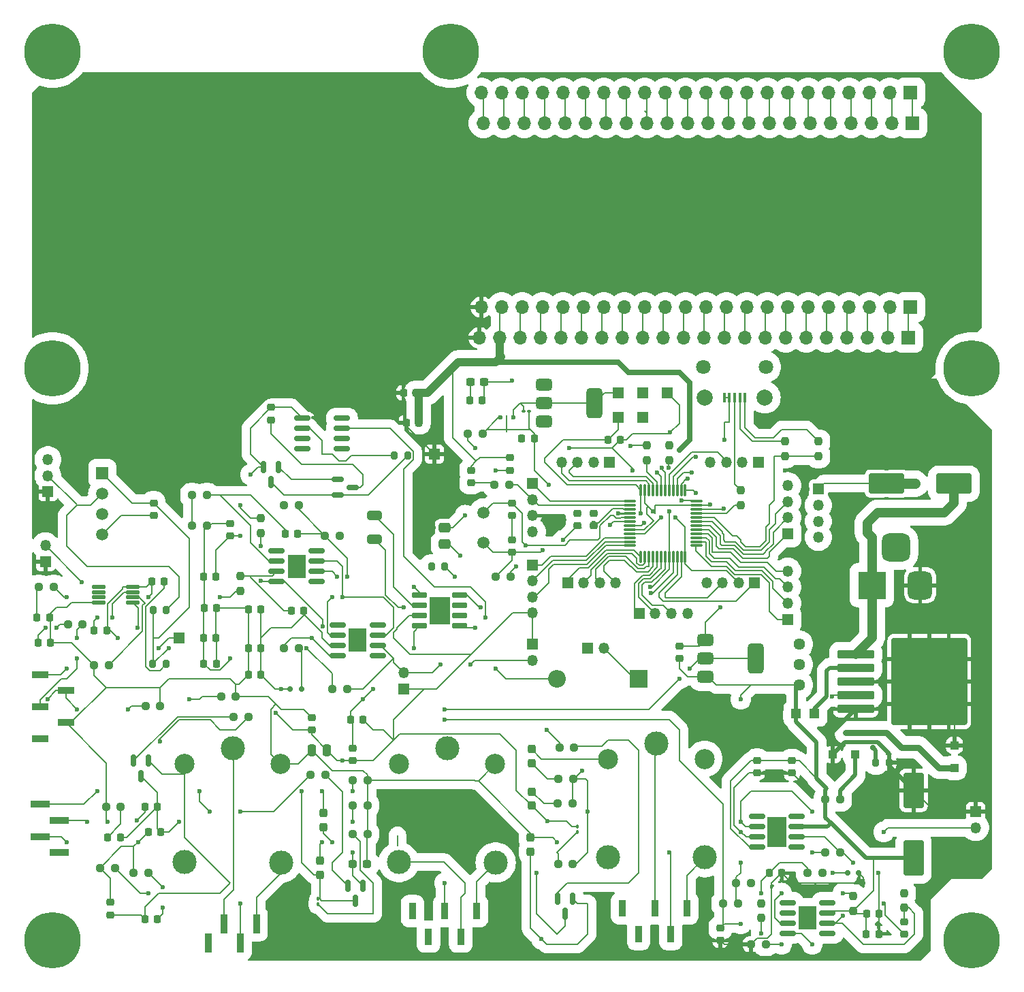
<source format=gbr>
%TF.GenerationSoftware,KiCad,Pcbnew,8.0.4*%
%TF.CreationDate,2024-10-02T08:39:37+07:00*%
%TF.ProjectId,Schematic_editted,53636865-6d61-4746-9963-5f6564697474,rev?*%
%TF.SameCoordinates,Original*%
%TF.FileFunction,Copper,L1,Top*%
%TF.FilePolarity,Positive*%
%FSLAX46Y46*%
G04 Gerber Fmt 4.6, Leading zero omitted, Abs format (unit mm)*
G04 Created by KiCad (PCBNEW 8.0.4) date 2024-10-02 08:39:37*
%MOMM*%
%LPD*%
G01*
G04 APERTURE LIST*
G04 Aperture macros list*
%AMRoundRect*
0 Rectangle with rounded corners*
0 $1 Rounding radius*
0 $2 $3 $4 $5 $6 $7 $8 $9 X,Y pos of 4 corners*
0 Add a 4 corners polygon primitive as box body*
4,1,4,$2,$3,$4,$5,$6,$7,$8,$9,$2,$3,0*
0 Add four circle primitives for the rounded corners*
1,1,$1+$1,$2,$3*
1,1,$1+$1,$4,$5*
1,1,$1+$1,$6,$7*
1,1,$1+$1,$8,$9*
0 Add four rect primitives between the rounded corners*
20,1,$1+$1,$2,$3,$4,$5,0*
20,1,$1+$1,$4,$5,$6,$7,0*
20,1,$1+$1,$6,$7,$8,$9,0*
20,1,$1+$1,$8,$9,$2,$3,0*%
G04 Aperture macros list end*
%TA.AperFunction,ComponentPad*%
%ADD10R,1.350000X1.350000*%
%TD*%
%TA.AperFunction,ComponentPad*%
%ADD11O,1.350000X1.350000*%
%TD*%
%TA.AperFunction,SMDPad,CuDef*%
%ADD12RoundRect,0.237500X-0.250000X-0.237500X0.250000X-0.237500X0.250000X0.237500X-0.250000X0.237500X0*%
%TD*%
%TA.AperFunction,SMDPad,CuDef*%
%ADD13RoundRect,0.225000X0.250000X-0.225000X0.250000X0.225000X-0.250000X0.225000X-0.250000X-0.225000X0*%
%TD*%
%TA.AperFunction,SMDPad,CuDef*%
%ADD14RoundRect,0.200000X-0.200000X-0.275000X0.200000X-0.275000X0.200000X0.275000X-0.200000X0.275000X0*%
%TD*%
%TA.AperFunction,SMDPad,CuDef*%
%ADD15RoundRect,0.150000X-0.150000X0.587500X-0.150000X-0.587500X0.150000X-0.587500X0.150000X0.587500X0*%
%TD*%
%TA.AperFunction,SMDPad,CuDef*%
%ADD16RoundRect,0.225000X-0.225000X-0.250000X0.225000X-0.250000X0.225000X0.250000X-0.225000X0.250000X0*%
%TD*%
%TA.AperFunction,SMDPad,CuDef*%
%ADD17RoundRect,0.150000X-0.825000X-0.150000X0.825000X-0.150000X0.825000X0.150000X-0.825000X0.150000X0*%
%TD*%
%TA.AperFunction,HeatsinkPad*%
%ADD18C,0.500000*%
%TD*%
%TA.AperFunction,HeatsinkPad*%
%ADD19R,2.290000X3.000000*%
%TD*%
%TA.AperFunction,ComponentPad*%
%ADD20R,1.500000X1.500000*%
%TD*%
%TA.AperFunction,ComponentPad*%
%ADD21C,1.500000*%
%TD*%
%TA.AperFunction,SMDPad,CuDef*%
%ADD22RoundRect,0.075000X-0.662500X-0.075000X0.662500X-0.075000X0.662500X0.075000X-0.662500X0.075000X0*%
%TD*%
%TA.AperFunction,SMDPad,CuDef*%
%ADD23RoundRect,0.075000X-0.075000X-0.662500X0.075000X-0.662500X0.075000X0.662500X-0.075000X0.662500X0*%
%TD*%
%TA.AperFunction,SMDPad,CuDef*%
%ADD24RoundRect,0.225000X-0.250000X0.225000X-0.250000X-0.225000X0.250000X-0.225000X0.250000X0.225000X0*%
%TD*%
%TA.AperFunction,SMDPad,CuDef*%
%ADD25RoundRect,0.218750X-0.218750X-0.256250X0.218750X-0.256250X0.218750X0.256250X-0.218750X0.256250X0*%
%TD*%
%TA.AperFunction,SMDPad,CuDef*%
%ADD26R,0.450000X1.300000*%
%TD*%
%TA.AperFunction,ComponentPad*%
%ADD27C,1.800000*%
%TD*%
%TA.AperFunction,ComponentPad*%
%ADD28C,2.000000*%
%TD*%
%TA.AperFunction,SMDPad,CuDef*%
%ADD29RoundRect,0.237500X0.250000X0.237500X-0.250000X0.237500X-0.250000X-0.237500X0.250000X-0.237500X0*%
%TD*%
%TA.AperFunction,SMDPad,CuDef*%
%ADD30RoundRect,0.237500X0.237500X-0.250000X0.237500X0.250000X-0.237500X0.250000X-0.237500X-0.250000X0*%
%TD*%
%TA.AperFunction,SMDPad,CuDef*%
%ADD31RoundRect,0.237500X-0.237500X0.287500X-0.237500X-0.287500X0.237500X-0.287500X0.237500X0.287500X0*%
%TD*%
%TA.AperFunction,SMDPad,CuDef*%
%ADD32RoundRect,0.237500X-0.237500X0.250000X-0.237500X-0.250000X0.237500X-0.250000X0.237500X0.250000X0*%
%TD*%
%TA.AperFunction,ComponentPad*%
%ADD33R,1.700000X1.700000*%
%TD*%
%TA.AperFunction,ComponentPad*%
%ADD34O,1.700000X1.700000*%
%TD*%
%TA.AperFunction,SMDPad,CuDef*%
%ADD35RoundRect,0.218750X0.218750X0.256250X-0.218750X0.256250X-0.218750X-0.256250X0.218750X-0.256250X0*%
%TD*%
%TA.AperFunction,SMDPad,CuDef*%
%ADD36RoundRect,0.150000X-0.587500X-0.150000X0.587500X-0.150000X0.587500X0.150000X-0.587500X0.150000X0*%
%TD*%
%TA.AperFunction,ComponentPad*%
%ADD37R,2.200000X2.200000*%
%TD*%
%TA.AperFunction,ComponentPad*%
%ADD38O,2.200000X2.200000*%
%TD*%
%TA.AperFunction,SMDPad,CuDef*%
%ADD39R,0.900000X2.000000*%
%TD*%
%TA.AperFunction,SMDPad,CuDef*%
%ADD40RoundRect,0.100000X-0.100000X0.130000X-0.100000X-0.130000X0.100000X-0.130000X0.100000X0.130000X0*%
%TD*%
%TA.AperFunction,SMDPad,CuDef*%
%ADD41RoundRect,0.250000X1.000000X-1.950000X1.000000X1.950000X-1.000000X1.950000X-1.000000X-1.950000X0*%
%TD*%
%TA.AperFunction,ComponentPad*%
%ADD42C,7.000000*%
%TD*%
%TA.AperFunction,SMDPad,CuDef*%
%ADD43RoundRect,0.237500X0.287500X0.237500X-0.287500X0.237500X-0.287500X-0.237500X0.287500X-0.237500X0*%
%TD*%
%TA.AperFunction,SMDPad,CuDef*%
%ADD44R,1.200000X1.250000*%
%TD*%
%TA.AperFunction,ComponentPad*%
%ADD45C,3.000000*%
%TD*%
%TA.AperFunction,ComponentPad*%
%ADD46C,2.500000*%
%TD*%
%TA.AperFunction,SMDPad,CuDef*%
%ADD47RoundRect,0.225000X0.225000X0.250000X-0.225000X0.250000X-0.225000X-0.250000X0.225000X-0.250000X0*%
%TD*%
%TA.AperFunction,SMDPad,CuDef*%
%ADD48RoundRect,0.100000X-0.130000X-0.100000X0.130000X-0.100000X0.130000X0.100000X-0.130000X0.100000X0*%
%TD*%
%TA.AperFunction,SMDPad,CuDef*%
%ADD49RoundRect,0.200000X0.200000X0.275000X-0.200000X0.275000X-0.200000X-0.275000X0.200000X-0.275000X0*%
%TD*%
%TA.AperFunction,SMDPad,CuDef*%
%ADD50RoundRect,0.250000X-0.250000X-0.475000X0.250000X-0.475000X0.250000X0.475000X-0.250000X0.475000X0*%
%TD*%
%TA.AperFunction,SMDPad,CuDef*%
%ADD51R,0.850000X2.350000*%
%TD*%
%TA.AperFunction,SMDPad,CuDef*%
%ADD52RoundRect,0.375000X-0.625000X-0.375000X0.625000X-0.375000X0.625000X0.375000X-0.625000X0.375000X0*%
%TD*%
%TA.AperFunction,SMDPad,CuDef*%
%ADD53RoundRect,0.500000X-0.500000X-1.400000X0.500000X-1.400000X0.500000X1.400000X-0.500000X1.400000X0*%
%TD*%
%TA.AperFunction,SMDPad,CuDef*%
%ADD54RoundRect,0.250000X-0.650000X0.325000X-0.650000X-0.325000X0.650000X-0.325000X0.650000X0.325000X0*%
%TD*%
%TA.AperFunction,SMDPad,CuDef*%
%ADD55RoundRect,0.237500X0.300000X0.237500X-0.300000X0.237500X-0.300000X-0.237500X0.300000X-0.237500X0*%
%TD*%
%TA.AperFunction,SMDPad,CuDef*%
%ADD56RoundRect,0.125000X0.687500X0.125000X-0.687500X0.125000X-0.687500X-0.125000X0.687500X-0.125000X0*%
%TD*%
%TA.AperFunction,SMDPad,CuDef*%
%ADD57RoundRect,0.218750X-0.256250X0.218750X-0.256250X-0.218750X0.256250X-0.218750X0.256250X0.218750X0*%
%TD*%
%TA.AperFunction,SMDPad,CuDef*%
%ADD58RoundRect,0.237500X0.237500X-0.287500X0.237500X0.287500X-0.237500X0.287500X-0.237500X-0.287500X0*%
%TD*%
%TA.AperFunction,SMDPad,CuDef*%
%ADD59RoundRect,0.150000X-0.150000X-0.200000X0.150000X-0.200000X0.150000X0.200000X-0.150000X0.200000X0*%
%TD*%
%TA.AperFunction,SMDPad,CuDef*%
%ADD60RoundRect,0.150000X-0.820000X-0.150000X0.820000X-0.150000X0.820000X0.150000X-0.820000X0.150000X0*%
%TD*%
%TA.AperFunction,HeatsinkPad*%
%ADD61R,2.620000X3.510000*%
%TD*%
%TA.AperFunction,SMDPad,CuDef*%
%ADD62R,2.350000X0.850000*%
%TD*%
%TA.AperFunction,ComponentPad*%
%ADD63C,1.440000*%
%TD*%
%TA.AperFunction,SMDPad,CuDef*%
%ADD64RoundRect,0.150000X0.150000X0.200000X-0.150000X0.200000X-0.150000X-0.200000X0.150000X-0.200000X0*%
%TD*%
%TA.AperFunction,SMDPad,CuDef*%
%ADD65RoundRect,0.218750X0.256250X-0.218750X0.256250X0.218750X-0.256250X0.218750X-0.256250X-0.218750X0*%
%TD*%
%TA.AperFunction,SMDPad,CuDef*%
%ADD66RoundRect,0.250000X-2.050000X-0.300000X2.050000X-0.300000X2.050000X0.300000X-2.050000X0.300000X0*%
%TD*%
%TA.AperFunction,SMDPad,CuDef*%
%ADD67RoundRect,0.250000X-2.025000X-2.375000X2.025000X-2.375000X2.025000X2.375000X-2.025000X2.375000X0*%
%TD*%
%TA.AperFunction,SMDPad,CuDef*%
%ADD68RoundRect,0.250002X-4.449998X-5.149998X4.449998X-5.149998X4.449998X5.149998X-4.449998X5.149998X0*%
%TD*%
%TA.AperFunction,SMDPad,CuDef*%
%ADD69RoundRect,0.250000X0.300000X-0.300000X0.300000X0.300000X-0.300000X0.300000X-0.300000X-0.300000X0*%
%TD*%
%TA.AperFunction,HeatsinkPad*%
%ADD70R,2.410000X3.810000*%
%TD*%
%TA.AperFunction,SMDPad,CuDef*%
%ADD71RoundRect,0.250000X-0.300000X-0.300000X0.300000X-0.300000X0.300000X0.300000X-0.300000X0.300000X0*%
%TD*%
%TA.AperFunction,SMDPad,CuDef*%
%ADD72RoundRect,0.250000X0.475000X-0.337500X0.475000X0.337500X-0.475000X0.337500X-0.475000X-0.337500X0*%
%TD*%
%TA.AperFunction,SMDPad,CuDef*%
%ADD73R,2.000000X0.900000*%
%TD*%
%TA.AperFunction,ComponentPad*%
%ADD74R,3.500000X3.500000*%
%TD*%
%TA.AperFunction,ComponentPad*%
%ADD75RoundRect,0.750000X0.750000X1.000000X-0.750000X1.000000X-0.750000X-1.000000X0.750000X-1.000000X0*%
%TD*%
%TA.AperFunction,ComponentPad*%
%ADD76RoundRect,0.875000X0.875000X0.875000X-0.875000X0.875000X-0.875000X-0.875000X0.875000X-0.875000X0*%
%TD*%
%TA.AperFunction,SMDPad,CuDef*%
%ADD77RoundRect,0.250000X1.950000X1.000000X-1.950000X1.000000X-1.950000X-1.000000X1.950000X-1.000000X0*%
%TD*%
%TA.AperFunction,ViaPad*%
%ADD78C,0.600000*%
%TD*%
%TA.AperFunction,ViaPad*%
%ADD79C,1.200000*%
%TD*%
%TA.AperFunction,ViaPad*%
%ADD80C,1.000000*%
%TD*%
%TA.AperFunction,ViaPad*%
%ADD81C,0.700000*%
%TD*%
%TA.AperFunction,Conductor*%
%ADD82C,0.200000*%
%TD*%
%TA.AperFunction,Conductor*%
%ADD83C,0.500000*%
%TD*%
%TA.AperFunction,Conductor*%
%ADD84C,1.000000*%
%TD*%
%TA.AperFunction,Conductor*%
%ADD85C,0.700000*%
%TD*%
%TA.AperFunction,Conductor*%
%ADD86C,1.270000*%
%TD*%
%TA.AperFunction,Conductor*%
%ADD87C,0.250000*%
%TD*%
%TA.AperFunction,Conductor*%
%ADD88C,1.200000*%
%TD*%
%TA.AperFunction,Conductor*%
%ADD89C,0.800000*%
%TD*%
G04 APERTURE END LIST*
D10*
%TO.P,J26,1,Pin_1*%
%TO.N,PA7*%
X155496000Y-106680000D03*
D11*
%TO.P,J26,2,Pin_2*%
%TO.N,PB0*%
X157496000Y-106680000D03*
%TO.P,J26,3,Pin_3*%
%TO.N,PB1*%
X159496000Y-106680000D03*
%TO.P,J26,4,Pin_4*%
%TO.N,PB10*%
X161496000Y-106680000D03*
%TD*%
D12*
%TO.P,R8,1*%
%TO.N,Net-(U5--)*%
X167579000Y-140204000D03*
%TO.P,R8,2*%
%TO.N,Net-(C12-Pad1)*%
X169404000Y-140204000D03*
%TD*%
D13*
%TO.P,C4-1,1*%
%TO.N,OSC_OUT_PC15*%
X147812000Y-95771000D03*
%TO.P,C4-1,2*%
%TO.N,Net-(C3-1-Pad2)*%
X147812000Y-94221000D03*
%TD*%
D14*
%TO.P,R36,1*%
%TO.N,Vout_3.3V*%
X95022900Y-112985400D03*
%TO.P,R36,2*%
%TO.N,Net-(D19-A)*%
X96672900Y-112985400D03*
%TD*%
D15*
%TO.P,Q2,1,C*%
%TO.N,Net-(D12-K)*%
X121144000Y-140536500D03*
%TO.P,Q2,2,B*%
%TO.N,Net-(Q2-B)*%
X119244000Y-140536500D03*
%TO.P,Q2,3,E*%
%TO.N,GND*%
X120194000Y-142411500D03*
%TD*%
D16*
%TO.P,C14,1*%
%TO.N,POS_5V*%
X183729600Y-146554000D03*
%TO.P,C14,2*%
%TO.N,GND*%
X185279600Y-146554000D03*
%TD*%
D17*
%TO.P,U6,1,NULL*%
%TO.N,unconnected-(U6-NULL-Pad1)*%
X110429000Y-98929000D03*
%TO.P,U6,2,-*%
%TO.N,Net-(U6--)*%
X110429000Y-100199000D03*
%TO.P,U6,3,+*%
%TO.N,Net-(U6-+)*%
X110429000Y-101469000D03*
%TO.P,U6,4,V-*%
%TO.N,NEG_5V*%
X110429000Y-102739000D03*
%TO.P,U6,5,NULL*%
%TO.N,unconnected-(U6-NULL-Pad5)*%
X115379000Y-102739000D03*
%TO.P,U6,6*%
%TO.N,Net-(C22-Pad1)*%
X115379000Y-101469000D03*
%TO.P,U6,7,V+*%
%TO.N,POS_5V*%
X115379000Y-100199000D03*
%TO.P,U6,8,STRB*%
%TO.N,unconnected-(U6-STRB-Pad8)*%
X115379000Y-98929000D03*
D18*
%TO.P,U6,9*%
%TO.N,N/C*%
X112254000Y-99834000D03*
X112254000Y-100834000D03*
X112254000Y-101834000D03*
D19*
X112904000Y-100834000D03*
D18*
X113554000Y-99834000D03*
X113554000Y-100834000D03*
X113554000Y-101834000D03*
%TD*%
D10*
%TO.P,J24,1,Pin_1*%
%TO.N,PA0*%
X142224000Y-100632000D03*
D11*
%TO.P,J24,2,Pin_2*%
%TO.N,PA1*%
X142224000Y-102632000D03*
%TO.P,J24,3,Pin_3*%
%TO.N,PA2*%
X142224000Y-104632000D03*
%TO.P,J24,4,Pin_4*%
%TO.N,GND*%
X142224000Y-106632000D03*
%TD*%
D12*
%TO.P,RV2,1,1*%
%TO.N,POS_5V*%
X87710700Y-113087000D03*
%TO.P,RV2,2,2*%
%TO.N,IN_LIGHT*%
X89535700Y-113087000D03*
%TD*%
D20*
%TO.P,U9,1,VDD*%
%TO.N,Vout_3.3V*%
X88735900Y-89211000D03*
D21*
%TO.P,U9,2,DATA*%
%TO.N,Net-(J3-Pin_2)*%
X88735900Y-91751000D03*
%TO.P,U9,3,NC*%
%TO.N,unconnected-(U9-NC-Pad3)*%
X88735900Y-94291000D03*
%TO.P,U9,4,GND*%
%TO.N,GND*%
X88735900Y-96831000D03*
%TD*%
D22*
%TO.P,U4,1,VBAT*%
%TO.N,VBAT*%
X154317500Y-92754000D03*
%TO.P,U4,2,PC13*%
%TO.N,PC13*%
X154317500Y-93254000D03*
%TO.P,U4,3,PC14*%
%TO.N,OSC_IN_PC14*%
X154317500Y-93754000D03*
%TO.P,U4,4,PC15*%
%TO.N,OSC_OUT_PC15*%
X154317500Y-94254000D03*
%TO.P,U4,5,PD0*%
%TO.N,OSC_IN*%
X154317500Y-94754000D03*
%TO.P,U4,6,PD1*%
%TO.N,OSC_OUT*%
X154317500Y-95254000D03*
%TO.P,U4,7,NRST*%
%TO.N,RESET*%
X154317500Y-95754000D03*
%TO.P,U4,8,VSSA*%
%TO.N,GND*%
X154317500Y-96254000D03*
%TO.P,U4,9,VDDA*%
%TO.N,VCC3.3*%
X154317500Y-96754000D03*
%TO.P,U4,10,PA0*%
%TO.N,PA0*%
X154317500Y-97254000D03*
%TO.P,U4,11,PA1*%
%TO.N,PA1*%
X154317500Y-97754000D03*
%TO.P,U4,12,PA2*%
%TO.N,PA2*%
X154317500Y-98254000D03*
D23*
%TO.P,U4,13,PA3*%
%TO.N,PA3*%
X155730000Y-99666500D03*
%TO.P,U4,14,PA4*%
%TO.N,PA4*%
X156230000Y-99666500D03*
%TO.P,U4,15,PA5*%
%TO.N,PA5*%
X156730000Y-99666500D03*
%TO.P,U4,16,PA6*%
%TO.N,PA6*%
X157230000Y-99666500D03*
%TO.P,U4,17,PA7*%
%TO.N,PA7*%
X157730000Y-99666500D03*
%TO.P,U4,18,PB0*%
%TO.N,PB0*%
X158230000Y-99666500D03*
%TO.P,U4,19,PB1*%
%TO.N,PB1*%
X158730000Y-99666500D03*
%TO.P,U4,20,PB2*%
%TO.N,BOOT1*%
X159230000Y-99666500D03*
%TO.P,U4,21,PB10*%
%TO.N,PB10*%
X159730000Y-99666500D03*
%TO.P,U4,22,PB11*%
%TO.N,PB11*%
X160230000Y-99666500D03*
%TO.P,U4,23,VSS*%
%TO.N,GND*%
X160730000Y-99666500D03*
%TO.P,U4,24,VDD*%
%TO.N,VCC3.3*%
X161230000Y-99666500D03*
D22*
%TO.P,U4,25,PB12*%
%TO.N,PB12*%
X162642500Y-98254000D03*
%TO.P,U4,26,PB13*%
%TO.N,PB13*%
X162642500Y-97754000D03*
%TO.P,U4,27,PB14*%
%TO.N,PB14*%
X162642500Y-97254000D03*
%TO.P,U4,28,PB15*%
%TO.N,PB15*%
X162642500Y-96754000D03*
%TO.P,U4,29,PA8*%
%TO.N,PA8*%
X162642500Y-96254000D03*
%TO.P,U4,30,PA9*%
%TO.N,PA9*%
X162642500Y-95754000D03*
%TO.P,U4,31,PA10*%
%TO.N,PA10*%
X162642500Y-95254000D03*
%TO.P,U4,32,PA11*%
%TO.N,PA11*%
X162642500Y-94754000D03*
%TO.P,U4,33,PA12*%
%TO.N,PA12*%
X162642500Y-94254000D03*
%TO.P,U4,34,PA13*%
%TO.N,SWDIO*%
X162642500Y-93754000D03*
%TO.P,U4,35,VSS*%
%TO.N,GND*%
X162642500Y-93254000D03*
%TO.P,U4,36,VDD*%
%TO.N,VCC3.3*%
X162642500Y-92754000D03*
D23*
%TO.P,U4,37,PA14*%
%TO.N,SWCLK*%
X161230000Y-91341500D03*
%TO.P,U4,38,PA15*%
%TO.N,PA15*%
X160730000Y-91341500D03*
%TO.P,U4,39,PB3*%
%TO.N,PB3*%
X160230000Y-91341500D03*
%TO.P,U4,40,PB4*%
%TO.N,PB4*%
X159730000Y-91341500D03*
%TO.P,U4,41,PB5*%
%TO.N,PB5*%
X159230000Y-91341500D03*
%TO.P,U4,42,PB6*%
%TO.N,PB6*%
X158730000Y-91341500D03*
%TO.P,U4,43,PB7*%
%TO.N,PB7*%
X158230000Y-91341500D03*
%TO.P,U4,44,BOOT0*%
%TO.N,BOOT0*%
X157730000Y-91341500D03*
%TO.P,U4,45,PB8*%
%TO.N,PB8*%
X157230000Y-91341500D03*
%TO.P,U4,46,PB9*%
%TO.N,PB9*%
X156730000Y-91341500D03*
%TO.P,U4,47,VSS*%
%TO.N,GND*%
X156230000Y-91341500D03*
%TO.P,U4,48,VDD*%
%TO.N,VCC3.3*%
X155730000Y-91341500D03*
%TD*%
D24*
%TO.P,C12,1*%
%TO.N,Net-(C12-Pad1)*%
X188454000Y-145004000D03*
%TO.P,C12,2*%
%TO.N,Net-(U3--)*%
X188454000Y-146554000D03*
%TD*%
D25*
%TO.P,D7,1,K*%
%TO.N,Net-(D7-K)*%
X94036500Y-144664000D03*
%TO.P,D7,2,A*%
%TO.N,Net-(D7-A)*%
X95611500Y-144664000D03*
%TD*%
D26*
%TO.P,J13,1,VBUS*%
%TO.N,VCC5V*%
X168675000Y-79874000D03*
%TO.P,J13,2,D-*%
%TO.N,Net-(J13-D-)*%
X168025000Y-79874000D03*
%TO.P,J13,3,D+*%
%TO.N,Net-(J13-D+)*%
X167375000Y-79874000D03*
%TO.P,J13,4,ID*%
%TO.N,GND*%
X166725000Y-79874000D03*
%TO.P,J13,5,GND*%
X166075000Y-79874000D03*
D27*
%TO.P,J13,6,Shield*%
%TO.N,unconnected-(J13-Shield-Pad6)*%
X171250000Y-76024000D03*
D28*
%TO.N,unconnected-(J13-Shield-Pad6)_1*%
X171100000Y-79824000D03*
%TO.N,unconnected-(J13-Shield-Pad6)_3*%
X163650000Y-79824000D03*
D27*
%TO.N,unconnected-(J13-Shield-Pad6)_2*%
X163500000Y-76024000D03*
%TD*%
D10*
%TO.P,J23,1,Pin_1*%
%TO.N,VBAT*%
X142224000Y-90520000D03*
D11*
%TO.P,J23,2,Pin_2*%
%TO.N,PC13*%
X142224000Y-92520000D03*
%TO.P,J23,3,Pin_3*%
%TO.N,GND*%
X142224000Y-94520000D03*
%TO.P,J23,4,Pin_4*%
%TO.N,VCC3.3V*%
X142224000Y-96520000D03*
%TD*%
D29*
%TO.P,R26,1*%
%TO.N,POS_5V*%
X121699000Y-130548800D03*
%TO.P,R26,2*%
%TO.N,Net-(D10-A)*%
X119874000Y-130548800D03*
%TD*%
D30*
%TO.P,R2\u002C2,1*%
%TO.N,PA11*%
X177784000Y-87122000D03*
%TO.P,R2\u002C2,2*%
%TO.N,VCC5V*%
X177784000Y-85297000D03*
%TD*%
D24*
%TO.P,C3,1*%
%TO.N,NEG_5V*%
X165594000Y-145779000D03*
%TO.P,C3,2*%
%TO.N,GND*%
X165594000Y-147329000D03*
%TD*%
D10*
%TO.P,J21,1,Pin_1*%
%TO.N,PB3*%
X170322000Y-87884000D03*
D11*
%TO.P,J21,2,Pin_2*%
%TO.N,PB4*%
X168322000Y-87884000D03*
%TO.P,J21,3,Pin_3*%
%TO.N,PB5*%
X166322000Y-87884000D03*
%TO.P,J21,4,Pin_4*%
%TO.N,PA15*%
X164322000Y-87884000D03*
%TD*%
D13*
%TO.P,C2-1,1*%
%TO.N,OSC_OUT*%
X139684000Y-99086000D03*
%TO.P,C2-1,2*%
%TO.N,Net-(C1-1-Pad2)*%
X139684000Y-97536000D03*
%TD*%
D31*
%TO.P,D17,1,K*%
%TO.N,POS_5V*%
X142007000Y-134576000D03*
%TO.P,D17,2,A*%
%TO.N,Net-(D16-K)*%
X142007000Y-136326000D03*
%TD*%
D10*
%TO.P,J31,1,Pin_1*%
%TO.N,GND*%
X130034000Y-86864000D03*
%TD*%
D32*
%TO.P,R23,1*%
%TO.N,Net-(U7--)*%
X108444000Y-94841500D03*
%TO.P,R23,2*%
%TO.N,NEG_5V*%
X108444000Y-96666500D03*
%TD*%
D29*
%TO.P,R3\u002C1,1*%
%TO.N,PC13*%
X139326500Y-90678000D03*
%TO.P,R3\u002C1,2*%
%TO.N,Net-(D2-K)*%
X137501500Y-90678000D03*
%TD*%
D14*
%TO.P,R27,1*%
%TO.N,Net-(U8-FB)*%
X184933063Y-125249763D03*
%TO.P,R27,2*%
%TO.N,GND*%
X186583063Y-125249763D03*
%TD*%
D33*
%TO.P,J4,1,Pin_1*%
%TO.N,Net-(J18-Pin_1)*%
X189230000Y-41910000D03*
D34*
%TO.P,J4,2,Pin_2*%
%TO.N,Net-(J18-Pin_2)*%
X186690000Y-41910000D03*
%TO.P,J4,3,Pin_3*%
%TO.N,Net-(J18-Pin_3)*%
X184150000Y-41910000D03*
%TO.P,J4,4,Pin_4*%
%TO.N,Net-(J18-Pin_4)*%
X181610000Y-41910000D03*
%TO.P,J4,5,Pin_5*%
%TO.N,Net-(J18-Pin_5)*%
X179070000Y-41910000D03*
%TO.P,J4,6,Pin_6*%
%TO.N,Net-(J18-Pin_6)*%
X176530000Y-41910000D03*
%TO.P,J4,7,Pin_7*%
%TO.N,Net-(J18-Pin_7)*%
X173990000Y-41910000D03*
%TO.P,J4,8,Pin_8*%
%TO.N,Net-(J18-Pin_8)*%
X171450000Y-41910000D03*
%TO.P,J4,9,Pin_9*%
%TO.N,Net-(J18-Pin_9)*%
X168910000Y-41910000D03*
%TO.P,J4,10,Pin_10*%
%TO.N,Net-(J18-Pin_10)*%
X166370000Y-41910000D03*
%TO.P,J4,11,Pin_11*%
%TO.N,Net-(J18-Pin_11)*%
X163830000Y-41910000D03*
%TO.P,J4,12,Pin_12*%
%TO.N,Net-(J18-Pin_12)*%
X161290000Y-41910000D03*
%TO.P,J4,13,Pin_13*%
%TO.N,Net-(J18-Pin_13)*%
X158750000Y-41910000D03*
%TO.P,J4,14,Pin_14*%
%TO.N,Net-(J18-Pin_14)*%
X156210000Y-41910000D03*
%TO.P,J4,15,Pin_15*%
%TO.N,Net-(J18-Pin_15)*%
X153670000Y-41910000D03*
%TO.P,J4,16,Pin_16*%
%TO.N,Net-(J18-Pin_16)*%
X151130000Y-41910000D03*
%TO.P,J4,17,Pin_17*%
%TO.N,Net-(J18-Pin_17)*%
X148590000Y-41910000D03*
%TO.P,J4,18,Pin_18*%
%TO.N,Net-(J18-Pin_18)*%
X146050000Y-41910000D03*
%TO.P,J4,19,Pin_19*%
%TO.N,Net-(J18-Pin_19)*%
X143510000Y-41910000D03*
%TO.P,J4,20,Pin_20*%
%TO.N,Net-(J18-Pin_20)*%
X140970000Y-41910000D03*
%TO.P,J4,21,Pin_21*%
%TO.N,Net-(J18-Pin_21)*%
X138430000Y-41910000D03*
%TO.P,J4,22,Pin_22*%
%TO.N,Net-(J18-Pin_22)*%
X135890000Y-41910000D03*
%TD*%
D10*
%TO.P,J12,1,Pin_1*%
%TO.N,Net-(J12-Pin_1)*%
X155940000Y-79248000D03*
%TD*%
%TO.P,J28,1,Pin_1*%
%TO.N,PA8*%
X173974000Y-96774000D03*
D11*
%TO.P,J28,2,Pin_2*%
%TO.N,PA9*%
X173974000Y-94774000D03*
%TO.P,J28,3,Pin_3*%
%TO.N,PA10*%
X173974000Y-92774000D03*
%TO.P,J28,4,Pin_4*%
%TO.N,unconnected-(J28-Pin_4-Pad4)*%
X173974000Y-90774000D03*
%TD*%
D10*
%TO.P,OP_AMP_3,1,Pin_1*%
%TO.N,POS_5V*%
X126224000Y-116074000D03*
D11*
%TO.P,OP_AMP_3,2,Pin_2*%
%TO.N,Net-(J39-Pin_2)*%
X126224000Y-114074000D03*
%TD*%
D14*
%TO.P,R34,1*%
%TO.N,Vout_3.3V*%
X95036100Y-106279800D03*
%TO.P,R34,2*%
%TO.N,Net-(J3-Pin_2)*%
X96686100Y-106279800D03*
%TD*%
D29*
%TO.P,R4\u002C1,1*%
%TO.N,GND*%
X136024500Y-84328000D03*
%TO.P,R4\u002C1,2*%
%TO.N,Net-(D3-K)*%
X134199500Y-84328000D03*
%TD*%
D13*
%TO.P,C17,1*%
%TO.N,NEG_5V*%
X104634000Y-97024000D03*
%TO.P,C17,2*%
%TO.N,GND*%
X104634000Y-95474000D03*
%TD*%
D10*
%TO.P,J14,1,Pin_1*%
%TO.N,VCC3.3*%
X152892000Y-82296000D03*
%TD*%
D29*
%TO.P,R3,1*%
%TO.N,OSC_IN*%
X139479000Y-102104000D03*
%TO.P,R3,2*%
%TO.N,OSC_OUT*%
X137654000Y-102104000D03*
%TD*%
D35*
%TO.P,POWER_LED1,1,K*%
%TO.N,GND*%
X90969000Y-134504000D03*
%TO.P,POWER_LED1,2,A*%
%TO.N,Net-(POWER_LED1-A)*%
X89394000Y-134504000D03*
%TD*%
D24*
%TO.P,C33,1*%
%TO.N,POS_5V*%
X114794000Y-119604000D03*
%TO.P,C33,2*%
%TO.N,GND*%
X114794000Y-121154000D03*
%TD*%
D13*
%TO.P,C11,1*%
%TO.N,GND*%
X174484000Y-126514000D03*
%TO.P,C11,2*%
%TO.N,POS_5V*%
X174484000Y-124964000D03*
%TD*%
D36*
%TO.P,Q5,1,B*%
%TO.N,Net-(Q4-B)*%
X117999000Y-90044000D03*
%TO.P,Q5,2,E*%
%TO.N,Net-(Q4-C)*%
X117999000Y-91944000D03*
%TO.P,Q5,3,C*%
%TO.N,Net-(Q5-C)*%
X119874000Y-90994000D03*
%TD*%
D37*
%TO.P,D18,1,K*%
%TO.N,Net-(D18-K)*%
X155434000Y-114804000D03*
D38*
%TO.P,D18,2,A*%
%TO.N,Net-(D18-A)*%
X145274000Y-114804000D03*
%TD*%
D10*
%TO.P,J16,1,Pin_1*%
%TO.N,GND*%
X177784000Y-91218000D03*
D11*
%TO.P,J16,2,Pin_2*%
%TO.N,SWCLK*%
X177784000Y-93218000D03*
%TO.P,J16,3,Pin_3*%
%TO.N,SWDIO*%
X177784000Y-95218000D03*
%TO.P,J16,4,Pin_4*%
%TO.N,VCC3.3*%
X177784000Y-97218000D03*
%TD*%
D39*
%TO.P,J8,1,Pin_1*%
%TO.N,NC_3*%
X161434000Y-143354000D03*
%TO.P,J8,2,Pin_2*%
%TO.N,NO_3*%
X159434000Y-146554000D03*
%TO.P,J8,3,Pin_3*%
%TO.N,COM_3*%
X157434000Y-143354000D03*
%TO.P,J8,4,Pin_4*%
%TO.N,unconnected-(J8-Pin_4-Pad4)*%
X155434000Y-146554000D03*
%TO.P,J8,5*%
%TO.N,N/C*%
X153434000Y-143354000D03*
%TD*%
D10*
%TO.P,J39,1,Pin_1*%
%TO.N,GND*%
X142240000Y-110490000D03*
D11*
%TO.P,J39,2,Pin_2*%
%TO.N,Net-(J39-Pin_2)*%
X142240000Y-112490000D03*
%TD*%
D12*
%TO.P,R17,1*%
%TO.N,POS_5V*%
X92649000Y-138934000D03*
%TO.P,R17,2*%
%TO.N,Net-(D7-A)*%
X94474000Y-138934000D03*
%TD*%
D40*
%TO.P,POWER_LED2,1,K*%
%TO.N,GND*%
X115591726Y-142188526D03*
%TO.P,POWER_LED2,2,A*%
%TO.N,Net-(POWER_LED2-A)*%
X115591726Y-142828526D03*
%TD*%
D12*
%TO.P,R21,1*%
%TO.N,Net-(U7--)*%
X111341500Y-93214000D03*
%TO.P,R21,2*%
%TO.N,Net-(C22-Pad1)*%
X113166500Y-93214000D03*
%TD*%
D10*
%TO.P,J15,1,Pin_1*%
%TO.N,VCC3.3*%
X152892000Y-79248000D03*
%TD*%
D13*
%TO.P,D2,1,K*%
%TO.N,Net-(D2-K)*%
X134604000Y-90437000D03*
%TO.P,D2,2,A*%
%TO.N,Vout_3.3*%
X134604000Y-88887000D03*
%TD*%
D41*
%TO.P,C30,1*%
%TO.N,POS_5V*%
X189631063Y-137069763D03*
%TO.P,C30,2*%
%TO.N,GND*%
X189631063Y-128669763D03*
%TD*%
D29*
%TO.P,R28,1*%
%TO.N,POS_5V*%
X121699000Y-127424600D03*
%TO.P,R28,2*%
%TO.N,Net-(D12-A)*%
X119874000Y-127424600D03*
%TD*%
D42*
%TO.P,H3,1*%
%TO.N,N/C*%
X132080000Y-36830000D03*
%TD*%
D10*
%TO.P,J17,1,Pin_1*%
%TO.N,Net-(D18-A)*%
X149084000Y-110994000D03*
D11*
%TO.P,J17,2,Pin_2*%
%TO.N,Net-(D18-K)*%
X151084000Y-110994000D03*
%TD*%
D43*
%TO.P,D13,1,K*%
%TO.N,POS_5V*%
X121624000Y-137813200D03*
%TO.P,D13,2,A*%
%TO.N,Net-(D12-K)*%
X119874000Y-137813200D03*
%TD*%
D44*
%TO.P,L1,1,1*%
%TO.N,Net-(D11-K)*%
X177319063Y-119153763D03*
%TO.P,L1,2,2*%
%TO.N,POS_5V*%
X175019063Y-119153763D03*
%TD*%
D45*
%TO.P,K3,1*%
%TO.N,COM_3*%
X157674000Y-122814000D03*
D46*
%TO.P,K3,2*%
%TO.N,Net-(D16-K)*%
X151624000Y-124764000D03*
D45*
%TO.P,K3,3*%
%TO.N,NO_3*%
X151624000Y-136964000D03*
%TO.P,K3,4*%
%TO.N,NC_3*%
X163674000Y-137014000D03*
D46*
%TO.P,K3,5*%
%TO.N,POS_5V*%
X163624000Y-124764000D03*
%TD*%
D31*
%TO.P,D16,1,K*%
%TO.N,Net-(D16-K)*%
X142134000Y-123552400D03*
%TO.P,D16,2,A*%
%TO.N,Net-(D16-A)*%
X142134000Y-125302400D03*
%TD*%
D42*
%TO.P,H4,1*%
%TO.N,N/C*%
X82550000Y-76200000D03*
%TD*%
D30*
%TO.P,R6,1*%
%TO.N,Net-(C12-Pad1)*%
X188454000Y-143299000D03*
%TO.P,R6,2*%
%TO.N,Net-(R6-Pad2)*%
X188454000Y-141474000D03*
%TD*%
D13*
%TO.P,C38,1*%
%TO.N,GND*%
X95111300Y-94481800D03*
%TO.P,C38,2*%
%TO.N,Vout_3.3V*%
X95111300Y-92931800D03*
%TD*%
D47*
%TO.P,C22,1*%
%TO.N,Net-(C22-Pad1)*%
X113029000Y-96754000D03*
%TO.P,C22,2*%
%TO.N,Net-(U6--)*%
X111479000Y-96754000D03*
%TD*%
D48*
%TO.P,104\u002C1,1*%
%TO.N,VCC3.3*%
X141142000Y-81534000D03*
%TO.P,104\u002C1,2*%
%TO.N,GND*%
X141782000Y-81534000D03*
%TD*%
D29*
%TO.P,R38,1*%
%TO.N,Net-(Q3-B)*%
X147413400Y-123386000D03*
%TO.P,R38,2*%
%TO.N,INPUT_3*%
X145588400Y-123386000D03*
%TD*%
D49*
%TO.P,R31,1*%
%TO.N,POS_5V*%
X131304000Y-100834000D03*
%TO.P,R31,2*%
%TO.N,Net-(U10-(NC)BOOST)*%
X129654000Y-100834000D03*
%TD*%
D47*
%TO.P,C15,1*%
%TO.N,POS_5V*%
X127774000Y-79244000D03*
%TO.P,C15,2*%
%TO.N,GND*%
X126224000Y-79244000D03*
%TD*%
D50*
%TO.P,C29,1*%
%TO.N,POS_5V*%
X114794000Y-123694000D03*
%TO.P,C29,2*%
%TO.N,GND*%
X116694000Y-123694000D03*
%TD*%
D29*
%TO.P,R1,1*%
%TO.N,POS_5V*%
X105322100Y-116973200D03*
%TO.P,R1,2*%
%TO.N,/AO*%
X103497100Y-116973200D03*
%TD*%
D47*
%TO.P,C10,1*%
%TO.N,GND*%
X185355800Y-144014000D03*
%TO.P,C10,2*%
%TO.N,POS_5V*%
X183805800Y-144014000D03*
%TD*%
D21*
%TO.P,Y1,1,1*%
%TO.N,OSC_IN*%
X136128000Y-94112000D03*
%TO.P,Y1,2,2*%
%TO.N,OSC_OUT*%
X136128000Y-97912000D03*
%TD*%
D16*
%TO.P,D1,1,K*%
%TO.N,Net-(D1-K)*%
X80734600Y-110312200D03*
%TO.P,D1,2,A*%
%TO.N,POS_5V*%
X82284600Y-110312200D03*
%TD*%
D51*
%TO.P,J6,1,Pin_1*%
%TO.N,NC_1*%
X107904000Y-145284000D03*
%TO.P,J6,2,Pin_2*%
%TO.N,NO_1*%
X105904000Y-147634000D03*
%TO.P,J6,3,Pin_3*%
%TO.N,COM_1*%
X103904000Y-145284000D03*
%TO.P,J6,4,Pin_4*%
%TO.N,unconnected-(J6-Pin_4-Pad4)*%
X101904000Y-147634000D03*
%TD*%
D52*
%TO.P,U1,1,GND*%
%TO.N,GND*%
X143646000Y-78218000D03*
%TO.P,U1,2,VO*%
%TO.N,VCC3.3*%
X143646000Y-80518000D03*
D53*
X149946000Y-80518000D03*
D52*
%TO.P,U1,3,VI*%
%TO.N,POS_5V*%
X143646000Y-82818000D03*
%TD*%
D47*
%TO.P,C13,1*%
%TO.N,POS_5V*%
X128103600Y-82940000D03*
%TO.P,C13,2*%
%TO.N,GND*%
X126553600Y-82940000D03*
%TD*%
D10*
%TO.P,J25,1,Pin_1*%
%TO.N,PA3*%
X146590000Y-102870000D03*
D11*
%TO.P,J25,2,Pin_2*%
%TO.N,PA4*%
X148590000Y-102870000D03*
%TO.P,J25,3,Pin_3*%
%TO.N,PA5*%
X150590000Y-102870000D03*
%TO.P,J25,4,Pin_4*%
%TO.N,PA6*%
X152590000Y-102870000D03*
%TD*%
D15*
%TO.P,Q1,1,C*%
%TO.N,Net-(D7-K)*%
X94504000Y-125009000D03*
%TO.P,Q1,2,B*%
%TO.N,Net-(Q1-B)*%
X92604000Y-125009000D03*
%TO.P,Q1,3,E*%
%TO.N,GND*%
X93554000Y-126884000D03*
%TD*%
D17*
%TO.P,U7,1,NULL*%
%TO.N,unconnected-(U7-NULL-Pad1)*%
X118019000Y-108089000D03*
%TO.P,U7,2,-*%
%TO.N,Net-(U7--)*%
X118019000Y-109359000D03*
%TO.P,U7,3,+*%
%TO.N,GND*%
X118019000Y-110629000D03*
%TO.P,U7,4,V-*%
%TO.N,POS_5V*%
X118019000Y-111899000D03*
%TO.P,U7,5,NULL*%
%TO.N,unconnected-(U7-NULL-Pad5)*%
X122969000Y-111899000D03*
%TO.P,U7,6*%
%TO.N,Net-(J39-Pin_2)*%
X122969000Y-110629000D03*
%TO.P,U7,7,V+*%
%TO.N,POS_5V*%
X122969000Y-109359000D03*
%TO.P,U7,8,NC*%
%TO.N,unconnected-(U7-NC-Pad8)*%
X122969000Y-108089000D03*
D18*
%TO.P,U7,9*%
%TO.N,N/C*%
X119844000Y-108994000D03*
X119844000Y-109994000D03*
X119844000Y-110994000D03*
D19*
X120494000Y-109994000D03*
D18*
X121144000Y-108994000D03*
X121144000Y-109994000D03*
X121144000Y-110994000D03*
%TD*%
D12*
%TO.P,R19,1*%
%TO.N,Net-(R19-Pad1)*%
X99911500Y-95754000D03*
%TO.P,R19,2*%
%TO.N,GND*%
X101736500Y-95754000D03*
%TD*%
D24*
%TO.P,C1-1,1*%
%TO.N,OSC_IN*%
X139684000Y-92964000D03*
%TO.P,C1-1,2*%
%TO.N,Net-(C1-1-Pad2)*%
X139684000Y-94514000D03*
%TD*%
D47*
%TO.P,C5,1*%
%TO.N,VCC3.3*%
X135974500Y-80189500D03*
%TO.P,C5,2*%
%TO.N,GND*%
X134424500Y-80189500D03*
%TD*%
D54*
%TO.P,C31,1*%
%TO.N,Net-(U10-CAP+)*%
X122617600Y-94507600D03*
%TO.P,C31,2*%
%TO.N,Net-(U10-CAP-)*%
X122617600Y-97457600D03*
%TD*%
D10*
%TO.P,J1,1,Pin_1*%
%TO.N,GND*%
X81674700Y-100244000D03*
D11*
%TO.P,J1,2,Pin_2*%
%TO.N,/AO*%
X81674700Y-98244000D03*
%TD*%
D10*
%TO.P,J22,1,Pin_1*%
%TO.N,PB6*%
X151828000Y-87884000D03*
D11*
%TO.P,J22,2,Pin_2*%
%TO.N,PB7*%
X149828000Y-87884000D03*
%TO.P,J22,3,Pin_3*%
%TO.N,PB8*%
X147828000Y-87884000D03*
%TO.P,J22,4,Pin_4*%
%TO.N,PB9*%
X145828000Y-87884000D03*
%TD*%
D42*
%TO.P,H7,1*%
%TO.N,N/C*%
X82550000Y-76200000D03*
%TD*%
D33*
%TO.P,J18,1,Pin_1*%
%TO.N,Net-(J18-Pin_1)*%
X189480000Y-45720000D03*
D34*
%TO.P,J18,2,Pin_2*%
%TO.N,Net-(J18-Pin_2)*%
X186940000Y-45720000D03*
%TO.P,J18,3,Pin_3*%
%TO.N,Net-(J18-Pin_3)*%
X184400000Y-45720000D03*
%TO.P,J18,4,Pin_4*%
%TO.N,Net-(J18-Pin_4)*%
X181860000Y-45720000D03*
%TO.P,J18,5,Pin_5*%
%TO.N,Net-(J18-Pin_5)*%
X179320000Y-45720000D03*
%TO.P,J18,6,Pin_6*%
%TO.N,Net-(J18-Pin_6)*%
X176780000Y-45720000D03*
%TO.P,J18,7,Pin_7*%
%TO.N,Net-(J18-Pin_7)*%
X174240000Y-45720000D03*
%TO.P,J18,8,Pin_8*%
%TO.N,Net-(J18-Pin_8)*%
X171700000Y-45720000D03*
%TO.P,J18,9,Pin_9*%
%TO.N,Net-(J18-Pin_9)*%
X169160000Y-45720000D03*
%TO.P,J18,10,Pin_10*%
%TO.N,Net-(J18-Pin_10)*%
X166620000Y-45720000D03*
%TO.P,J18,11,Pin_11*%
%TO.N,Net-(J18-Pin_11)*%
X164080000Y-45720000D03*
%TO.P,J18,12,Pin_12*%
%TO.N,Net-(J18-Pin_12)*%
X161540000Y-45720000D03*
%TO.P,J18,13,Pin_13*%
%TO.N,Net-(J18-Pin_13)*%
X159000000Y-45720000D03*
%TO.P,J18,14,Pin_14*%
%TO.N,Net-(J18-Pin_14)*%
X156460000Y-45720000D03*
%TO.P,J18,15,Pin_15*%
%TO.N,Net-(J18-Pin_15)*%
X153920000Y-45720000D03*
%TO.P,J18,16,Pin_16*%
%TO.N,Net-(J18-Pin_16)*%
X151380000Y-45720000D03*
%TO.P,J18,17,Pin_17*%
%TO.N,Net-(J18-Pin_17)*%
X148840000Y-45720000D03*
%TO.P,J18,18,Pin_18*%
%TO.N,Net-(J18-Pin_18)*%
X146300000Y-45720000D03*
%TO.P,J18,19,Pin_19*%
%TO.N,Net-(J18-Pin_19)*%
X143760000Y-45720000D03*
%TO.P,J18,20,Pin_20*%
%TO.N,Net-(J18-Pin_20)*%
X141220000Y-45720000D03*
%TO.P,J18,21,Pin_21*%
%TO.N,Net-(J18-Pin_21)*%
X138680000Y-45720000D03*
%TO.P,J18,22,Pin_22*%
%TO.N,Net-(J18-Pin_22)*%
X136140000Y-45720000D03*
%TD*%
D10*
%TO.P,J3,1,Pin_1*%
%TO.N,GND*%
X81979500Y-91547800D03*
D11*
%TO.P,J3,2,Pin_2*%
%TO.N,Net-(J3-Pin_2)*%
X81979500Y-89547800D03*
%TO.P,J3,3,Pin_3*%
%TO.N,Vout_3.3V*%
X81979500Y-87547800D03*
%TD*%
D10*
%TO.P,J32,1,Pin_1*%
%TO.N,OUT_LIGHT*%
X98284000Y-109724000D03*
%TD*%
D16*
%TO.P,C27,1*%
%TO.N,POS_5V*%
X106894000Y-114296000D03*
%TO.P,C27,2*%
%TO.N,GND*%
X108444000Y-114296000D03*
%TD*%
D55*
%TO.P,104\u002C3,1*%
%TO.N,VCC3.3*%
X136217826Y-77907426D03*
%TO.P,104\u002C3,2*%
%TO.N,GND*%
X134492826Y-77907426D03*
%TD*%
D56*
%TO.P,U2,1*%
%TO.N,OUT_LIGHT*%
X92499400Y-105324400D03*
%TO.P,U2,2,-*%
%TO.N,IN_LIGHT*%
X92499400Y-104674400D03*
%TO.P,U2,3,+*%
%TO.N,/AO*%
X92499400Y-104024400D03*
%TO.P,U2,4,V-*%
%TO.N,GND*%
X92499400Y-103374400D03*
%TO.P,U2,5*%
%TO.N,N/C*%
X88274400Y-103374400D03*
%TO.P,U2,6*%
X88274400Y-104024400D03*
%TO.P,U2,7*%
X88274400Y-104674400D03*
%TO.P,U2,8,V+*%
%TO.N,POS_5V*%
X88274400Y-105324400D03*
%TD*%
D16*
%TO.P,C26,1*%
%TO.N,POS_5V*%
X106894000Y-110994000D03*
%TO.P,C26,2*%
%TO.N,GND*%
X108444000Y-110994000D03*
%TD*%
D32*
%TO.P,R16,1*%
%TO.N,Net-(U6-+)*%
X105904000Y-102036200D03*
%TO.P,R16,2*%
%TO.N,pH_INPUT*%
X105904000Y-103861200D03*
%TD*%
D42*
%TO.P,H1,1*%
%TO.N,N/C*%
X82550000Y-36830000D03*
%TD*%
D12*
%TO.P,R30,1*%
%TO.N,POS_5V*%
X178662063Y-129821763D03*
%TO.P,R30,2*%
%TO.N,Net-(D14-A)*%
X180487063Y-129821763D03*
%TD*%
D30*
%TO.P,R3\u002C4,1*%
%TO.N,BOOT1*%
X159242000Y-87630000D03*
%TO.P,R3\u002C4,2*%
%TO.N,Net-(J29-Pin_1)*%
X159242000Y-85805000D03*
%TD*%
D57*
%TO.P,D8,1,K*%
%TO.N,POS_5V*%
X89744000Y-142606500D03*
%TO.P,D8,2,A*%
%TO.N,Net-(D7-K)*%
X89744000Y-144181500D03*
%TD*%
D52*
%TO.P,U11,1,GND*%
%TO.N,GND*%
X163714000Y-109964000D03*
%TO.P,U11,2,VO*%
%TO.N,Vout_3.3V*%
X163714000Y-112264000D03*
D53*
X170014000Y-112264000D03*
D52*
%TO.P,U11,3,VI*%
%TO.N,POS_5V*%
X163714000Y-114564000D03*
%TD*%
D58*
%TO.P,D15,1,K*%
%TO.N,GND*%
X142108600Y-130574200D03*
%TO.P,D15,2,A*%
%TO.N,Net-(D15-A)*%
X142108600Y-128824200D03*
%TD*%
D32*
%TO.P,R9,1*%
%TO.N,Net-(D5-A)*%
X182104000Y-141831500D03*
%TO.P,R9,2*%
%TO.N,POS_5V*%
X182104000Y-143656500D03*
%TD*%
D13*
%TO.P,C37,1*%
%TO.N,Net-(Q5-C)*%
X109753600Y-82609800D03*
%TO.P,C37,2*%
%TO.N,GND*%
X109753600Y-81059800D03*
%TD*%
D24*
%TO.P,C16,1*%
%TO.N,POS_5V*%
X170150652Y-124939252D03*
%TO.P,C16,2*%
%TO.N,GND*%
X170150652Y-126489252D03*
%TD*%
D10*
%TO.P,J20,1,Pin_1*%
%TO.N,PB12*%
X173974000Y-107410000D03*
D11*
%TO.P,J20,2,Pin_2*%
%TO.N,PB13*%
X173974000Y-105410000D03*
%TO.P,J20,3,Pin_3*%
%TO.N,PB14*%
X173974000Y-103410000D03*
%TO.P,J20,4,Pin_4*%
%TO.N,PB15*%
X173974000Y-101410000D03*
%TD*%
D16*
%TO.P,C6,1*%
%TO.N,/AO*%
X87732300Y-108794400D03*
%TO.P,C6,2*%
%TO.N,GND*%
X89282300Y-108794400D03*
%TD*%
D15*
%TO.P,Q3,1,C*%
%TO.N,Net-(D16-K)*%
X147234400Y-142156600D03*
%TO.P,Q3,2,B*%
%TO.N,Net-(Q3-B)*%
X145334400Y-142156600D03*
%TO.P,Q3,3,E*%
%TO.N,GND*%
X146284400Y-144031600D03*
%TD*%
D35*
%TO.P,SW1,1,1*%
%TO.N,GND*%
X142476200Y-84912200D03*
%TO.P,SW1,2,2*%
%TO.N,RESET*%
X140901200Y-84912200D03*
%TD*%
D59*
%TO.P,D5,1,K*%
%TO.N,GND*%
X182804000Y-138934000D03*
%TO.P,D5,2,A*%
%TO.N,Net-(D5-A)*%
X181404000Y-138934000D03*
%TD*%
D58*
%TO.P,D10,1,K*%
%TO.N,GND*%
X115794926Y-139189126D03*
%TO.P,D10,2,A*%
%TO.N,Net-(D10-A)*%
X115794926Y-137439126D03*
%TD*%
D42*
%TO.P,H6,1*%
%TO.N,N/C*%
X196850000Y-147320000D03*
%TD*%
D29*
%TO.P,R12,1*%
%TO.N,Net-(J11-Pin_2)*%
X180476500Y-136394000D03*
%TO.P,R12,2*%
%TO.N,Net-(U5--)*%
X178651500Y-136394000D03*
%TD*%
D12*
%TO.P,R7,1*%
%TO.N,Net-(D4-K)*%
X80861500Y-103374000D03*
%TO.P,R7,2*%
%TO.N,Net-(J7-Pin_2)*%
X82686500Y-103374000D03*
%TD*%
D29*
%TO.P,R29,1*%
%TO.N,Net-(Q2-B)*%
X116451526Y-126731726D03*
%TO.P,R29,2*%
%TO.N,INPUT_2*%
X114626526Y-126731726D03*
%TD*%
D14*
%TO.P,R32,1*%
%TO.N,Net-(Q6A-G)*%
X125044400Y-87041800D03*
%TO.P,R32,2*%
%TO.N,Net-(Q4-C)*%
X126694400Y-87041800D03*
%TD*%
D29*
%TO.P,R5,1*%
%TO.N,Net-(R5-Pad1)*%
X171229000Y-147824000D03*
%TO.P,R5,2*%
%TO.N,GND*%
X169404000Y-147824000D03*
%TD*%
D30*
%TO.P,R2\u002C1,1*%
%TO.N,PA12*%
X168132000Y-93218000D03*
%TO.P,R2\u002C1,2*%
%TO.N,Net-(J13-D+)*%
X168132000Y-91393000D03*
%TD*%
D16*
%TO.P,C19,1*%
%TO.N,Net-(U6-+)*%
X112254000Y-106331500D03*
%TO.P,C19,2*%
%TO.N,GND*%
X113804000Y-106331500D03*
%TD*%
D10*
%TO.P,J30,1,Pin_1*%
%TO.N,GND*%
X158988000Y-79248000D03*
%TD*%
D29*
%TO.P,R37,1*%
%TO.N,POS_5V*%
X147290200Y-127272200D03*
%TO.P,R37,2*%
%TO.N,Net-(D16-A)*%
X145465200Y-127272200D03*
%TD*%
D12*
%TO.P,R20,1*%
%TO.N,Net-(C22-Pad1)*%
X116421500Y-97024000D03*
%TO.P,R20,2*%
%TO.N,Net-(R20-Pad2)*%
X118246500Y-97024000D03*
%TD*%
D60*
%TO.P,U10,1,(NC)BOOST*%
%TO.N,Net-(U10-(NC)BOOST)*%
X128209000Y-104404000D03*
%TO.P,U10,2,CAP+*%
%TO.N,Net-(U10-CAP+)*%
X128209000Y-105674000D03*
%TO.P,U10,3,GND*%
%TO.N,GND*%
X128209000Y-106944000D03*
%TO.P,U10,4,CAP-*%
%TO.N,Net-(U10-CAP-)*%
X128209000Y-108214000D03*
%TO.P,U10,5,VOUT*%
%TO.N,NEG_5V*%
X133169000Y-108214000D03*
%TO.P,U10,6,LV*%
%TO.N,unconnected-(U10-LV-Pad6)*%
X133169000Y-106944000D03*
%TO.P,U10,7,OSC*%
%TO.N,unconnected-(U10-OSC-Pad7)*%
X133169000Y-105674000D03*
%TO.P,U10,8,V+*%
%TO.N,POS_5V*%
X133169000Y-104404000D03*
D61*
%TO.P,U10,9*%
%TO.N,N/C*%
X130689000Y-106309000D03*
%TD*%
D12*
%TO.P,RV3,1,1*%
%TO.N,Net-(R19-Pad1)*%
X99911500Y-91944000D03*
%TO.P,RV3,2,2*%
%TO.N,Net-(U6--)*%
X101736500Y-91944000D03*
%TD*%
%TO.P,R15,1*%
%TO.N,POS_5V*%
X88481500Y-138314000D03*
%TO.P,R15,2*%
%TO.N,Net-(D6-A)*%
X90306500Y-138314000D03*
%TD*%
%TO.P,R2,1*%
%TO.N,Net-(U3-+)*%
X176469000Y-138934000D03*
%TO.P,R2,2*%
%TO.N,pH_INPUT*%
X178294000Y-138934000D03*
%TD*%
D15*
%TO.P,Q4,1,B*%
%TO.N,Net-(Q4-B)*%
X110664000Y-88466500D03*
%TO.P,Q4,2,E*%
%TO.N,GND*%
X108764000Y-88466500D03*
%TO.P,Q4,3,C*%
%TO.N,Net-(Q4-C)*%
X109714000Y-90341500D03*
%TD*%
D16*
%TO.P,C21,1*%
%TO.N,GND*%
X101319000Y-109724000D03*
%TO.P,C21,2*%
%TO.N,POS_5V*%
X102869000Y-109724000D03*
%TD*%
D10*
%TO.P,J11,1,Pin_1*%
%TO.N,GND*%
X197344000Y-131314000D03*
D11*
%TO.P,J11,2,Pin_2*%
%TO.N,Net-(J11-Pin_2)*%
X197344000Y-133314000D03*
%TD*%
D33*
%TO.P,J19,1,Pin_1*%
%TO.N,Net-(J19-Pin_1)*%
X189230000Y-68580000D03*
D34*
%TO.P,J19,2,Pin_2*%
%TO.N,Net-(J19-Pin_2)*%
X186690000Y-68580000D03*
%TO.P,J19,3,Pin_3*%
%TO.N,Net-(J19-Pin_3)*%
X184150000Y-68580000D03*
%TO.P,J19,4,Pin_4*%
%TO.N,Net-(J19-Pin_4)*%
X181610000Y-68580000D03*
%TO.P,J19,5,Pin_5*%
%TO.N,Net-(J19-Pin_5)*%
X179070000Y-68580000D03*
%TO.P,J19,6,Pin_6*%
%TO.N,Net-(J19-Pin_6)*%
X176530000Y-68580000D03*
%TO.P,J19,7,Pin_7*%
%TO.N,Net-(J19-Pin_7)*%
X173990000Y-68580000D03*
%TO.P,J19,8,Pin_8*%
%TO.N,Net-(J19-Pin_8)*%
X171450000Y-68580000D03*
%TO.P,J19,9,Pin_9*%
%TO.N,Net-(J19-Pin_9)*%
X168910000Y-68580000D03*
%TO.P,J19,10,Pin_10*%
%TO.N,Net-(J19-Pin_10)*%
X166370000Y-68580000D03*
%TO.P,J19,11,Pin_11*%
%TO.N,Net-(J19-Pin_11)*%
X163830000Y-68580000D03*
%TO.P,J19,12,Pin_12*%
%TO.N,Net-(J19-Pin_12)*%
X161290000Y-68580000D03*
%TO.P,J19,13,Pin_13*%
%TO.N,Net-(J19-Pin_13)*%
X158750000Y-68580000D03*
%TO.P,J19,14,Pin_14*%
%TO.N,Net-(J19-Pin_14)*%
X156210000Y-68580000D03*
%TO.P,J19,15,Pin_15*%
%TO.N,Net-(J19-Pin_15)*%
X153670000Y-68580000D03*
%TO.P,J19,16,Pin_16*%
%TO.N,Net-(J19-Pin_16)*%
X151130000Y-68580000D03*
%TO.P,J19,17,Pin_17*%
%TO.N,Net-(J19-Pin_17)*%
X148590000Y-68580000D03*
%TO.P,J19,18,Pin_18*%
%TO.N,Net-(J19-Pin_18)*%
X146050000Y-68580000D03*
%TO.P,J19,19,Pin_19*%
%TO.N,Net-(J19-Pin_19)*%
X143510000Y-68580000D03*
%TO.P,J19,20,Pin_20*%
%TO.N,Net-(J19-Pin_20)*%
X140970000Y-68580000D03*
%TO.P,J19,21,Pin_21*%
%TO.N,POS_5V*%
X138430000Y-68580000D03*
%TO.P,J19,22,Pin_22*%
%TO.N,GND*%
X135890000Y-68580000D03*
%TD*%
D62*
%TO.P,J2,1,Pin_1*%
%TO.N,INPUT_1*%
X81001100Y-130429600D03*
%TO.P,J2,2,Pin_2*%
%TO.N,INPUT_2*%
X83351100Y-132429600D03*
%TO.P,J2,3,Pin_3*%
%TO.N,INPUT_3*%
X81001100Y-134429600D03*
%TO.P,J2,4,Pin_4*%
%TO.N,INPUT_DRIVER*%
X83351100Y-136429600D03*
%TD*%
D63*
%TO.P,RV4,1,1*%
%TO.N,Net-(U8-FB)*%
X175407063Y-110517763D03*
%TO.P,RV4,2,2*%
%TO.N,unconnected-(RV4-Pad2)*%
X175407063Y-113057763D03*
%TO.P,RV4,3,3*%
%TO.N,POS_5V*%
X175407063Y-115597763D03*
%TD*%
D30*
%TO.P,RV1,1,1*%
%TO.N,Net-(R5-Pad1)*%
X170674000Y-144569000D03*
%TO.P,RV1,2,2*%
%TO.N,Net-(U3--)*%
X170674000Y-142744000D03*
%TD*%
D40*
%TO.P,POWER_LED3,1,K*%
%TO.N,GND*%
X147814000Y-133214000D03*
%TO.P,POWER_LED3,2,A*%
%TO.N,Net-(POWER_LED3-A)*%
X147814000Y-133854000D03*
%TD*%
D16*
%TO.P,C4,1*%
%TO.N,NEG_5V*%
X119594000Y-119884000D03*
%TO.P,C4,2*%
%TO.N,GND*%
X121144000Y-119884000D03*
%TD*%
D64*
%TO.P,D9,1,K*%
%TO.N,GND*%
X112124000Y-116074000D03*
%TO.P,D9,2,A*%
%TO.N,Net-(D9-A)*%
X113524000Y-116074000D03*
%TD*%
D10*
%TO.P,J27,1,Pin_1*%
%TO.N,PB11*%
X169862000Y-102870000D03*
D11*
%TO.P,J27,2,Pin_2*%
%TO.N,VCC3.3*%
X167862000Y-102870000D03*
%TO.P,J27,3,Pin_3*%
%TO.N,GND*%
X165862000Y-102870000D03*
%TO.P,J27,4,Pin_4*%
%TO.N,BOOT1*%
X163862000Y-102870000D03*
%TD*%
D25*
%TO.P,D4,1,K*%
%TO.N,Net-(D4-K)*%
X80582400Y-107184000D03*
%TO.P,D4,2,A*%
%TO.N,POS_5V*%
X82157400Y-107184000D03*
%TD*%
D16*
%TO.P,C8,1*%
%TO.N,POS_5V*%
X94474000Y-133854000D03*
%TO.P,C8,2*%
%TO.N,GND*%
X96024000Y-133854000D03*
%TD*%
%TO.P,C20,1*%
%TO.N,GND*%
X101395800Y-105964800D03*
%TO.P,C20,2*%
%TO.N,POS_5V*%
X102945800Y-105964800D03*
%TD*%
D12*
%TO.P,R13,1*%
%TO.N,POS_5V*%
X89189000Y-130694000D03*
%TO.P,R13,2*%
%TO.N,Net-(POWER_LED1-A)*%
X91014000Y-130694000D03*
%TD*%
D42*
%TO.P,H2,1*%
%TO.N,N/C*%
X196850000Y-36830000D03*
%TD*%
%TO.P,H8,1*%
%TO.N,N/C*%
X196850000Y-76200000D03*
%TD*%
D29*
%TO.P,R22,1*%
%TO.N,Net-(D9-A)*%
X113166500Y-110994000D03*
%TO.P,R22,2*%
%TO.N,POS_5V*%
X111341500Y-110994000D03*
%TD*%
D30*
%TO.P,R3\u002C3,1*%
%TO.N,PA11*%
X173671100Y-87122000D03*
%TO.P,R3\u002C3,2*%
%TO.N,Net-(J13-D-)*%
X173671100Y-85297000D03*
%TD*%
D16*
%TO.P,C7,1*%
%TO.N,Net-(U3-+)*%
X171664000Y-138934000D03*
%TO.P,C7,2*%
%TO.N,GND*%
X173214000Y-138934000D03*
%TD*%
D12*
%TO.P,R18,1*%
%TO.N,Net-(Q1-B)*%
X105084800Y-119527900D03*
%TO.P,R18,2*%
%TO.N,INPUT_1*%
X106909800Y-119527900D03*
%TD*%
D29*
%TO.P,R33,1*%
%TO.N,POS_5V*%
X147262900Y-137813200D03*
%TO.P,R33,2*%
%TO.N,Net-(POWER_LED3-A)*%
X145437900Y-137813200D03*
%TD*%
D17*
%TO.P,Q6,1,S*%
%TO.N,GND*%
X113589000Y-82419000D03*
%TO.P,Q6,2,G*%
%TO.N,Net-(Q6A-G)*%
X113589000Y-83689000D03*
%TO.P,Q6,3*%
%TO.N,N/C*%
X113589000Y-84959000D03*
%TO.P,Q6,4*%
X113589000Y-86229000D03*
%TO.P,Q6,5*%
X118539000Y-86229000D03*
%TO.P,Q6,6*%
X118539000Y-84959000D03*
%TO.P,Q6,7,D*%
%TO.N,Net-(D18-A)*%
X118539000Y-83689000D03*
%TO.P,Q6,8,D*%
X118539000Y-82419000D03*
%TD*%
D13*
%TO.P,C32,1*%
%TO.N,POS_5V*%
X160514000Y-112264000D03*
%TO.P,C32,2*%
%TO.N,GND*%
X160514000Y-110714000D03*
%TD*%
D24*
%TO.P,C36,1*%
%TO.N,NEG_5V*%
X119874000Y-123414000D03*
%TO.P,C36,2*%
%TO.N,GND*%
X119874000Y-124964000D03*
%TD*%
D65*
%TO.P,D3,1,K*%
%TO.N,Net-(D3-K)*%
X139430000Y-88900000D03*
%TO.P,D3,2,A*%
%TO.N,Vout_3.3*%
X139430000Y-87325000D03*
%TD*%
D12*
%TO.P,R4,1*%
%TO.N,Net-(D1-K)*%
X84443300Y-108032400D03*
%TO.P,R4,2*%
%TO.N,Net-(J7-Pin_3)*%
X86268300Y-108032400D03*
%TD*%
D66*
%TO.P,U8,1,VIN*%
%TO.N,12V*%
X182423237Y-111753237D03*
%TO.P,U8,2,OUT*%
%TO.N,Net-(D11-K)*%
X182423237Y-113453237D03*
%TO.P,U8,3,GND*%
%TO.N,GND*%
X182423237Y-115153237D03*
D67*
X189148237Y-112378237D03*
X189148237Y-117928237D03*
D68*
X191573237Y-115153237D03*
D67*
X193998237Y-112378237D03*
X193998237Y-117928237D03*
D66*
%TO.P,U8,4,FB*%
%TO.N,Net-(U8-FB)*%
X182423237Y-116853237D03*
%TO.P,U8,5,~{ON}/OFF*%
%TO.N,GND*%
X182423237Y-118553237D03*
%TD*%
D17*
%TO.P,U3,1,NULL*%
%TO.N,unconnected-(U3-NULL-Pad1)*%
X173979000Y-142629000D03*
%TO.P,U3,2,-*%
%TO.N,Net-(U3--)*%
X173979000Y-143899000D03*
%TO.P,U3,3,+*%
%TO.N,Net-(U3-+)*%
X173979000Y-145169000D03*
%TO.P,U3,4,V-*%
%TO.N,NEG_5V*%
X173979000Y-146439000D03*
%TO.P,U3,5,NULL*%
%TO.N,unconnected-(U3-NULL-Pad5)*%
X178929000Y-146439000D03*
%TO.P,U3,6*%
%TO.N,Net-(C12-Pad1)*%
X178929000Y-145169000D03*
%TO.P,U3,7,V+*%
%TO.N,POS_5V*%
X178929000Y-143899000D03*
%TO.P,U3,8,STRB*%
%TO.N,unconnected-(U3-STRB-Pad8)*%
X178929000Y-142629000D03*
D18*
%TO.P,U3,9*%
%TO.N,N/C*%
X175804000Y-143534000D03*
X175804000Y-144534000D03*
X175804000Y-145534000D03*
D19*
X176454000Y-144534000D03*
D18*
X177104000Y-143534000D03*
X177104000Y-144534000D03*
X177104000Y-145534000D03*
%TD*%
D69*
%TO.P,D11,1,K*%
%TO.N,Net-(D11-K)*%
X194711063Y-125887763D03*
%TO.P,D11,2,A*%
%TO.N,GND*%
X194711063Y-123087763D03*
%TD*%
D17*
%TO.P,U5,1,NULL*%
%TO.N,unconnected-(U5-NULL-Pad1)*%
X170169000Y-131949000D03*
%TO.P,U5,2,-*%
%TO.N,Net-(U5--)*%
X170169000Y-133219000D03*
%TO.P,U5,3,+*%
%TO.N,GND*%
X170169000Y-134489000D03*
%TO.P,U5,4,V-*%
%TO.N,POS_5V*%
X170169000Y-135759000D03*
%TO.P,U5,5,NULL*%
%TO.N,unconnected-(U5-NULL-Pad5)*%
X175119000Y-135759000D03*
%TO.P,U5,6*%
%TO.N,Net-(J11-Pin_2)*%
X175119000Y-134489000D03*
%TO.P,U5,7,V+*%
%TO.N,POS_5V*%
X175119000Y-133219000D03*
%TO.P,U5,8,NC*%
%TO.N,unconnected-(U5-NC-Pad8)*%
X175119000Y-131949000D03*
D18*
%TO.P,U5,9*%
%TO.N,N/C*%
X171944000Y-132454000D03*
X171944000Y-133854000D03*
X171944000Y-135254000D03*
D70*
X172644000Y-133854000D03*
D18*
X173344000Y-132454000D03*
X173344000Y-133854000D03*
X173344000Y-135254000D03*
%TD*%
D25*
%TO.P,D19,1,K*%
%TO.N,GND*%
X94882500Y-102673000D03*
%TO.P,D19,2,A*%
%TO.N,Net-(D19-A)*%
X96457500Y-102673000D03*
%TD*%
D71*
%TO.P,D14,1,K*%
%TO.N,GND*%
X179595063Y-124233763D03*
%TO.P,D14,2,A*%
%TO.N,Net-(D14-A)*%
X182395063Y-124233763D03*
%TD*%
D32*
%TO.P,R14,1*%
%TO.N,Net-(J12-Pin_1)*%
X156448000Y-85805000D03*
%TO.P,R14,2*%
%TO.N,BOOT0*%
X156448000Y-87630000D03*
%TD*%
D72*
%TO.P,C28,1*%
%TO.N,POS_5V*%
X131304000Y-98061500D03*
%TO.P,C28,2*%
%TO.N,GND*%
X131304000Y-95986500D03*
%TD*%
D29*
%TO.P,R11,1*%
%TO.N,POS_5V*%
X95922000Y-118214600D03*
%TO.P,R11,2*%
%TO.N,Net-(J7-Pin_2)*%
X94097000Y-118214600D03*
%TD*%
D73*
%TO.P,J7,1,Pin_1*%
%TO.N,/AO*%
X80989100Y-114268600D03*
%TO.P,J7,2,Pin_2*%
%TO.N,Net-(J7-Pin_2)*%
X84189100Y-116268600D03*
%TO.P,J7,3,Pin_3*%
%TO.N,Net-(J7-Pin_3)*%
X80989100Y-118268600D03*
%TO.P,J7,4,Pin_4*%
%TO.N,POS_5V*%
X84189100Y-120268600D03*
%TO.P,J7,5*%
%TO.N,N/C*%
X80989100Y-122268600D03*
%TD*%
D29*
%TO.P,R10,1*%
%TO.N,Net-(U5--)*%
X167776500Y-142744000D03*
%TO.P,R10,2*%
%TO.N,NEG_5V*%
X165951500Y-142744000D03*
%TD*%
D58*
%TO.P,D12,1,K*%
%TO.N,Net-(D12-K)*%
X116226726Y-133259526D03*
%TO.P,D12,2,A*%
%TO.N,Net-(D12-A)*%
X116226726Y-131509526D03*
%TD*%
D42*
%TO.P,H5,1*%
%TO.N,N/C*%
X82550000Y-147320000D03*
%TD*%
D33*
%TO.P,J5,1,Pin_1*%
%TO.N,Net-(J19-Pin_1)*%
X188970000Y-72390000D03*
D34*
%TO.P,J5,2,Pin_2*%
%TO.N,Net-(J19-Pin_2)*%
X186430000Y-72390000D03*
%TO.P,J5,3,Pin_3*%
%TO.N,Net-(J19-Pin_3)*%
X183890000Y-72390000D03*
%TO.P,J5,4,Pin_4*%
%TO.N,Net-(J19-Pin_4)*%
X181350000Y-72390000D03*
%TO.P,J5,5,Pin_5*%
%TO.N,Net-(J19-Pin_5)*%
X178810000Y-72390000D03*
%TO.P,J5,6,Pin_6*%
%TO.N,Net-(J19-Pin_6)*%
X176270000Y-72390000D03*
%TO.P,J5,7,Pin_7*%
%TO.N,Net-(J19-Pin_7)*%
X173730000Y-72390000D03*
%TO.P,J5,8,Pin_8*%
%TO.N,Net-(J19-Pin_8)*%
X171190000Y-72390000D03*
%TO.P,J5,9,Pin_9*%
%TO.N,Net-(J19-Pin_9)*%
X168650000Y-72390000D03*
%TO.P,J5,10,Pin_10*%
%TO.N,Net-(J19-Pin_10)*%
X166110000Y-72390000D03*
%TO.P,J5,11,Pin_11*%
%TO.N,Net-(J19-Pin_11)*%
X163570000Y-72390000D03*
%TO.P,J5,12,Pin_12*%
%TO.N,Net-(J19-Pin_12)*%
X161030000Y-72390000D03*
%TO.P,J5,13,Pin_13*%
%TO.N,Net-(J19-Pin_13)*%
X158490000Y-72390000D03*
%TO.P,J5,14,Pin_14*%
%TO.N,Net-(J19-Pin_14)*%
X155950000Y-72390000D03*
%TO.P,J5,15,Pin_15*%
%TO.N,Net-(J19-Pin_15)*%
X153410000Y-72390000D03*
%TO.P,J5,16,Pin_16*%
%TO.N,Net-(J19-Pin_16)*%
X150870000Y-72390000D03*
%TO.P,J5,17,Pin_17*%
%TO.N,Net-(J19-Pin_17)*%
X148330000Y-72390000D03*
%TO.P,J5,18,Pin_18*%
%TO.N,Net-(J19-Pin_18)*%
X145790000Y-72390000D03*
%TO.P,J5,19,Pin_19*%
%TO.N,Net-(J19-Pin_19)*%
X143250000Y-72390000D03*
%TO.P,J5,20,Pin_20*%
%TO.N,Net-(J19-Pin_20)*%
X140710000Y-72390000D03*
%TO.P,J5,21,Pin_21*%
%TO.N,POS_5V*%
X138170000Y-72390000D03*
%TO.P,J5,22,Pin_22*%
%TO.N,GND*%
X135630000Y-72390000D03*
%TD*%
D29*
%TO.P,R35,1*%
%TO.N,POS_5V*%
X147188600Y-130345600D03*
%TO.P,R35,2*%
%TO.N,Net-(D15-A)*%
X145363600Y-130345600D03*
%TD*%
D74*
%TO.P,J37,1*%
%TO.N,12V*%
X184442237Y-103175737D03*
D75*
%TO.P,J37,2*%
%TO.N,GND*%
X190442237Y-103175737D03*
D76*
%TO.P,J37,3*%
%TO.N,N/C*%
X187442237Y-98475737D03*
%TD*%
D45*
%TO.P,K1,1*%
%TO.N,COM_1*%
X104984000Y-123464000D03*
D46*
%TO.P,K1,2*%
%TO.N,Net-(D7-K)*%
X98934000Y-125414000D03*
D45*
%TO.P,K1,3*%
%TO.N,NO_1*%
X98934000Y-137614000D03*
%TO.P,K1,4*%
%TO.N,NC_1*%
X110984000Y-137664000D03*
D46*
%TO.P,K1,5*%
%TO.N,POS_5V*%
X110934000Y-125414000D03*
%TD*%
D47*
%TO.P,C23,1*%
%TO.N,POS_5V*%
X102920400Y-112949800D03*
%TO.P,C23,2*%
%TO.N,GND*%
X101370400Y-112949800D03*
%TD*%
%TO.P,C18,1*%
%TO.N,NEG_5V*%
X102869000Y-102104000D03*
%TO.P,C18,2*%
%TO.N,GND*%
X101319000Y-102104000D03*
%TD*%
D39*
%TO.P,J9,1,Pin_1*%
%TO.N,NC_2*%
X135304000Y-143684000D03*
%TO.P,J9,2,Pin_2*%
%TO.N,NO_2*%
X133304000Y-146884000D03*
%TO.P,J9,3,Pin_3*%
%TO.N,COM_2*%
X131304000Y-143684000D03*
%TO.P,J9,4,Pin_4*%
%TO.N,unconnected-(J9-Pin_4-Pad4)*%
X129304000Y-146884000D03*
%TO.P,J9,5*%
%TO.N,N/C*%
X127304000Y-143684000D03*
%TD*%
D29*
%TO.P,R24,1*%
%TO.N,Net-(J39-Pin_2)*%
X119159000Y-116074000D03*
%TO.P,R24,2*%
%TO.N,Net-(U7--)*%
X117334000Y-116074000D03*
%TD*%
D13*
%TO.P,C3-1,1*%
%TO.N,OSC_IN_PC14*%
X149844000Y-95771000D03*
%TO.P,C3-1,2*%
%TO.N,Net-(C3-1-Pad2)*%
X149844000Y-94221000D03*
%TD*%
D10*
%TO.P,J29,1,Pin_1*%
%TO.N,Net-(J29-Pin_1)*%
X155940000Y-82296000D03*
%TD*%
D77*
%TO.P,C25,1*%
%TO.N,12V*%
X194642237Y-90534237D03*
%TO.P,C25,2*%
%TO.N,GND*%
X186242237Y-90534237D03*
%TD*%
D45*
%TO.P,K2,1*%
%TO.N,COM_2*%
X131654000Y-123464000D03*
D46*
%TO.P,K2,2*%
%TO.N,Net-(D12-K)*%
X125604000Y-125414000D03*
D45*
%TO.P,K2,3*%
%TO.N,NO_2*%
X125604000Y-137614000D03*
%TO.P,K2,4*%
%TO.N,NC_2*%
X137654000Y-137664000D03*
D46*
%TO.P,K2,5*%
%TO.N,POS_5V*%
X137604000Y-125414000D03*
%TD*%
D16*
%TO.P,104\u002C5,1*%
%TO.N,VCC3.3*%
X151622000Y-85090000D03*
%TO.P,104\u002C5,2*%
%TO.N,GND*%
X153172000Y-85090000D03*
%TD*%
D35*
%TO.P,D6,1,K*%
%TO.N,GND*%
X95611500Y-130694000D03*
%TO.P,D6,2,A*%
%TO.N,Net-(D6-A)*%
X94036500Y-130694000D03*
%TD*%
D16*
%TO.P,C24,1*%
%TO.N,POS_5V*%
X106894000Y-106214800D03*
%TO.P,C24,2*%
%TO.N,GND*%
X108444000Y-106214800D03*
%TD*%
D29*
%TO.P,R25,1*%
%TO.N,POS_5V*%
X121699000Y-134104800D03*
%TO.P,R25,2*%
%TO.N,Net-(POWER_LED2-A)*%
X119874000Y-134104800D03*
%TD*%
D78*
%TO.N,VCC3.3*%
X139824000Y-82321400D03*
X160766000Y-92654000D03*
X158226000Y-94742000D03*
X160004000Y-94742000D03*
X155686000Y-94234000D03*
X136115000Y-78036250D03*
X139684000Y-77724000D03*
%TO.N,GND*%
X173214000Y-118614000D03*
X185244000Y-138934000D03*
X173214000Y-138934000D03*
X178643237Y-121503237D03*
X194711063Y-123087763D03*
X183374000Y-140204000D03*
X188361063Y-125249763D03*
X177024000Y-128774000D03*
X168135765Y-133852235D03*
%TO.N,RESET*%
X140901200Y-84912200D03*
X156121892Y-95431892D03*
%TO.N,POS_5V*%
X104634000Y-112264000D03*
X143646000Y-82818000D03*
X133844000Y-94484000D03*
X142476200Y-84912200D03*
X89394000Y-132584000D03*
X166100000Y-85090000D03*
X159368000Y-84200000D03*
X90664000Y-109724000D03*
X114794000Y-109724000D03*
X148424000Y-126234000D03*
D79*
X189840537Y-90534237D03*
D80*
X138294000Y-74794000D03*
D78*
%TO.N,Net-(D3-K)*%
X137652000Y-88900000D03*
%TO.N,POS_5V*%
X107174000Y-89404000D03*
X135784000Y-105914000D03*
X118604000Y-104644000D03*
X144061200Y-132526800D03*
X93204000Y-135124000D03*
X104634000Y-95474000D03*
X132574000Y-102104000D03*
X160512000Y-86360000D03*
X142734000Y-138934000D03*
X94474000Y-104644000D03*
X145274000Y-135124000D03*
X143494000Y-78486000D03*
X118604000Y-124964000D03*
X168134000Y-117344000D03*
X98284000Y-132584000D03*
X113524000Y-128774000D03*
X146796000Y-86106000D03*
X133231157Y-99516843D03*
X154670000Y-88900000D03*
X134424500Y-80189500D03*
%TO.N,Net-(D3-K)*%
X135112000Y-86106000D03*
%TO.N,POS_5V*%
X110314000Y-119014000D03*
X164322000Y-93154000D03*
X178294000Y-138934000D03*
X110984000Y-116074000D03*
X157210000Y-93980000D03*
X144256000Y-90678000D03*
X149084000Y-131314000D03*
X165594000Y-105914000D03*
X138274000Y-82321400D03*
X103364000Y-104644000D03*
%TO.N,OSC_IN*%
X140194000Y-100834000D03*
X141343000Y-98179000D03*
%TO.N,OSC_OUT*%
X151876000Y-95653998D03*
X143494000Y-98806000D03*
%TO.N,NEG_5V*%
X122414000Y-116074000D03*
X105904000Y-97024000D03*
X116144000Y-108297973D03*
X135114000Y-108454000D03*
X168134000Y-145284000D03*
X177024000Y-147824000D03*
X108444000Y-98294000D03*
X131304000Y-119884000D03*
X121144000Y-117344000D03*
X108444000Y-102636200D03*
%TO.N,OSC_IN_PC14*%
X149844000Y-95453998D03*
%TO.N,OSC_OUT_PC15*%
X146013000Y-97579000D03*
X152912000Y-94254000D03*
%TO.N,/AO*%
X89994000Y-107184000D03*
X99554000Y-117344000D03*
X86194350Y-102763650D03*
X88124000Y-107184000D03*
X84314000Y-113534000D03*
%TO.N,Net-(U3-+)*%
X170674000Y-141474000D03*
X173214000Y-141474000D03*
%TO.N,Net-(C12-Pad1)*%
X169404000Y-140204000D03*
X180834000Y-144256500D03*
%TO.N,Net-(U3--)*%
X173979000Y-143899000D03*
X185955800Y-142744000D03*
X170674000Y-142744000D03*
%TO.N,Net-(C22-Pad1)*%
X119214000Y-102104000D03*
X117944000Y-102104000D03*
%TO.N,Net-(U10-CAP-)*%
X126224000Y-105914000D03*
X127494000Y-110994000D03*
%TO.N,Vout_3.3V*%
X170014000Y-112264000D03*
X160514000Y-114804000D03*
X131304000Y-118614000D03*
X161784000Y-113534000D03*
X97014000Y-110994000D03*
%TO.N,Net-(D1-K)*%
X83044000Y-108454000D03*
X81684600Y-108454000D03*
%TO.N,Net-(D5-A)*%
X179564000Y-138934000D03*
X180834000Y-141474000D03*
%TO.N,Net-(D6-A)*%
X93014392Y-132442578D03*
X94474000Y-141474000D03*
%TO.N,Net-(D7-A)*%
X96224000Y-143224000D03*
X96224000Y-140684000D03*
%TO.N,Net-(D10-A)*%
X116064000Y-135124000D03*
X119874000Y-132584000D03*
%TO.N,Net-(D11-K)*%
X177319063Y-119153763D03*
X181183237Y-121503237D03*
%TO.N,Net-(D12-A)*%
X119874000Y-128774000D03*
X116064000Y-128774000D03*
%TO.N,Net-(D12-K)*%
X117334000Y-135124000D03*
X119874000Y-136394000D03*
%TO.N,Net-(D16-K)*%
X143369000Y-147189000D03*
%TO.N,Net-(D18-A)*%
X137654000Y-113534000D03*
X136384000Y-107184000D03*
%TO.N,INPUT_2*%
X100824000Y-128774000D03*
X102094000Y-131314000D03*
X86854000Y-132584000D03*
X105904000Y-131314000D03*
%TO.N,INPUT_1*%
X88124000Y-128774000D03*
X95890765Y-122570765D03*
%TO.N,INPUT_3*%
X84314000Y-135124000D03*
X144004000Y-121154000D03*
%TO.N,NO_1*%
X105904000Y-142744000D03*
%TO.N,Net-(J7-Pin_3)*%
X85584000Y-109724000D03*
X85584000Y-112264000D03*
%TO.N,Net-(J7-Pin_2)*%
X84314000Y-104644000D03*
X91934000Y-118614000D03*
X85584000Y-118614000D03*
X81937629Y-117318601D03*
%TO.N,NO_3*%
X159244000Y-136394000D03*
%TO.N,COM_2*%
X131304000Y-140204000D03*
%TO.N,Net-(J11-Pin_2)*%
X185914000Y-133854000D03*
X182104000Y-137664000D03*
%TO.N,Net-(J12-Pin_1)*%
X154416000Y-85852000D03*
%TO.N,SWDIO*%
X166056735Y-93654000D03*
%TO.N,SWCLK*%
X162544000Y-91694000D03*
%TO.N,Net-(J29-Pin_1)*%
X159242000Y-85805000D03*
%TO.N,Net-(J39-Pin_2)*%
X134514000Y-113030000D03*
X130810000Y-113030000D03*
%TO.N,BOOT1*%
X159198735Y-88602735D03*
X159242000Y-93980000D03*
X156892466Y-103362000D03*
%TO.N,Net-(R5-Pad1)*%
X170674000Y-146449000D03*
X173214000Y-147824000D03*
%TO.N,Net-(U5--)*%
X168134000Y-137664000D03*
X168134000Y-132584000D03*
X177024000Y-131314000D03*
X177024000Y-136394000D03*
%TO.N,Net-(U7--)*%
X114154000Y-110964760D03*
X117334000Y-104644000D03*
X105904000Y-93214000D03*
X111341500Y-93214000D03*
D81*
%TO.N,Net-(U8-FB)*%
X184551063Y-123344763D03*
D78*
X179471063Y-116994763D03*
%TO.N,Net-(U10-(NC)BOOST)*%
X127494000Y-103374000D03*
X129654000Y-100834000D03*
%TO.N,OUT_LIGHT*%
X93153142Y-108454000D03*
X95744000Y-110994000D03*
%TO.N,PB4*%
X162544000Y-87218500D03*
%TO.N,PB10*%
X156957580Y-104159349D03*
%TO.N,PB6*%
X158283687Y-88588313D03*
%TO.N,PB7*%
X157718000Y-89154000D03*
%TO.N,PA15*%
X161528000Y-89916000D03*
%TO.N,PB3*%
X162036000Y-89154000D03*
%TD*%
D82*
%TO.N,*%
X125439274Y-135552274D02*
X125439274Y-134282274D01*
%TO.N,VCC3.3*%
X143748000Y-87376000D02*
X143748000Y-87884000D01*
X152892000Y-79248000D02*
X151216000Y-79248000D01*
X155066500Y-90678000D02*
X155730000Y-91341500D01*
X135974500Y-78163752D02*
X136230826Y-77907426D01*
X161230000Y-95968000D02*
X160004000Y-94742000D01*
X151622000Y-85090000D02*
X152892000Y-83820000D01*
X141142000Y-81534000D02*
X141142000Y-80960000D01*
X136217826Y-77907426D02*
X136217826Y-79946174D01*
X160766000Y-92654000D02*
X162542500Y-92654000D01*
X139824000Y-81394000D02*
X139824000Y-82321400D01*
X156214000Y-96754000D02*
X158226000Y-94742000D01*
X136217826Y-77907426D02*
X139500574Y-77907426D01*
X161230000Y-100540000D02*
X162036000Y-101346000D01*
X154317500Y-96754000D02*
X156214000Y-96754000D01*
X146542000Y-90678000D02*
X155066500Y-90678000D01*
X141142000Y-80960000D02*
X140700000Y-80518000D01*
X161230000Y-99666500D02*
X161230000Y-95968000D01*
X151216000Y-79248000D02*
X149946000Y-80518000D01*
X162036000Y-101346000D02*
X166338000Y-101346000D01*
X155730000Y-94190000D02*
X155686000Y-94234000D01*
X162542500Y-92654000D02*
X162642500Y-92754000D01*
X152892000Y-83820000D02*
X152892000Y-82296000D01*
X140700000Y-80518000D02*
X139824000Y-81394000D01*
X149946000Y-80518000D02*
X143646000Y-80518000D01*
X166338000Y-101346000D02*
X167862000Y-102870000D01*
X155730000Y-91341500D02*
X155730000Y-94190000D01*
X161230000Y-99666500D02*
X161230000Y-100540000D01*
X136217826Y-79946174D02*
X135974500Y-80189500D01*
X139500574Y-77907426D02*
X139684000Y-77724000D01*
X143748000Y-87884000D02*
X146542000Y-90678000D01*
X146034000Y-85090000D02*
X143748000Y-87376000D01*
X143646000Y-80518000D02*
X140700000Y-80518000D01*
X151622000Y-85090000D02*
X146034000Y-85090000D01*
%TO.N,GND*%
X192275300Y-131314000D02*
X189631063Y-128669763D01*
X126553600Y-83383600D02*
X130034000Y-86864000D01*
X176744000Y-128774000D02*
X177024000Y-128774000D01*
X126224000Y-82610400D02*
X126553600Y-82940000D01*
D83*
X185186063Y-122709763D02*
X181119063Y-122709763D01*
D82*
X185279600Y-144090200D02*
X185355800Y-144014000D01*
X166089000Y-147824000D02*
X165594000Y-147329000D01*
X171449000Y-147049000D02*
X171944000Y-146554000D01*
X169404000Y-147824000D02*
X166089000Y-147824000D01*
X170179000Y-147049000D02*
X171449000Y-147049000D01*
X185279600Y-146554000D02*
X185279600Y-144090200D01*
D83*
X179595063Y-124233763D02*
X179595063Y-121381411D01*
D82*
X183374000Y-140204000D02*
X183374000Y-139504000D01*
D83*
X186583063Y-125249763D02*
X186583063Y-124106763D01*
D82*
X174459252Y-126489252D02*
X174484000Y-126514000D01*
X194711063Y-123087763D02*
X194711063Y-118641063D01*
X126224000Y-79244000D02*
X126224000Y-82610400D01*
X169148748Y-126489252D02*
X167264000Y-128374000D01*
X185355800Y-144014000D02*
X185355800Y-139045800D01*
X186583063Y-125249763D02*
X186583063Y-125621763D01*
D83*
X179595063Y-124233763D02*
X179595063Y-122455063D01*
D82*
X126553600Y-82940000D02*
X126553600Y-83383600D01*
X183374000Y-139504000D02*
X182804000Y-138934000D01*
X173214000Y-138934000D02*
X174484000Y-140204000D01*
X189148237Y-117928237D02*
X189148237Y-112378237D01*
X174484000Y-126514000D02*
X176744000Y-128774000D01*
X170150652Y-126489252D02*
X174459252Y-126489252D01*
X171944000Y-140204000D02*
X173214000Y-138934000D01*
X194711063Y-118641063D02*
X193998237Y-117928237D01*
X171944000Y-146554000D02*
X171944000Y-140204000D01*
D83*
X186583063Y-124106763D02*
X185186063Y-122709763D01*
D82*
X167264000Y-128374000D02*
X167264000Y-132980470D01*
X197344000Y-131314000D02*
X192275300Y-131314000D01*
D83*
X181119063Y-122709763D02*
X179595063Y-124233763D01*
D82*
X168772530Y-134489000D02*
X168135765Y-133852235D01*
X174484000Y-140204000D02*
X183374000Y-140204000D01*
D83*
X186583063Y-125621763D02*
X189631063Y-128669763D01*
X179595063Y-121381411D02*
X182423237Y-118553237D01*
X179595063Y-122455063D02*
X178643237Y-121503237D01*
D82*
X170150652Y-126489252D02*
X169148748Y-126489252D01*
X185355800Y-139045800D02*
X185244000Y-138934000D01*
X167264000Y-132980470D02*
X168135765Y-133852235D01*
D83*
X186583063Y-125249763D02*
X188361063Y-125249763D01*
D82*
X170169000Y-134489000D02*
X168772530Y-134489000D01*
X169404000Y-147824000D02*
X170179000Y-147049000D01*
%TO.N,RESET*%
X155799784Y-95754000D02*
X154317500Y-95754000D01*
X156121892Y-95431892D02*
X155799784Y-95754000D01*
%TO.N,POS_5V*%
X134604000Y-88887000D02*
X134604000Y-88392000D01*
X95611500Y-133441500D02*
X96024000Y-133854000D01*
X95922000Y-115896000D02*
X89216000Y-115896000D01*
X91264000Y-103622529D02*
X89394000Y-105492529D01*
X114794000Y-123694000D02*
X117334000Y-126234000D01*
X116014699Y-142411500D02*
X120194000Y-142411500D01*
X138164000Y-121664000D02*
X140194000Y-123694000D01*
X89189000Y-125268500D02*
X84189100Y-120268600D01*
X109753600Y-81059800D02*
X112229800Y-81059800D01*
D83*
X178662063Y-129821763D02*
X178662063Y-132060763D01*
X177566063Y-122709763D02*
X177566063Y-127154763D01*
D82*
X118604000Y-100834000D02*
X117969000Y-100199000D01*
D84*
X133026314Y-75434000D02*
X129216314Y-79244000D01*
D82*
X82284600Y-110312200D02*
X82284600Y-107311200D01*
D83*
X178929000Y-133219000D02*
X175119000Y-133219000D01*
D82*
X116064000Y-109066500D02*
X116064000Y-109724000D01*
D83*
X178836063Y-128424763D02*
X178662063Y-128598763D01*
D82*
X112229800Y-81059800D02*
X113589000Y-82419000D01*
X104634000Y-104644000D02*
X105416800Y-103861200D01*
X121144000Y-126234000D02*
X121699000Y-126789000D01*
%TO.N,Net-(J3-Pin_2)*%
X98284000Y-104681900D02*
X98284000Y-102104000D01*
%TO.N,POS_5V*%
X169404000Y-115597763D02*
X168134000Y-116867763D01*
X106894000Y-106214800D02*
X106894000Y-110994000D01*
X89394000Y-105492529D02*
X89394000Y-108682700D01*
X141782000Y-83632000D02*
X141970000Y-83820000D01*
X118604000Y-124964000D02*
X119874000Y-124964000D01*
X156230000Y-93000000D02*
X157464000Y-94234000D01*
X83044000Y-105914000D02*
X84314000Y-105914000D01*
X182461500Y-144014000D02*
X182104000Y-143656500D01*
D83*
X179374650Y-132773350D02*
X178929000Y-133219000D01*
D82*
X163976000Y-104756000D02*
X165862000Y-102870000D01*
X85584000Y-110994000D02*
X84902200Y-110312200D01*
X115049126Y-139189126D02*
X113524000Y-137664000D01*
X104634000Y-114804000D02*
X97014000Y-114804000D01*
X117964000Y-124964000D02*
X118604000Y-124964000D01*
X102920400Y-112949800D02*
X102920400Y-109775400D01*
X142007000Y-134576000D02*
X142007000Y-133997000D01*
X132318000Y-84836000D02*
X132318000Y-76708000D01*
X126224000Y-116074000D02*
X128764000Y-116074000D01*
X136532500Y-83820000D02*
X141970000Y-83820000D01*
D85*
X160508000Y-76704000D02*
X161778000Y-77974000D01*
D82*
X89734400Y-108794400D02*
X90664000Y-109724000D01*
X114794000Y-121794000D02*
X116694000Y-123694000D01*
%TO.N,Net-(J3-Pin_2)*%
X84314000Y-98294000D02*
X84314000Y-94484000D01*
%TO.N,Net-(J19-Pin_18)*%
X145790000Y-72390000D02*
X145790000Y-68840000D01*
%TO.N,POS_5V*%
X103364000Y-104644000D02*
X104634000Y-104644000D01*
X146486800Y-132526800D02*
X147174000Y-133214000D01*
X131304000Y-95986500D02*
X132341500Y-95986500D01*
X108444000Y-114296000D02*
X108444000Y-106214800D01*
D85*
X133592000Y-75434000D02*
X152888000Y-75434000D01*
D82*
X95111300Y-94481800D02*
X91085100Y-94481800D01*
X110349000Y-117979000D02*
X109714000Y-118614000D01*
X87710700Y-113087000D02*
X85617700Y-110994000D01*
D84*
X138170000Y-74670000D02*
X138170000Y-72390000D01*
D82*
X147664800Y-137813200D02*
X149084000Y-136394000D01*
X156230000Y-91341500D02*
X156230000Y-93000000D01*
X163714000Y-107794000D02*
X165594000Y-105914000D01*
X106644000Y-105964800D02*
X106894000Y-106214800D01*
D84*
X137654000Y-75434000D02*
X133026314Y-75434000D01*
D82*
X124049000Y-109359000D02*
X122969000Y-109359000D01*
X105322100Y-116973200D02*
X105322100Y-115492100D01*
X142240000Y-109220000D02*
X142224000Y-109204000D01*
X102920400Y-109775400D02*
X102869000Y-109724000D01*
D83*
X175019063Y-120162763D02*
X177566063Y-122709763D01*
D82*
X160514000Y-80774000D02*
X158988000Y-79248000D01*
X101736500Y-95754000D02*
X102094000Y-95754000D01*
X173189252Y-124939252D02*
X170150652Y-124939252D01*
X164322000Y-93154000D02*
X164222000Y-93254000D01*
X108764000Y-88466500D02*
X107161500Y-86864000D01*
X158842000Y-104756000D02*
X163976000Y-104756000D01*
%TO.N,Net-(J3-Pin_2)*%
X87272900Y-93214000D02*
X88735900Y-91751000D01*
%TO.N,POS_5V*%
X90969000Y-134504000D02*
X91801500Y-134504000D01*
X89744000Y-142606500D02*
X89744000Y-139576500D01*
X169194001Y-135759000D02*
X170169000Y-135759000D01*
X96024000Y-133854000D02*
X97014000Y-133854000D01*
X106894000Y-110994000D02*
X106894000Y-114296000D01*
X142007000Y-134576000D02*
X144726000Y-134576000D01*
D85*
X161778000Y-85094000D02*
X160512000Y-86360000D01*
D82*
X135239000Y-87757000D02*
X132318000Y-84836000D01*
D85*
X161778000Y-77974000D02*
X161778000Y-85094000D01*
D82*
X91085100Y-94481800D02*
X88735900Y-96831000D01*
X113804000Y-106331500D02*
X113804000Y-106806500D01*
X142007000Y-133997000D02*
X135514000Y-127504000D01*
X118604000Y-104644000D02*
X123684000Y-104644000D01*
X146284400Y-145543600D02*
X145274000Y-146554000D01*
X101395800Y-105964800D02*
X101395800Y-96094700D01*
X170150652Y-124939252D02*
X169428748Y-124939252D01*
X116969000Y-110629000D02*
X118019000Y-110629000D01*
X124954000Y-122424000D02*
X125714000Y-121664000D01*
X152156000Y-86106000D02*
X154670000Y-88620000D01*
X182104000Y-143656500D02*
X179171500Y-143656500D01*
X154670000Y-84328000D02*
X153908000Y-85090000D01*
D85*
X154158000Y-76704000D02*
X160508000Y-76704000D01*
D82*
X168134000Y-116867763D02*
X168134000Y-117344000D01*
X104634000Y-112459896D02*
X104634000Y-112264000D01*
D83*
X175019063Y-119153763D02*
X175019063Y-120162763D01*
D82*
X121699000Y-127424600D02*
X121699000Y-130548800D01*
X89282300Y-108794400D02*
X89734400Y-108794400D01*
X151876000Y-86106000D02*
X146796000Y-86106000D01*
X121699000Y-134104800D02*
X121699000Y-134409000D01*
X101370400Y-112949800D02*
X101370400Y-109775400D01*
X111341500Y-110994000D02*
X111341500Y-110636500D01*
X179171500Y-143656500D02*
X178929000Y-143899000D01*
X183805800Y-144014000D02*
X182461500Y-144014000D01*
X147188600Y-130345600D02*
X147188600Y-127373800D01*
X144061200Y-132526800D02*
X146486800Y-132526800D01*
X105322100Y-115492100D02*
X104634000Y-114804000D01*
X136024500Y-84328000D02*
X138031100Y-82321400D01*
X178467763Y-90534237D02*
X177784000Y-91218000D01*
%TO.N,Net-(J3-Pin_2)*%
X84314000Y-94484000D02*
X85584000Y-93214000D01*
%TO.N,POS_5V*%
X115794926Y-139189126D02*
X115049126Y-139189126D01*
X144726000Y-134576000D02*
X145274000Y-135124000D01*
%TO.N,Net-(J3-Pin_2)*%
X86854000Y-100834000D02*
X84314000Y-98294000D01*
%TO.N,POS_5V*%
X94882500Y-104235500D02*
X94474000Y-104644000D01*
X182104000Y-143656500D02*
X184644000Y-141116500D01*
X142476200Y-84326200D02*
X142476200Y-84912200D01*
X89189000Y-130694000D02*
X89189000Y-132379000D01*
X152156000Y-86106000D02*
X151876000Y-86106000D01*
X186242237Y-90534237D02*
X178467763Y-90534237D01*
X124954000Y-109019686D02*
X125354000Y-108619686D01*
X184644000Y-141116500D02*
X184644000Y-137069763D01*
X166725000Y-79874000D02*
X166075000Y-79874000D01*
X118604000Y-104644000D02*
X118604000Y-100834000D01*
X160514000Y-110714000D02*
X162964000Y-110714000D01*
X94882500Y-102673000D02*
X94882500Y-104235500D01*
X121699000Y-130548800D02*
X121699000Y-134104800D01*
X126864000Y-106944000D02*
X128209000Y-106944000D01*
X89189000Y-130694000D02*
X89189000Y-125268500D01*
X164084000Y-114564000D02*
X165117763Y-115597763D01*
X138294000Y-74794000D02*
X138170000Y-74670000D01*
X134620000Y-111760000D02*
X126990000Y-111760000D01*
X154670000Y-88620000D02*
X154670000Y-88900000D01*
X102945800Y-105964800D02*
X106644000Y-105964800D01*
X135514000Y-127504000D02*
X137604000Y-125414000D01*
X156448000Y-94320529D02*
X157264893Y-95137422D01*
X138170000Y-68840000D02*
X138430000Y-68580000D01*
X132341500Y-95986500D02*
X133844000Y-94484000D01*
X102374000Y-95474000D02*
X104634000Y-95474000D01*
X114794000Y-109724000D02*
X116969000Y-111899000D01*
X103369096Y-113724800D02*
X104634000Y-112459896D01*
X160514000Y-83054000D02*
X160514000Y-80774000D01*
X92649000Y-138934000D02*
X92649000Y-135679000D01*
X125354000Y-108619686D02*
X125354000Y-108454000D01*
D83*
X178662063Y-128598763D02*
X178662063Y-129821763D01*
D82*
X161544000Y-114564000D02*
X160514000Y-113534000D01*
X115791725Y-142188526D02*
X115794926Y-142185325D01*
X115591726Y-142188526D02*
X115791725Y-142188526D01*
X115794926Y-142185325D02*
X115794926Y-139189126D01*
X124954000Y-105914000D02*
X124954000Y-108454000D01*
X117334000Y-126234000D02*
X121144000Y-126234000D01*
X125714000Y-121664000D02*
X138164000Y-121664000D01*
X131304000Y-98061500D02*
X131775814Y-98061500D01*
D83*
X184644000Y-137069763D02*
X189631063Y-137069763D01*
D82*
X147188600Y-127373800D02*
X147290200Y-127272200D01*
X108444000Y-110994000D02*
X108444000Y-109724000D01*
X107161500Y-86864000D02*
X107161500Y-85606500D01*
X92649000Y-135679000D02*
X93204000Y-135124000D01*
X105697900Y-115492100D02*
X106894000Y-114296000D01*
%TO.N,Net-(J19-Pin_18)*%
X145790000Y-68840000D02*
X146050000Y-68580000D01*
%TO.N,POS_5V*%
X122414000Y-124964000D02*
X124954000Y-122424000D01*
X102094000Y-95754000D02*
X102374000Y-95474000D01*
D84*
X128103600Y-82940000D02*
X128103600Y-79573600D01*
D82*
X110934000Y-125414000D02*
X113074000Y-125414000D01*
X183729600Y-146554000D02*
X183729600Y-144090200D01*
X166864000Y-133428999D02*
X169194001Y-135759000D01*
X142224000Y-109204000D02*
X142224000Y-106632000D01*
X89394000Y-108682700D02*
X89282300Y-108794400D01*
X109714000Y-124194000D02*
X110934000Y-125414000D01*
%TO.N,Net-(J19-Pin_19)*%
X143250000Y-72390000D02*
X143250000Y-68840000D01*
%TO.N,POS_5V*%
X160730000Y-102144000D02*
X158734000Y-104140000D01*
X140194000Y-123694000D02*
X140194000Y-128659600D01*
X142476200Y-84912200D02*
X142476200Y-88898200D01*
X125354000Y-108454000D02*
X126864000Y-106944000D01*
X110222000Y-116074000D02*
X108444000Y-114296000D01*
%TO.N,Net-(J3-Pin_2)*%
X98284000Y-102104000D02*
X97014000Y-100834000D01*
%TO.N,POS_5V*%
X101395800Y-102180800D02*
X101319000Y-102104000D01*
X146284400Y-144031600D02*
X146284400Y-145543600D01*
X119874000Y-124964000D02*
X122414000Y-124964000D01*
X109343200Y-116973200D02*
X110984000Y-118614000D01*
X135034600Y-127424600D02*
X135114000Y-127504000D01*
D83*
X177566063Y-127154763D02*
X178836063Y-128424763D01*
D82*
X102145400Y-113724800D02*
X103369096Y-113724800D01*
X133169000Y-104404000D02*
X134138999Y-104404000D01*
X153172000Y-85090000D02*
X152156000Y-86106000D01*
X102869000Y-109724000D02*
X102869000Y-106041600D01*
X84314000Y-105914000D02*
X84903600Y-105324400D01*
%TO.N,Net-(J3-Pin_2)*%
X85584000Y-93152300D02*
X85584000Y-93214000D01*
%TO.N,POS_5V*%
X89744000Y-139576500D02*
X88481500Y-138314000D01*
X124954000Y-109724000D02*
X124954000Y-109019686D01*
X114794000Y-121154000D02*
X114794000Y-121794000D01*
X169404000Y-115597763D02*
X175407063Y-115597763D01*
X108444000Y-109724000D02*
X109714000Y-108454000D01*
X134424500Y-77988752D02*
X134505826Y-77907426D01*
X82284600Y-107311200D02*
X82157400Y-107184000D01*
X117969000Y-100199000D02*
X115379000Y-100199000D01*
X101370400Y-105990200D02*
X101395800Y-105964800D01*
X101370400Y-112949800D02*
X102145400Y-113724800D01*
X153908000Y-85090000D02*
X153172000Y-85090000D01*
X107174000Y-83639400D02*
X109753600Y-81059800D01*
X88481500Y-138314000D02*
X91116500Y-135679000D01*
X110984000Y-116074000D02*
X110222000Y-116074000D01*
X101395800Y-105964800D02*
X101395800Y-102180800D01*
X156148314Y-96254000D02*
X154317500Y-96254000D01*
X175019063Y-115985763D02*
X175407063Y-115597763D01*
X87710700Y-114390700D02*
X87710700Y-113087000D01*
X124954000Y-119884000D02*
X128764000Y-116074000D01*
%TO.N,Net-(J3-Pin_2)*%
X97014000Y-100834000D02*
X86854000Y-100834000D01*
%TO.N,POS_5V*%
X159240000Y-84328000D02*
X154670000Y-84328000D01*
X147262900Y-137813200D02*
X147664800Y-137813200D01*
X135239000Y-87757000D02*
X135671000Y-87325000D01*
X95922000Y-115896000D02*
X95922000Y-118214600D01*
%TO.N,Net-(D3-K)*%
X135112000Y-86106000D02*
X134199500Y-85193500D01*
%TO.N,POS_5V*%
X121699000Y-127424600D02*
X135034600Y-127424600D01*
D85*
X152888000Y-75434000D02*
X154158000Y-76704000D01*
D82*
X143646000Y-78334000D02*
X143494000Y-78486000D01*
X95611500Y-130694000D02*
X95611500Y-133441500D01*
X140194000Y-128659600D02*
X142108600Y-130574200D01*
%TO.N,Net-(J3-Pin_2)*%
X85584000Y-93214000D02*
X87272900Y-93214000D01*
D84*
%TO.N,POS_5V*%
X138294000Y-74794000D02*
X137654000Y-75434000D01*
D82*
X102869000Y-106041600D02*
X102945800Y-105964800D01*
X107174000Y-85594000D02*
X107174000Y-83639400D01*
X174484000Y-124964000D02*
X173214000Y-124964000D01*
X116064000Y-109724000D02*
X116969000Y-110629000D01*
%TO.N,Net-(J19-Pin_20)*%
X140710000Y-72390000D02*
X140710000Y-68840000D01*
%TO.N,POS_5V*%
X142476200Y-88898200D02*
X144256000Y-90678000D01*
X141782000Y-81534000D02*
X141782000Y-83632000D01*
X147385800Y-127272200D02*
X148424000Y-126234000D01*
X147290200Y-127272200D02*
X147385800Y-127272200D01*
X173214000Y-124964000D02*
X173189252Y-124939252D01*
X135671000Y-87325000D02*
X139430000Y-87325000D01*
X123684000Y-104644000D02*
X124954000Y-105914000D01*
X175375300Y-124964000D02*
X177566063Y-127154763D01*
X89216000Y-115896000D02*
X84843400Y-120268600D01*
X114794000Y-121154000D02*
X112454000Y-121154000D01*
X132318000Y-76708000D02*
X133592000Y-75434000D01*
X91116500Y-135679000D02*
X92649000Y-135679000D01*
X163714000Y-114564000D02*
X161544000Y-114564000D01*
X166864000Y-127504000D02*
X166864000Y-133428999D01*
X92499400Y-103374400D02*
X91264000Y-103374400D01*
X156702000Y-93472000D02*
X156448000Y-93472000D01*
X163714000Y-114564000D02*
X164084000Y-114564000D01*
X131304000Y-100834000D02*
X132574000Y-102104000D01*
X164222000Y-93254000D02*
X162642500Y-93254000D01*
X147290200Y-127272200D02*
X148852200Y-127272200D01*
X108444000Y-114296000D02*
X108444000Y-110994000D01*
X159368000Y-84200000D02*
X159240000Y-84328000D01*
X183729600Y-144090200D02*
X183805800Y-144014000D01*
X82157400Y-107184000D02*
X82157400Y-106800600D01*
X143646000Y-78218000D02*
X143646000Y-78334000D01*
X113804000Y-118614000D02*
X114794000Y-119604000D01*
X82157400Y-106800600D02*
X83044000Y-105914000D01*
X113804000Y-106904000D02*
X113804000Y-106331500D01*
X139748000Y-106632000D02*
X142224000Y-106632000D01*
X135648999Y-105914000D02*
X135784000Y-105914000D01*
X92499400Y-103374400D02*
X94181100Y-103374400D01*
X157464000Y-93254000D02*
X162642500Y-93254000D01*
X113074000Y-125414000D02*
X114794000Y-123694000D01*
X107161500Y-85606500D02*
X107174000Y-85594000D01*
X110984000Y-118614000D02*
X113804000Y-118614000D01*
X101370400Y-109775400D02*
X101319000Y-109724000D01*
X157210000Y-93980000D02*
X156702000Y-93472000D01*
X111341500Y-110636500D02*
X112254000Y-109724000D01*
X124954000Y-122424000D02*
X124954000Y-119884000D01*
X113804000Y-106806500D02*
X116064000Y-109066500D01*
%TO.N,Net-(J3-Pin_2)*%
X81979500Y-89547800D02*
X85584000Y-93152300D01*
%TO.N,POS_5V*%
X105416800Y-103861200D02*
X105904000Y-103861200D01*
X94181100Y-103374400D02*
X94882500Y-102673000D01*
D83*
X178662063Y-132060763D02*
X179374650Y-132773350D01*
D82*
X165117763Y-115597763D02*
X169404000Y-115597763D01*
X158734000Y-104648000D02*
X158842000Y-104756000D01*
X166075000Y-82919000D02*
X166075000Y-85065000D01*
X128103600Y-79573600D02*
X127774000Y-79244000D01*
X142108600Y-130574200D02*
X144061200Y-132526800D01*
D83*
X183671063Y-137069763D02*
X184644000Y-137069763D01*
D82*
X157264893Y-95137422D02*
X156148314Y-96254000D01*
X116969000Y-111899000D02*
X118019000Y-111899000D01*
X97014000Y-114804000D02*
X95922000Y-115896000D01*
X138170000Y-72390000D02*
X138170000Y-68840000D01*
X149084000Y-136394000D02*
X149084000Y-131314000D01*
X91801500Y-134504000D02*
X95611500Y-130694000D01*
X131775814Y-98061500D02*
X133231157Y-99516843D01*
D83*
X175019063Y-119153763D02*
X175019063Y-115985763D01*
D82*
X166075000Y-85065000D02*
X166100000Y-85090000D01*
X162964000Y-110714000D02*
X163714000Y-109964000D01*
X109714000Y-118614000D02*
X109714000Y-124194000D01*
X135114000Y-127504000D02*
X135514000Y-127504000D01*
X142734000Y-144014000D02*
X142734000Y-138934000D01*
X84843400Y-120268600D02*
X84189100Y-120268600D01*
X109714000Y-108454000D02*
X112254000Y-108454000D01*
X126990000Y-111760000D02*
X124954000Y-109724000D01*
X93204000Y-135124000D02*
X94474000Y-133854000D01*
X85617700Y-110994000D02*
X85584000Y-110994000D01*
X121144000Y-119884000D02*
X122414000Y-121154000D01*
X142240000Y-110490000D02*
X142240000Y-109220000D01*
X105322100Y-116973200D02*
X109343200Y-116973200D01*
%TO.N,Net-(J19-Pin_20)*%
X140710000Y-68840000D02*
X140970000Y-68580000D01*
%TO.N,Net-(J3-Pin_2)*%
X96686100Y-106279800D02*
X98284000Y-104681900D01*
%TO.N,POS_5V*%
X89216000Y-115896000D02*
X87710700Y-114390700D01*
X159368000Y-84200000D02*
X160514000Y-83054000D01*
X148852200Y-127272200D02*
X149084000Y-127504000D01*
X112124000Y-116074000D02*
X110984000Y-116074000D01*
X121699000Y-126789000D02*
X121699000Y-127424600D01*
X116694000Y-123694000D02*
X117964000Y-124964000D01*
X160730000Y-99666500D02*
X160730000Y-102144000D01*
X123684000Y-121154000D02*
X124954000Y-122424000D01*
X145274000Y-146554000D02*
X142734000Y-144014000D01*
X95611500Y-130694000D02*
X95611500Y-128941500D01*
X101370400Y-112949800D02*
X101370400Y-105990200D01*
%TO.N,Net-(D3-K)*%
X134199500Y-85193500D02*
X134199500Y-84328000D01*
%TO.N,POS_5V*%
X121624000Y-134484000D02*
X121624000Y-137813200D01*
X156448000Y-93472000D02*
X156448000Y-94320529D01*
X130306000Y-116074000D02*
X139748000Y-106632000D01*
X169428748Y-124939252D02*
X166864000Y-127504000D01*
X134492826Y-80121174D02*
X134424500Y-80189500D01*
X134492826Y-77907426D02*
X134492826Y-80121174D01*
X141970000Y-83820000D02*
X142476200Y-84326200D01*
X138031100Y-82321400D02*
X138274000Y-82321400D01*
X121699000Y-134409000D02*
X121624000Y-134484000D01*
%TO.N,Net-(J19-Pin_19)*%
X143250000Y-68840000D02*
X143510000Y-68580000D01*
D86*
%TO.N,POS_5V*%
X186242237Y-90534237D02*
X189840537Y-90534237D01*
D82*
X112254000Y-108454000D02*
X113804000Y-106904000D01*
X147174000Y-133214000D02*
X147814000Y-133214000D01*
X112454000Y-121154000D02*
X110314000Y-119014000D01*
X166725000Y-82919000D02*
X166725000Y-79874000D01*
X108111500Y-88466500D02*
X107174000Y-89404000D01*
X91264000Y-103374400D02*
X91264000Y-103622529D01*
X108764000Y-88466500D02*
X108111500Y-88466500D01*
X101395800Y-96094700D02*
X101736500Y-95754000D01*
X89189000Y-132379000D02*
X89394000Y-132584000D01*
X97014000Y-133854000D02*
X98284000Y-132584000D01*
X139013000Y-82025028D02*
X139013000Y-84093750D01*
X157464000Y-94234000D02*
X157464000Y-93254000D01*
X157464000Y-94234000D02*
X157210000Y-93980000D01*
X158734000Y-104140000D02*
X158734000Y-104648000D01*
X149084000Y-127504000D02*
X149084000Y-131314000D01*
X95611500Y-128941500D02*
X93554000Y-126884000D01*
X174484000Y-124964000D02*
X175375300Y-124964000D01*
X105322100Y-115492100D02*
X105697900Y-115492100D01*
X166725000Y-82919000D02*
X166075000Y-82919000D01*
X136024500Y-84328000D02*
X136532500Y-83820000D01*
D84*
X129216314Y-79244000D02*
X127774000Y-79244000D01*
D82*
X130306000Y-116074000D02*
X134620000Y-111760000D01*
X115791725Y-142188526D02*
X116014699Y-142411500D01*
X113524000Y-137664000D02*
X113524000Y-128774000D01*
X160514000Y-113534000D02*
X160514000Y-112264000D01*
X84902200Y-110312200D02*
X82284600Y-110312200D01*
D83*
X179374650Y-132773350D02*
X183671063Y-137069763D01*
D82*
X124954000Y-108454000D02*
X124049000Y-109359000D01*
X112254000Y-109724000D02*
X114794000Y-109724000D01*
X128764000Y-116074000D02*
X130306000Y-116074000D01*
X84903600Y-105324400D02*
X88274400Y-105324400D01*
X163714000Y-109964000D02*
X163714000Y-107794000D01*
X134138999Y-104404000D02*
X135648999Y-105914000D01*
X134604000Y-88392000D02*
X135239000Y-87757000D01*
%TO.N,Net-(D3-K)*%
X139430000Y-88900000D02*
X137652000Y-88900000D01*
%TO.N,POS_5V*%
X122414000Y-121154000D02*
X123684000Y-121154000D01*
%TO.N,OSC_IN*%
X137276000Y-92964000D02*
X139684000Y-92964000D01*
X153260529Y-94754000D02*
X153160529Y-94854000D01*
X146904529Y-97536000D02*
X146261529Y-98179000D01*
X139479000Y-102104000D02*
X139479000Y-101549000D01*
X136468750Y-93771250D02*
X136128000Y-94112000D01*
X152297471Y-94488000D02*
X151933686Y-94488000D01*
X146261529Y-98179000D02*
X141343000Y-98179000D01*
X150619000Y-95802686D02*
X150619000Y-97269000D01*
X141343000Y-98179000D02*
X140954000Y-97790000D01*
X140954000Y-94234000D02*
X139684000Y-92964000D01*
X153160529Y-94854000D02*
X152663471Y-94854000D01*
X136128000Y-94112000D02*
X137276000Y-92964000D01*
X151933686Y-94488000D02*
X150619000Y-95802686D01*
X152663471Y-94854000D02*
X152297471Y-94488000D01*
X139479000Y-101549000D02*
X140194000Y-100834000D01*
X154317500Y-94754000D02*
X153260529Y-94754000D01*
X150352000Y-97536000D02*
X146904529Y-97536000D01*
X140954000Y-97790000D02*
X140954000Y-94234000D01*
X150619000Y-97269000D02*
X150352000Y-97536000D01*
%TO.N,Net-(C1-1-Pad2)*%
X139684000Y-94514000D02*
X139684000Y-97536000D01*
%TO.N,OSC_OUT*%
X152275998Y-95254000D02*
X151876000Y-95653998D01*
X137302000Y-99086000D02*
X139684000Y-99086000D01*
X139684000Y-100074000D02*
X137654000Y-102104000D01*
X136128000Y-97912000D02*
X137302000Y-99086000D01*
X139684000Y-99086000D02*
X139684000Y-100074000D01*
X135648500Y-97432500D02*
X136128000Y-97912000D01*
X154317500Y-95254000D02*
X152275998Y-95254000D01*
X143214000Y-99086000D02*
X143494000Y-98806000D01*
X139684000Y-99086000D02*
X143214000Y-99086000D01*
%TO.N,NEG_5V*%
X104634000Y-97024000D02*
X105904000Y-97024000D01*
X108444000Y-98294000D02*
X108444000Y-96666500D01*
X119594000Y-118894000D02*
X119594000Y-119884000D01*
X135114000Y-108454000D02*
X133409000Y-108454000D01*
X175639000Y-146439000D02*
X177024000Y-147824000D01*
X165594000Y-145779000D02*
X166089000Y-145284000D01*
X110429000Y-102739000D02*
X108546800Y-102739000D01*
X108546800Y-102739000D02*
X108444000Y-102636200D01*
X166089000Y-145284000D02*
X168134000Y-145284000D01*
X159244000Y-119884000D02*
X131304000Y-119884000D01*
X173979000Y-146439000D02*
X175639000Y-146439000D01*
X133409000Y-108454000D02*
X133169000Y-108214000D01*
X121144000Y-117344000D02*
X119594000Y-118894000D01*
X165951500Y-130401500D02*
X160514000Y-124964000D01*
X160514000Y-124964000D02*
X160514000Y-121154000D01*
X111435196Y-102739000D02*
X116144000Y-107447804D01*
X165951500Y-142744000D02*
X165951500Y-130401500D01*
X102869000Y-98789000D02*
X104634000Y-97024000D01*
X102869000Y-102104000D02*
X102869000Y-98789000D01*
X119874000Y-123414000D02*
X119874000Y-120164000D01*
X160514000Y-121154000D02*
X159244000Y-119884000D01*
X110429000Y-102739000D02*
X111435196Y-102739000D01*
X122414000Y-116074000D02*
X121144000Y-117344000D01*
X119874000Y-120164000D02*
X119594000Y-119884000D01*
X165951500Y-145421500D02*
X165594000Y-145779000D01*
X116144000Y-107447804D02*
X116144000Y-108297973D01*
X165951500Y-142744000D02*
X165951500Y-145421500D01*
%TO.N,OSC_IN_PC14*%
X153447590Y-93654000D02*
X153547590Y-93754000D01*
X150402002Y-95453998D02*
X149844000Y-95453998D01*
X152202000Y-93654000D02*
X150402002Y-95453998D01*
X153547590Y-93754000D02*
X154317500Y-93754000D01*
X149844000Y-95771000D02*
X150085000Y-95771000D01*
X152202000Y-93654000D02*
X153447590Y-93654000D01*
D87*
%TO.N,OSC_OUT_PC15*%
X154317500Y-94254000D02*
X153146000Y-94254000D01*
D82*
X152892000Y-94234000D02*
X152912000Y-94254000D01*
X148320000Y-96012000D02*
X147580000Y-96012000D01*
X147580000Y-96012000D02*
X146013000Y-97579000D01*
X153146000Y-94254000D02*
X152912000Y-94254000D01*
%TO.N,/AO*%
X92499400Y-104024400D02*
X91427815Y-104024400D01*
X87732300Y-108794400D02*
X87732300Y-107575700D01*
X99554000Y-117344000D02*
X100824000Y-117344000D01*
X87732300Y-107575700D02*
X88124000Y-107184000D01*
X91427815Y-104024400D02*
X89994000Y-105458215D01*
X80989100Y-114268600D02*
X83579400Y-114268600D01*
X101194800Y-116973200D02*
X103497100Y-116973200D01*
X83579400Y-114268600D02*
X84314000Y-113534000D01*
X89994000Y-105458215D02*
X89994000Y-107184000D01*
X100824000Y-117344000D02*
X101194800Y-116973200D01*
X86194350Y-102763650D02*
X81674700Y-98244000D01*
%TO.N,Net-(U3-+)*%
X173979000Y-145169000D02*
X173004001Y-145169000D01*
X172344000Y-144508999D02*
X172344000Y-142344000D01*
X172934000Y-137664000D02*
X171664000Y-138934000D01*
X171664000Y-138934000D02*
X170674000Y-139924000D01*
X173004001Y-145169000D02*
X172344000Y-144508999D01*
X175754000Y-137664000D02*
X172934000Y-137664000D01*
X176469000Y-138934000D02*
X176469000Y-138379000D01*
X172344000Y-142344000D02*
X173214000Y-141474000D01*
X170674000Y-139924000D02*
X170674000Y-141474000D01*
X176469000Y-138379000D02*
X175754000Y-137664000D01*
%TO.N,Net-(C12-Pad1)*%
X189724000Y-144014000D02*
X189724000Y-146554000D01*
X189009000Y-143299000D02*
X189724000Y-144014000D01*
X189724000Y-146554000D02*
X188454000Y-147824000D01*
X180719000Y-145169000D02*
X178929000Y-145169000D01*
X183374000Y-147824000D02*
X180719000Y-145169000D01*
X179921500Y-145169000D02*
X180834000Y-144256500D01*
X188454000Y-147824000D02*
X183374000Y-147824000D01*
X188454000Y-145004000D02*
X188454000Y-143299000D01*
X188454000Y-143299000D02*
X189009000Y-143299000D01*
X178929000Y-145169000D02*
X179921500Y-145169000D01*
%TO.N,Net-(U3--)*%
X185955800Y-142785800D02*
X185955800Y-142744000D01*
X188454000Y-146554000D02*
X186105800Y-144205800D01*
X186105800Y-142935800D02*
X185955800Y-142785800D01*
X186105800Y-144205800D02*
X186105800Y-142935800D01*
%TO.N,Net-(U6-+)*%
X107174000Y-102036200D02*
X109861800Y-102036200D01*
X107174000Y-102036200D02*
X107174000Y-102214729D01*
X107174000Y-102214729D02*
X111290771Y-106331500D01*
X109861800Y-102036200D02*
X110429000Y-101469000D01*
X105904000Y-102036200D02*
X107174000Y-102036200D01*
X111290771Y-106331500D02*
X112254000Y-106331500D01*
%TO.N,Net-(C22-Pad1)*%
X113029000Y-96754000D02*
X116151500Y-96754000D01*
X119214000Y-99816500D02*
X119214000Y-102104000D01*
X117309000Y-101469000D02*
X117944000Y-102104000D01*
X116151500Y-96754000D02*
X116421500Y-97024000D01*
X113166500Y-93769000D02*
X116421500Y-97024000D01*
X116421500Y-97024000D02*
X119214000Y-99816500D01*
X113166500Y-93214000D02*
X113166500Y-93769000D01*
X115379000Y-101469000D02*
X117309000Y-101469000D01*
%TO.N,Net-(U6--)*%
X111479000Y-96754000D02*
X111479000Y-96279000D01*
X107174000Y-97918999D02*
X109454001Y-100199000D01*
X109454001Y-100199000D02*
X110429000Y-100199000D01*
X107144000Y-91944000D02*
X103364000Y-91944000D01*
X111479000Y-96279000D02*
X107144000Y-91944000D01*
X103364000Y-91944000D02*
X107174000Y-95754000D01*
X107174000Y-95754000D02*
X107174000Y-97918999D01*
X101736500Y-91944000D02*
X103364000Y-91944000D01*
D88*
%TO.N,12V*%
X183916063Y-96674763D02*
X184442237Y-97200937D01*
X183916063Y-95404763D02*
X183916063Y-96674763D01*
X184442237Y-109734237D02*
X182423237Y-111753237D01*
X184442237Y-97200937D02*
X184442237Y-100484763D01*
X194642237Y-90534237D02*
X194642237Y-92933589D01*
X184442237Y-100484763D02*
X184442237Y-103175737D01*
X185186063Y-94134763D02*
X183916063Y-95404763D01*
X194642237Y-92933589D02*
X193441063Y-94134763D01*
X184442237Y-100484763D02*
X184442237Y-109734237D01*
X193441063Y-94134763D02*
X185186063Y-94134763D01*
D82*
%TO.N,Net-(U10-CAP-)*%
X125519685Y-105914000D02*
X126224000Y-105914000D01*
X123966843Y-104361158D02*
X125519685Y-105914000D01*
X122617600Y-97457600D02*
X123966843Y-98806843D01*
X127494000Y-108929000D02*
X128209000Y-108214000D01*
X123966843Y-98806843D02*
X123966843Y-104361158D01*
X127494000Y-110994000D02*
X127494000Y-108929000D01*
%TO.N,Net-(U10-CAP+)*%
X128209000Y-105674000D02*
X127239001Y-105674000D01*
X127239001Y-105674000D02*
X124954000Y-103388999D01*
X124954000Y-96844000D02*
X122617600Y-94507600D01*
X124954000Y-103388999D02*
X124954000Y-96844000D01*
%TO.N,Vout_3.3V*%
X92456700Y-92931800D02*
X88735900Y-89211000D01*
X97014000Y-110994000D02*
X95022900Y-112985100D01*
X95022900Y-112985400D02*
X95022900Y-112985100D01*
X95111300Y-92931800D02*
X92456700Y-92931800D01*
X95744000Y-109724000D02*
X99554000Y-105914000D01*
X160514000Y-114804000D02*
X156704000Y-118614000D01*
X95022900Y-112985100D02*
X95036100Y-112971900D01*
X156704000Y-118614000D02*
X131304000Y-118614000D01*
X99554000Y-97374500D02*
X95111300Y-92931800D01*
X95036100Y-112971900D02*
X95036100Y-109724000D01*
X95036100Y-109724000D02*
X95036100Y-106279800D01*
X99554000Y-105914000D02*
X99554000Y-97374500D01*
X163054000Y-112264000D02*
X161784000Y-113534000D01*
X95036100Y-109724000D02*
X95744000Y-109724000D01*
X163714000Y-112264000D02*
X163054000Y-112264000D01*
X170014000Y-112264000D02*
X163714000Y-112264000D01*
%TO.N,Net-(Q5-C)*%
X109753600Y-82609800D02*
X109753600Y-84363600D01*
X109753600Y-84363600D02*
X113524000Y-88134000D01*
X119874000Y-88134000D02*
X121144000Y-89404000D01*
X113524000Y-88134000D02*
X119874000Y-88134000D01*
X120824000Y-90994000D02*
X119874000Y-90994000D01*
X121144000Y-90674000D02*
X120824000Y-90994000D01*
X121144000Y-89404000D02*
X121144000Y-90674000D01*
%TO.N,Net-(D1-K)*%
X80734600Y-109404000D02*
X80734600Y-110312200D01*
X81684600Y-108454000D02*
X80734600Y-109404000D01*
X84443300Y-108032400D02*
X83465600Y-108032400D01*
X83465600Y-108032400D02*
X83044000Y-108454000D01*
%TO.N,Net-(D2-K)*%
X137260500Y-90437000D02*
X137501500Y-90678000D01*
X134604000Y-90437000D02*
X137260500Y-90437000D01*
%TO.N,Net-(D4-K)*%
X80582400Y-103653100D02*
X80861500Y-103374000D01*
X80582400Y-107184000D02*
X80582400Y-103653100D01*
%TO.N,Net-(D5-A)*%
X181746500Y-141474000D02*
X182104000Y-141831500D01*
X181404000Y-138934000D02*
X179564000Y-138934000D01*
X180834000Y-141474000D02*
X181746500Y-141474000D01*
%TO.N,Net-(D6-A)*%
X90306500Y-138314000D02*
X93466500Y-141474000D01*
X93466500Y-141474000D02*
X94474000Y-141474000D01*
X93014392Y-132442578D02*
X94036500Y-131420470D01*
X94036500Y-131420470D02*
X94036500Y-130694000D01*
%TO.N,Net-(D7-A)*%
X94474000Y-138934000D02*
X96224000Y-140684000D01*
X96224000Y-144051500D02*
X95611500Y-144664000D01*
X96224000Y-143224000D02*
X96224000Y-144051500D01*
%TO.N,Net-(D7-K)*%
X98934000Y-134504000D02*
X98934000Y-126684000D01*
X94036500Y-143181500D02*
X95744000Y-141474000D01*
X104634000Y-140204000D02*
X98934000Y-134504000D01*
X103364000Y-141474000D02*
X104634000Y-140204000D01*
X94036500Y-144664000D02*
X94036500Y-143181500D01*
X89744000Y-144181500D02*
X93554000Y-144181500D01*
X95744000Y-141474000D02*
X103364000Y-141474000D01*
X93554000Y-144181500D02*
X94036500Y-144664000D01*
X96179000Y-126684000D02*
X98934000Y-126684000D01*
X94504000Y-125009000D02*
X96179000Y-126684000D01*
%TO.N,Net-(D9-A)*%
X113524000Y-116074000D02*
X113524000Y-111351500D01*
X113524000Y-111351500D02*
X113166500Y-110994000D01*
%TO.N,Net-(D10-A)*%
X115794926Y-135393074D02*
X116064000Y-135124000D01*
X115794926Y-137439126D02*
X115794926Y-135393074D01*
X119874000Y-132584000D02*
X119874000Y-130548800D01*
D89*
%TO.N,Net-(D11-K)*%
X186263237Y-121503237D02*
X181183237Y-121503237D01*
X192809063Y-125887763D02*
X190266063Y-123344763D01*
D83*
X178836063Y-116994763D02*
X178836063Y-113819763D01*
X179202589Y-113453237D02*
X182423237Y-113453237D01*
D82*
X177319063Y-119153763D02*
X177319063Y-118511763D01*
D83*
X177319063Y-118511763D02*
X178836063Y-116994763D01*
D89*
X188104763Y-123344763D02*
X186263237Y-121503237D01*
X194711063Y-125887763D02*
X192809063Y-125887763D01*
D83*
X178836063Y-113819763D02*
X179202589Y-113453237D01*
D89*
X190266063Y-123344763D02*
X188104763Y-123344763D01*
D82*
%TO.N,Net-(D12-A)*%
X116226726Y-128936726D02*
X116064000Y-128774000D01*
X119874000Y-128774000D02*
X119874000Y-127424600D01*
X116226726Y-131509526D02*
X116226726Y-128936726D01*
%TO.N,Net-(D12-K)*%
X119874000Y-139266500D02*
X119874000Y-137813200D01*
X121144000Y-140536500D02*
X119874000Y-139266500D01*
X116226726Y-134016726D02*
X117334000Y-135124000D01*
X119874000Y-136394000D02*
X119874000Y-137813200D01*
X116226726Y-133259526D02*
X116226726Y-134016726D01*
D83*
%TO.N,Net-(D14-A)*%
X182395063Y-126770763D02*
X182395063Y-124233763D01*
X180487063Y-128678763D02*
X182395063Y-126770763D01*
X180487063Y-129821763D02*
X180487063Y-128678763D01*
D82*
%TO.N,Net-(D15-A)*%
X145363600Y-130345600D02*
X143630000Y-130345600D01*
X143630000Y-130345600D02*
X142108600Y-128824200D01*
%TO.N,Net-(D16-A)*%
X144103800Y-127272200D02*
X142134000Y-125302400D01*
X145465200Y-127272200D02*
X144103800Y-127272200D01*
%TO.N,Net-(D16-K)*%
X142007000Y-136326000D02*
X142007000Y-145827000D01*
X147814000Y-147824000D02*
X149084000Y-146554000D01*
X144004000Y-147824000D02*
X147814000Y-147824000D01*
X143345600Y-124764000D02*
X151624000Y-124764000D01*
X143369000Y-147189000D02*
X144004000Y-147824000D01*
X147821800Y-142744000D02*
X147234400Y-142156600D01*
X142007000Y-145827000D02*
X143369000Y-147189000D01*
X149084000Y-142744000D02*
X147821800Y-142744000D01*
X149084000Y-146554000D02*
X149084000Y-142744000D01*
X142134000Y-123552400D02*
X143345600Y-124764000D01*
%TO.N,Net-(D18-A)*%
X126224000Y-99564000D02*
X130034000Y-103374000D01*
X134485718Y-103374000D02*
X136384000Y-105272282D01*
X124529248Y-83689000D02*
X127394400Y-86554152D01*
X118539000Y-83689000D02*
X124529248Y-83689000D01*
X136384000Y-105272282D02*
X136384000Y-107184000D01*
X137654000Y-113534000D02*
X138924000Y-114804000D01*
X126224000Y-88699848D02*
X126224000Y-99564000D01*
X138924000Y-114804000D02*
X145274000Y-114804000D01*
X130034000Y-103374000D02*
X134485718Y-103374000D01*
X127394400Y-86554152D02*
X127394400Y-87529448D01*
X127394400Y-87529448D02*
X126224000Y-88699848D01*
%TO.N,Net-(D18-K)*%
X154894000Y-114804000D02*
X151084000Y-110994000D01*
X155434000Y-114804000D02*
X154894000Y-114804000D01*
%TO.N,Net-(D19-A)*%
X96457500Y-103545820D02*
X96457500Y-102673000D01*
X96672900Y-112985400D02*
X95897900Y-113760400D01*
X94153142Y-105850178D02*
X96457500Y-103545820D01*
X94153142Y-113303290D02*
X94153142Y-105850178D01*
X94610252Y-113760400D02*
X94153142Y-113303290D01*
X95897900Y-113760400D02*
X94610252Y-113760400D01*
%TO.N,INPUT_2*%
X110044252Y-131314000D02*
X105904000Y-131314000D01*
X86854000Y-132584000D02*
X86699600Y-132429600D01*
X102094000Y-131314000D02*
X100824000Y-130044000D01*
X114626526Y-126731726D02*
X110044252Y-131314000D01*
X100824000Y-130044000D02*
X100824000Y-128774000D01*
X86699600Y-132429600D02*
X83351100Y-132429600D01*
%TO.N,INPUT_1*%
X86468400Y-130429600D02*
X81001100Y-130429600D01*
X95749343Y-122429343D02*
X95890765Y-122570765D01*
X88124000Y-128774000D02*
X86468400Y-130429600D01*
X106909800Y-119527900D02*
X105283700Y-121154000D01*
X98250786Y-119927900D02*
X95749343Y-122429343D01*
X102137900Y-119927900D02*
X98250786Y-119927900D01*
X103364000Y-121154000D02*
X102137900Y-119927900D01*
X105283700Y-121154000D02*
X103364000Y-121154000D01*
%TO.N,INPUT_3*%
X145588400Y-122738400D02*
X144004000Y-121154000D01*
X145588400Y-123386000D02*
X145588400Y-122738400D01*
X83619600Y-134429600D02*
X81001100Y-134429600D01*
X84314000Y-135124000D02*
X83619600Y-134429600D01*
%TO.N,NC_1*%
X107904000Y-142014000D02*
X110984000Y-138934000D01*
X107904000Y-145284000D02*
X107904000Y-142014000D01*
%TO.N,COM_1*%
X103904000Y-145284000D02*
X103904000Y-142204000D01*
X105034000Y-141074000D02*
X105034000Y-124784000D01*
X103904000Y-142204000D02*
X105034000Y-141074000D01*
X105034000Y-124784000D02*
X104984000Y-124734000D01*
%TO.N,NO_1*%
X105904000Y-147634000D02*
X105904000Y-142744000D01*
%TO.N,Net-(J7-Pin_3)*%
X83603700Y-114804000D02*
X84314000Y-114804000D01*
X85584000Y-113534000D02*
X85584000Y-112264000D01*
X84314000Y-114804000D02*
X85584000Y-113534000D01*
X85584000Y-109724000D02*
X85584000Y-108716700D01*
X80989100Y-117418600D02*
X83603700Y-114804000D01*
X85584000Y-108716700D02*
X86268300Y-108032400D01*
X80989100Y-118268600D02*
X80989100Y-117418600D01*
%TO.N,Net-(J7-Pin_2)*%
X84314000Y-104644000D02*
X83956500Y-104644000D01*
X92333400Y-118214600D02*
X94097000Y-118214600D01*
X84189100Y-116268600D02*
X84189100Y-117219100D01*
X91934000Y-118614000D02*
X92333400Y-118214600D01*
X84189100Y-117219100D02*
X85584000Y-118614000D01*
X82987630Y-116268600D02*
X81937629Y-117318601D01*
X83956500Y-104644000D02*
X82686500Y-103374000D01*
X84189100Y-116268600D02*
X82987630Y-116268600D01*
%TO.N,COM_3*%
X157434000Y-123054000D02*
X157674000Y-122814000D01*
X157434000Y-143354000D02*
X157434000Y-123054000D01*
%TO.N,NC_3*%
X161434000Y-139254000D02*
X163674000Y-137014000D01*
X161434000Y-143354000D02*
X161434000Y-139254000D01*
%TO.N,NO_3*%
X159434000Y-136584000D02*
X159244000Y-136394000D01*
X159434000Y-146554000D02*
X159434000Y-136584000D01*
%TO.N,NC_2*%
X135304000Y-140014000D02*
X137654000Y-137664000D01*
X135304000Y-140014000D02*
X135304000Y-143684000D01*
%TO.N,COM_2*%
X131304000Y-140204000D02*
X131304000Y-143684000D01*
%TO.N,NO_2*%
X125604000Y-137614000D02*
X131254000Y-137614000D01*
X133304000Y-142014000D02*
X133304000Y-146884000D01*
X131254000Y-137614000D02*
X133844000Y-140204000D01*
X133844000Y-141474000D02*
X133304000Y-142014000D01*
X133844000Y-140204000D02*
X133844000Y-141474000D01*
%TO.N,Net-(J11-Pin_2)*%
X178571500Y-134489000D02*
X175119000Y-134489000D01*
X180476500Y-136394000D02*
X178571500Y-134489000D01*
X182104000Y-137664000D02*
X180834000Y-136394000D01*
X186454000Y-133314000D02*
X185914000Y-133854000D01*
X197344000Y-133314000D02*
X186454000Y-133314000D01*
X197344000Y-133314000D02*
X197344000Y-133854000D01*
X180834000Y-136394000D02*
X180476500Y-136394000D01*
%TO.N,Net-(J12-Pin_1)*%
X154463000Y-85805000D02*
X154416000Y-85852000D01*
X156448000Y-85805000D02*
X154463000Y-85805000D01*
%TO.N,Net-(J13-D+)*%
X167347000Y-82947000D02*
X167347000Y-90608000D01*
X167347000Y-90608000D02*
X168132000Y-91393000D01*
X167375000Y-82919000D02*
X167347000Y-82947000D01*
X167375000Y-82919000D02*
X167375000Y-79874000D01*
%TO.N,VCC5V*%
X169910000Y-84836000D02*
X168675000Y-83601000D01*
X177784000Y-85297000D02*
X176307000Y-83820000D01*
X168675000Y-83601000D02*
X168675000Y-79874000D01*
X176307000Y-83820000D02*
X173212000Y-83820000D01*
X172196000Y-84836000D02*
X169910000Y-84836000D01*
X173212000Y-83820000D02*
X172196000Y-84836000D01*
%TO.N,Net-(J13-D-)*%
X173671100Y-85297000D02*
X169553000Y-85297000D01*
X169553000Y-85297000D02*
X168025000Y-83769000D01*
X168025000Y-83769000D02*
X168025000Y-79874000D01*
%TO.N,SWDIO*%
X165956735Y-93754000D02*
X166056735Y-93654000D01*
X162642500Y-93754000D02*
X165956735Y-93754000D01*
%TO.N,SWCLK*%
X161230000Y-91341500D02*
X162191500Y-91341500D01*
X162191500Y-91341500D02*
X162544000Y-91694000D01*
%TO.N,Net-(J39-Pin_2)*%
X119159000Y-116074000D02*
X121144000Y-116074000D01*
X124954000Y-112264000D02*
X124954000Y-112804000D01*
X124954000Y-112804000D02*
X126224000Y-114074000D01*
X134514000Y-113030000D02*
X135054000Y-112490000D01*
X121144000Y-116074000D02*
X124954000Y-112264000D01*
X124954000Y-112264000D02*
X123319000Y-110629000D01*
X126224000Y-114074000D02*
X129766000Y-114074000D01*
X135054000Y-112490000D02*
X142240000Y-112490000D01*
X123319000Y-110629000D02*
X122969000Y-110629000D01*
X129766000Y-114074000D02*
X130810000Y-113030000D01*
%TO.N,Net-(POWER_LED1-A)*%
X91014000Y-132884000D02*
X89394000Y-134504000D01*
X91014000Y-130694000D02*
X91014000Y-132884000D01*
%TO.N,Net-(POWER_LED2-A)*%
X120799000Y-138589000D02*
X120799000Y-135029800D01*
X122414000Y-140204000D02*
X120799000Y-138589000D01*
X115591726Y-142828526D02*
X116777200Y-144014000D01*
X122414000Y-144014000D02*
X122414000Y-140204000D01*
X120799000Y-135029800D02*
X119874000Y-134104800D01*
X116777200Y-144014000D02*
X122414000Y-144014000D01*
%TO.N,Net-(POWER_LED3-A)*%
X147715200Y-133952800D02*
X145274000Y-136394000D01*
X145437900Y-136557900D02*
X145437900Y-137813200D01*
X145274000Y-136394000D02*
X145437900Y-136557900D01*
%TO.N,Net-(Q1-B)*%
X105084800Y-119527900D02*
X98085100Y-119527900D01*
X98085100Y-119527900D02*
X92604000Y-125009000D01*
%TO.N,Net-(Q2-B)*%
X116451526Y-126731726D02*
X118604000Y-128884200D01*
X118604000Y-136394000D02*
X117334000Y-137664000D01*
X117334000Y-137664000D02*
X117334000Y-138626500D01*
X118604000Y-128884200D02*
X118604000Y-136394000D01*
X117334000Y-138626500D02*
X119244000Y-140536500D01*
%TO.N,Net-(Q3-B)*%
X154164000Y-140204000D02*
X146544000Y-140204000D01*
X155434000Y-138934000D02*
X154164000Y-140204000D01*
X147585400Y-123214000D02*
X150834000Y-123214000D01*
X155434000Y-123694000D02*
X155434000Y-138934000D01*
X154164000Y-122424000D02*
X155434000Y-123694000D01*
X145334400Y-141413600D02*
X145334400Y-142156600D01*
X147413400Y-123386000D02*
X147585400Y-123214000D01*
X151624000Y-122424000D02*
X154164000Y-122424000D01*
X150834000Y-123214000D02*
X151624000Y-122424000D01*
X146544000Y-140204000D02*
X145334400Y-141413600D01*
%TO.N,Net-(Q4-B)*%
X110664000Y-88466500D02*
X112241500Y-90044000D01*
X112241500Y-90044000D02*
X117999000Y-90044000D01*
%TO.N,Net-(Q4-C)*%
X111316500Y-91944000D02*
X109714000Y-90341500D01*
X117999000Y-91944000D02*
X121792200Y-91944000D01*
X121792200Y-91944000D02*
X126694400Y-87041800D01*
X117999000Y-91944000D02*
X111316500Y-91944000D01*
%TO.N,Net-(Q6A-G)*%
X119004000Y-87734000D02*
X118204000Y-87734000D01*
X114563999Y-83689000D02*
X113589000Y-83689000D01*
X118204000Y-87734000D02*
X117334000Y-86864000D01*
X125044400Y-87041800D02*
X119696200Y-87041800D01*
X117334000Y-86864000D02*
X116064000Y-86864000D01*
X119696200Y-87041800D02*
X119004000Y-87734000D01*
X116064000Y-85189001D02*
X114563999Y-83689000D01*
X116064000Y-86864000D02*
X116064000Y-85189001D01*
%TO.N,PA12*%
X168386000Y-93218000D02*
X167370000Y-93218000D01*
X166334000Y-94254000D02*
X162642500Y-94254000D01*
X167370000Y-93218000D02*
X166334000Y-94254000D01*
%TO.N,PA11*%
X171278157Y-95913843D02*
X171278157Y-97634157D01*
X171688000Y-93218000D02*
X171688000Y-95504000D01*
X168748000Y-98406000D02*
X168132000Y-97790000D01*
X172244900Y-87122000D02*
X173671100Y-87122000D01*
X168132000Y-97536000D02*
X167624000Y-97028000D01*
X167116000Y-96990000D02*
X166392000Y-96266000D01*
X164830000Y-94742000D02*
X166354000Y-96266000D01*
X173671100Y-87122000D02*
X177784000Y-87122000D01*
X172196000Y-92710000D02*
X171688000Y-93218000D01*
X162642500Y-94754000D02*
X164818000Y-94754000D01*
X171278157Y-97634157D02*
X170506314Y-98406000D01*
X167116000Y-97028000D02*
X167116000Y-96990000D01*
X172244900Y-87122000D02*
X172244900Y-92661100D01*
X166354000Y-96266000D02*
X166392000Y-96304000D01*
X172244900Y-92661100D02*
X172196000Y-92710000D01*
X164818000Y-94754000D02*
X164830000Y-94742000D01*
X168132000Y-97790000D02*
X168132000Y-97536000D01*
X167624000Y-97028000D02*
X167116000Y-97028000D01*
X170506314Y-98406000D02*
X168748000Y-98406000D01*
X171688000Y-95504000D02*
X171278157Y-95913843D01*
%TO.N,PC13*%
X142958000Y-93254000D02*
X142224000Y-92520000D01*
X139326500Y-90678000D02*
X140382000Y-90678000D01*
X154317500Y-93254000D02*
X142958000Y-93254000D01*
X140382000Y-90678000D02*
X142224000Y-92520000D01*
%TO.N,BOOT1*%
X159230000Y-101219371D02*
X157087371Y-103362000D01*
X159230000Y-93992000D02*
X159242000Y-93980000D01*
X159230000Y-99666500D02*
X159230000Y-93992000D01*
X159198735Y-87673265D02*
X159242000Y-87630000D01*
X159230000Y-99666500D02*
X159230000Y-101219371D01*
X157087371Y-103362000D02*
X156892466Y-103362000D01*
X159198735Y-88602735D02*
X159198735Y-87673265D01*
%TO.N,Net-(R5-Pad1)*%
X170674000Y-146449000D02*
X170674000Y-144569000D01*
X171229000Y-147824000D02*
X173214000Y-147824000D01*
%TO.N,Net-(U5--)*%
X168134000Y-137664000D02*
X168134000Y-138934000D01*
X167579000Y-139489000D02*
X167579000Y-140204000D01*
X167579000Y-140204000D02*
X167579000Y-142546500D01*
X168769000Y-133219000D02*
X168134000Y-132584000D01*
X174484000Y-128774000D02*
X177024000Y-131314000D01*
X168134000Y-132584000D02*
X168134000Y-130044000D01*
X168134000Y-138934000D02*
X167579000Y-139489000D01*
X168134000Y-130044000D02*
X169404000Y-128774000D01*
X167579000Y-142546500D02*
X167776500Y-142744000D01*
X177024000Y-136394000D02*
X178651500Y-136394000D01*
X169404000Y-128774000D02*
X174484000Y-128774000D01*
X170169000Y-133219000D02*
X168769000Y-133219000D01*
%TO.N,BOOT0*%
X157730000Y-90378315D02*
X156448000Y-89096315D01*
X157730000Y-91341500D02*
X157730000Y-90378315D01*
X156448000Y-89096315D02*
X156448000Y-87630000D01*
%TO.N,Net-(R19-Pad1)*%
X99911500Y-95754000D02*
X99911500Y-91944000D01*
%TO.N,Net-(U7--)*%
X117044001Y-109359000D02*
X118019000Y-109359000D01*
X107201500Y-94841500D02*
X105904000Y-93544000D01*
X116744000Y-109058999D02*
X117044001Y-109359000D01*
X117334000Y-114144760D02*
X114154000Y-110964760D01*
X105904000Y-93544000D02*
X105904000Y-93214000D01*
X117334000Y-116074000D02*
X117334000Y-114144760D01*
X116744000Y-105234000D02*
X116744000Y-109058999D01*
X117334000Y-104644000D02*
X116744000Y-105234000D01*
X108444000Y-94841500D02*
X107201500Y-94841500D01*
%TO.N,Net-(U8-FB)*%
X179612589Y-116853237D02*
X182423237Y-116853237D01*
D83*
X184933063Y-125249763D02*
X184933063Y-123726763D01*
D82*
X179471063Y-116994763D02*
X179612589Y-116853237D01*
D83*
X184933063Y-123726763D02*
X184551063Y-123344763D01*
D82*
%TO.N,Net-(U10-(NC)BOOST)*%
X128209000Y-104089000D02*
X127494000Y-103374000D01*
X128209000Y-104404000D02*
X128209000Y-104089000D01*
%TO.N,IN_LIGHT*%
X93753142Y-108869558D02*
X89535700Y-113087000D01*
X93311899Y-104674400D02*
X94037567Y-105400068D01*
X92499400Y-104674400D02*
X93311899Y-104674400D01*
X93753142Y-105684492D02*
X93753142Y-108869558D01*
X94037567Y-105400068D02*
X93753142Y-105684492D01*
%TO.N,OUT_LIGHT*%
X93204000Y-107184000D02*
X93204000Y-108403142D01*
X97014000Y-109724000D02*
X98284000Y-109724000D01*
X93204000Y-108403142D02*
X93153142Y-108454000D01*
X93204000Y-106029000D02*
X93204000Y-107184000D01*
X95744000Y-110994000D02*
X97014000Y-109724000D01*
X92499400Y-105324400D02*
X93204000Y-106029000D01*
%TO.N,PB14*%
X164214000Y-97624314D02*
X164214000Y-99206000D01*
X172926000Y-102362000D02*
X173974000Y-103410000D01*
X162642500Y-97254000D02*
X163843686Y-97254000D01*
X163843686Y-97254000D02*
X164214000Y-97624314D01*
X167878000Y-100946000D02*
X171034000Y-100946000D01*
X164830000Y-99822000D02*
X166754000Y-99822000D01*
X172450000Y-102362000D02*
X172926000Y-102362000D01*
X171034000Y-100946000D02*
X172450000Y-102362000D01*
X166754000Y-99822000D02*
X167878000Y-100946000D01*
X164214000Y-99206000D02*
X164830000Y-99822000D01*
%TO.N,PA0*%
X151199686Y-97254000D02*
X148885686Y-99568000D01*
X143446000Y-100632000D02*
X142224000Y-100632000D01*
X148885686Y-99568000D02*
X144510000Y-99568000D01*
X144510000Y-99568000D02*
X143446000Y-100632000D01*
X154317500Y-97254000D02*
X151199686Y-97254000D01*
%TO.N,PB4*%
X159750000Y-89662000D02*
X162193500Y-87218500D01*
X159730000Y-91341500D02*
X159730000Y-89682000D01*
X162193500Y-87218500D02*
X162544000Y-87218500D01*
X159730000Y-89682000D02*
X159750000Y-89662000D01*
%TO.N,PB10*%
X157190651Y-104159349D02*
X156957580Y-104159349D01*
X159730000Y-101326000D02*
X159750000Y-101346000D01*
X159750000Y-101600000D02*
X157190651Y-104159349D01*
X159750000Y-101346000D02*
X159750000Y-101600000D01*
X159730000Y-99666500D02*
X159730000Y-101326000D01*
%TO.N,PB15*%
X171462843Y-100330000D02*
X172542843Y-101410000D01*
X172542843Y-101410000D02*
X173974000Y-101410000D01*
X164048000Y-96754000D02*
X164322000Y-97028000D01*
X164322000Y-97028000D02*
X164614000Y-97320000D01*
X164614000Y-97320000D02*
X164614000Y-99022000D01*
X162642500Y-96754000D02*
X164048000Y-96754000D01*
X166824000Y-99022000D02*
X168132000Y-100330000D01*
X164614000Y-99022000D02*
X166824000Y-99022000D01*
X168132000Y-100330000D02*
X171462843Y-100330000D01*
%TO.N,PB0*%
X158226000Y-101092000D02*
X158145058Y-101092000D01*
X155432000Y-102997000D02*
X155432000Y-104616000D01*
X155432000Y-104616000D02*
X157496000Y-106680000D01*
X158230000Y-101088000D02*
X158226000Y-101092000D01*
X156875058Y-102362000D02*
X156067000Y-102362000D01*
X156067000Y-102362000D02*
X155432000Y-102997000D01*
X158145058Y-101092000D02*
X156875058Y-102362000D01*
X158230000Y-99666500D02*
X158230000Y-101088000D01*
%TO.N,PB11*%
X160230000Y-101882000D02*
X157972000Y-104140000D01*
X157972000Y-104648000D02*
X158480000Y-105156000D01*
X160230000Y-99666500D02*
X160230000Y-101882000D01*
X167576000Y-105156000D02*
X169862000Y-102870000D01*
X158480000Y-105156000D02*
X167576000Y-105156000D01*
X157972000Y-104140000D02*
X157972000Y-104648000D01*
%TO.N,PB6*%
X158730000Y-89150000D02*
X158226000Y-88646000D01*
X158730000Y-91341500D02*
X158730000Y-89150000D01*
X158226000Y-88646000D02*
X158283687Y-88588313D01*
%TO.N,PB7*%
X158230000Y-89666000D02*
X157718000Y-89154000D01*
X158230000Y-91341500D02*
X158230000Y-89666000D01*
%TO.N,PA3*%
X151368000Y-98806000D02*
X149190000Y-100984000D01*
X146590000Y-102460000D02*
X146590000Y-102870000D01*
X155730000Y-99666500D02*
X154869500Y-98806000D01*
X148066000Y-100984000D02*
X146590000Y-102460000D01*
X154869500Y-98806000D02*
X151368000Y-98806000D01*
X149190000Y-100984000D02*
X148066000Y-100984000D01*
%TO.N,PA8*%
X168386000Y-99822000D02*
X171434000Y-99822000D01*
X171688000Y-99568000D02*
X171688000Y-99060000D01*
X165084000Y-98298000D02*
X165408000Y-98622000D01*
X171434000Y-99822000D02*
X171688000Y-99568000D01*
X164113686Y-96254000D02*
X165084000Y-97224314D01*
X167186000Y-98622000D02*
X168386000Y-99822000D01*
X162642500Y-96254000D02*
X164113686Y-96254000D01*
X171688000Y-99060000D02*
X173974000Y-96774000D01*
X165084000Y-97224314D02*
X165084000Y-98298000D01*
X165408000Y-98622000D02*
X167186000Y-98622000D01*
%TO.N,PA9*%
X172167157Y-96580843D02*
X173974000Y-94774000D01*
X168443686Y-99314000D02*
X170926000Y-99314000D01*
X170926000Y-99314000D02*
X171180000Y-99060000D01*
X171180000Y-99060000D02*
X171180000Y-99002314D01*
X165592000Y-97028000D02*
X165592000Y-98044000D01*
X171180000Y-99002314D02*
X172167157Y-98015157D01*
X164318000Y-95754000D02*
X165592000Y-97028000D01*
X167351686Y-98222000D02*
X168443686Y-99314000D01*
X165770000Y-98222000D02*
X167351686Y-98222000D01*
X172167157Y-98015157D02*
X172167157Y-96580843D01*
X162642500Y-95754000D02*
X164318000Y-95754000D01*
X165592000Y-98044000D02*
X165770000Y-98222000D01*
%TO.N,PA10*%
X171688000Y-96266000D02*
X172450000Y-95504000D01*
X172450000Y-94298000D02*
X173974000Y-92774000D01*
X162642500Y-95254000D02*
X164318000Y-95254000D01*
X164576000Y-95250000D02*
X165846000Y-96520000D01*
X168501372Y-98806000D02*
X170672000Y-98806000D01*
X166226315Y-97790000D02*
X167485372Y-97790000D01*
X165992000Y-97555685D02*
X166226315Y-97790000D01*
X167485372Y-97790000D02*
X168501372Y-98806000D01*
X165846000Y-96716314D02*
X165992000Y-96862314D01*
X164322000Y-95250000D02*
X164576000Y-95250000D01*
X172450000Y-95504000D02*
X172450000Y-94298000D01*
X165846000Y-96520000D02*
X165846000Y-96716314D01*
X171688000Y-97790000D02*
X171688000Y-96266000D01*
X170672000Y-98806000D02*
X171688000Y-97790000D01*
X165992000Y-96862314D02*
X165992000Y-97555685D01*
X164318000Y-95254000D02*
X164322000Y-95250000D01*
%TO.N,PB13*%
X170729685Y-101346000D02*
X172088000Y-102704315D01*
X167469372Y-101346000D02*
X170729685Y-101346000D01*
X164468000Y-100222000D02*
X166345372Y-100222000D01*
X172088000Y-102704315D02*
X172088000Y-103524000D01*
X172088000Y-103524000D02*
X173974000Y-105410000D01*
X166345372Y-100222000D02*
X167469372Y-101346000D01*
X163814000Y-99568000D02*
X164468000Y-100222000D01*
X163814000Y-97790000D02*
X163814000Y-99568000D01*
X162642500Y-97754000D02*
X163778000Y-97754000D01*
X163778000Y-97754000D02*
X163814000Y-97790000D01*
%TO.N,PB9*%
X156730000Y-90571590D02*
X156328410Y-90170000D01*
X156730000Y-91341500D02*
X156730000Y-90571590D01*
X146796000Y-90170000D02*
X145828000Y-89202000D01*
X156328410Y-90170000D02*
X146796000Y-90170000D01*
X145828000Y-89202000D02*
X145828000Y-87884000D01*
%TO.N,PB8*%
X146796000Y-88916000D02*
X147828000Y-87884000D01*
X157210000Y-90485904D02*
X156386096Y-89662000D01*
X147304000Y-89662000D02*
X146796000Y-89154000D01*
X157210000Y-90424000D02*
X157210000Y-90485904D01*
X146796000Y-89154000D02*
X146796000Y-88916000D01*
X157230000Y-91341500D02*
X157230000Y-90444000D01*
X157230000Y-90444000D02*
X157210000Y-90424000D01*
X156386096Y-89662000D02*
X147304000Y-89662000D01*
%TO.N,PB5*%
X159230000Y-89420000D02*
X162031500Y-86618500D01*
X165249686Y-86618500D02*
X166418593Y-87787407D01*
X159230000Y-91341500D02*
X159230000Y-89420000D01*
X162031500Y-86618500D02*
X165249686Y-86618500D01*
%TO.N,PA7*%
X156767372Y-101904000D02*
X155940000Y-101904000D01*
X157730000Y-99666500D02*
X157730000Y-100941372D01*
X154924000Y-106108000D02*
X155496000Y-106680000D01*
X154924000Y-102920000D02*
X154924000Y-106108000D01*
X157730000Y-100941372D02*
X156767372Y-101904000D01*
X155940000Y-101904000D02*
X154924000Y-102920000D01*
%TO.N,PB1*%
X158730000Y-101088000D02*
X158734000Y-101092000D01*
X157521685Y-102362000D02*
X157464000Y-102362000D01*
X157464000Y-102362000D02*
X157064000Y-102762000D01*
X157102000Y-105664000D02*
X158480000Y-105664000D01*
X156232686Y-102762000D02*
X155832000Y-103162686D01*
X158480000Y-105664000D02*
X159496000Y-106680000D01*
X155832000Y-104394000D02*
X157102000Y-105664000D01*
X158730000Y-99666500D02*
X158730000Y-101088000D01*
X158734000Y-101092000D02*
X158734000Y-101149685D01*
X157064000Y-102762000D02*
X156232686Y-102762000D01*
X155832000Y-103162686D02*
X155832000Y-104394000D01*
X158734000Y-101149685D02*
X157521685Y-102362000D01*
%TO.N,PB12*%
X164518314Y-100838000D02*
X166395686Y-100838000D01*
X162540814Y-98355686D02*
X162540814Y-98860500D01*
X171688000Y-106426000D02*
X172672000Y-107410000D01*
X167390843Y-101833157D02*
X170651157Y-101833157D01*
X162540814Y-98860500D02*
X164518314Y-100838000D01*
X166395686Y-100838000D02*
X167390843Y-101833157D01*
X162642500Y-98254000D02*
X162540814Y-98355686D01*
X172672000Y-107410000D02*
X173974000Y-107410000D01*
X170651157Y-101833157D02*
X171688000Y-102870000D01*
X171688000Y-102870000D02*
X171688000Y-106426000D01*
%TO.N,PA4*%
X155178000Y-100384410D02*
X155178000Y-99822000D01*
X156230000Y-100436410D02*
X155962410Y-100704000D01*
X149491843Y-101968157D02*
X148590000Y-102870000D01*
X155497590Y-100704000D02*
X155178000Y-100384410D01*
X151533686Y-99206000D02*
X149491843Y-101247843D01*
X155962410Y-100704000D02*
X155497590Y-100704000D01*
X156230000Y-99666500D02*
X156230000Y-100436410D01*
X155178000Y-99822000D02*
X154562000Y-99206000D01*
X149491843Y-101247843D02*
X149491843Y-101968157D01*
X154562000Y-99206000D02*
X151533686Y-99206000D01*
%TO.N,PA15*%
X161385590Y-89916000D02*
X160730000Y-90571590D01*
X160730000Y-90571590D02*
X160730000Y-91341500D01*
X161528000Y-89916000D02*
X161385590Y-89916000D01*
%TO.N,PA2*%
X144256000Y-102870000D02*
X142494000Y-104632000D01*
X144256000Y-101165686D02*
X144256000Y-102870000D01*
X151331058Y-98254000D02*
X149001058Y-100584000D01*
X144837686Y-100584000D02*
X144256000Y-101165686D01*
X149001058Y-100584000D02*
X144837686Y-100584000D01*
X142494000Y-104632000D02*
X142224000Y-104632000D01*
X154317500Y-98254000D02*
X151331058Y-98254000D01*
%TO.N,PA5*%
X153833904Y-99606000D02*
X151699372Y-99606000D01*
X150098000Y-102378000D02*
X150590000Y-102870000D01*
X156128096Y-101104000D02*
X155331904Y-101104000D01*
X156702000Y-100838000D02*
X156394096Y-100838000D01*
X156730000Y-99666500D02*
X156730000Y-100810000D01*
X156394096Y-100838000D02*
X156128096Y-101104000D01*
X151699372Y-99606000D02*
X150098000Y-101207372D01*
X156730000Y-100810000D02*
X156702000Y-100838000D01*
X155331904Y-101104000D02*
X153833904Y-99606000D01*
X150098000Y-101207372D02*
X150098000Y-102378000D01*
%TO.N,PB3*%
X160230000Y-91341500D02*
X160230000Y-89944000D01*
X161020000Y-89154000D02*
X162036000Y-89154000D01*
X160230000Y-89944000D02*
X160258000Y-89916000D01*
X160258000Y-89916000D02*
X161020000Y-89154000D01*
%TO.N,PA1*%
X151265372Y-97754000D02*
X148943372Y-100076000D01*
X154317500Y-97754000D02*
X151265372Y-97754000D01*
X144780000Y-100076000D02*
X142224000Y-102632000D01*
X148943372Y-100076000D02*
X144780000Y-100076000D01*
%TO.N,PA6*%
X151114000Y-100757058D02*
X151114000Y-101394000D01*
X151114000Y-101394000D02*
X152590000Y-102870000D01*
X157230000Y-100875686D02*
X156601686Y-101504000D01*
X156601686Y-101504000D02*
X155166218Y-101504000D01*
X152590000Y-102664000D02*
X152590000Y-102870000D01*
X153654000Y-100076000D02*
X151795058Y-100076000D01*
X154500218Y-100838000D02*
X154416000Y-100838000D01*
X154416000Y-100838000D02*
X153654000Y-100076000D01*
X151795058Y-100076000D02*
X151114000Y-100757058D01*
X157230000Y-99666500D02*
X157230000Y-100875686D01*
X155166218Y-101504000D02*
X154500218Y-100838000D01*
%TO.N,VBAT*%
X144458000Y-92754000D02*
X142224000Y-90520000D01*
X154317500Y-92754000D02*
X144458000Y-92754000D01*
%TO.N,Net-(J18-Pin_11)*%
X164080000Y-42160000D02*
X163830000Y-41910000D01*
X164080000Y-45720000D02*
X164080000Y-42160000D01*
%TO.N,Net-(J18-Pin_4)*%
X181860000Y-45720000D02*
X181860000Y-42160000D01*
X181860000Y-42160000D02*
X181610000Y-41910000D01*
%TO.N,Net-(J18-Pin_17)*%
X148840000Y-42160000D02*
X148840000Y-45720000D01*
X148590000Y-41910000D02*
X148840000Y-42160000D01*
%TO.N,Net-(J18-Pin_2)*%
X186940000Y-42160000D02*
X186690000Y-41910000D01*
X186940000Y-45720000D02*
X186940000Y-42160000D01*
%TO.N,Net-(J18-Pin_10)*%
X166620000Y-42160000D02*
X166370000Y-41910000D01*
X166620000Y-45720000D02*
X166620000Y-42160000D01*
%TO.N,Net-(J18-Pin_12)*%
X161540000Y-45720000D02*
X161540000Y-42160000D01*
X161540000Y-42160000D02*
X161290000Y-41910000D01*
%TO.N,Net-(J18-Pin_14)*%
X156460000Y-45720000D02*
X156460000Y-42160000D01*
X156210000Y-44200000D02*
X156460000Y-44450000D01*
X156460000Y-42160000D02*
X156210000Y-41910000D01*
X156460000Y-44450000D02*
X156460000Y-45720000D01*
%TO.N,Net-(J18-Pin_20)*%
X141220000Y-45720000D02*
X141220000Y-42160000D01*
X141220000Y-42160000D02*
X140970000Y-41910000D01*
X140970000Y-45470000D02*
X141220000Y-45720000D01*
%TO.N,Net-(J18-Pin_6)*%
X176530000Y-45470000D02*
X176780000Y-45720000D01*
X176530000Y-41910000D02*
X176530000Y-45470000D01*
%TO.N,Net-(J18-Pin_22)*%
X135890000Y-41910000D02*
X136140000Y-42160000D01*
X136140000Y-42160000D02*
X136140000Y-45720000D01*
%TO.N,Net-(J18-Pin_15)*%
X153920000Y-45720000D02*
X153920000Y-42160000D01*
X153920000Y-42160000D02*
X153670000Y-41910000D01*
%TO.N,Net-(J18-Pin_21)*%
X138680000Y-42160000D02*
X138430000Y-41910000D01*
X138430000Y-45470000D02*
X138680000Y-45720000D01*
X138680000Y-45720000D02*
X138680000Y-42160000D01*
%TO.N,Net-(J18-Pin_7)*%
X174240000Y-42160000D02*
X173990000Y-41910000D01*
X174240000Y-45720000D02*
X174240000Y-42160000D01*
%TO.N,Net-(J18-Pin_13)*%
X159000000Y-45720000D02*
X159000000Y-42160000D01*
X159000000Y-42160000D02*
X158750000Y-41910000D01*
%TO.N,Net-(J18-Pin_5)*%
X179320000Y-45720000D02*
X179320000Y-42160000D01*
X179320000Y-42160000D02*
X179070000Y-41910000D01*
%TO.N,Net-(J18-Pin_16)*%
X151380000Y-42160000D02*
X151130000Y-41910000D01*
X151380000Y-45720000D02*
X151380000Y-42160000D01*
%TO.N,Net-(J18-Pin_1)*%
X189480000Y-45720000D02*
X189480000Y-42160000D01*
X189480000Y-42160000D02*
X189230000Y-41910000D01*
%TO.N,Net-(J18-Pin_9)*%
X168910000Y-45470000D02*
X169160000Y-45720000D01*
X168910000Y-41910000D02*
X168910000Y-45470000D01*
%TO.N,Net-(J18-Pin_3)*%
X184400000Y-42160000D02*
X184150000Y-41910000D01*
X184400000Y-45720000D02*
X184400000Y-42160000D01*
%TO.N,Net-(J18-Pin_8)*%
X171700000Y-42160000D02*
X171450000Y-41910000D01*
X171700000Y-45720000D02*
X171700000Y-42160000D01*
%TO.N,Net-(J18-Pin_19)*%
X143760000Y-42160000D02*
X143510000Y-41910000D01*
X143760000Y-45720000D02*
X143760000Y-42160000D01*
X143510000Y-45470000D02*
X143760000Y-45720000D01*
%TO.N,Net-(J18-Pin_18)*%
X146300000Y-45720000D02*
X146300000Y-42160000D01*
X146300000Y-42160000D02*
X146050000Y-41910000D01*
X146050000Y-45470000D02*
X146300000Y-45720000D01*
%TO.N,Net-(J19-Pin_11)*%
X163570000Y-72390000D02*
X163570000Y-68840000D01*
X163570000Y-68840000D02*
X163830000Y-68580000D01*
%TO.N,Net-(J19-Pin_14)*%
X155950000Y-72390000D02*
X155950000Y-68840000D01*
X155950000Y-68840000D02*
X156210000Y-68580000D01*
%TO.N,Net-(J19-Pin_6)*%
X176270000Y-72390000D02*
X176270000Y-68840000D01*
X176270000Y-68840000D02*
X176530000Y-68580000D01*
%TO.N,Net-(J19-Pin_16)*%
X150870000Y-68840000D02*
X151130000Y-68580000D01*
X150870000Y-72390000D02*
X150870000Y-68840000D01*
%TO.N,Net-(J19-Pin_17)*%
X148330000Y-68840000D02*
X148590000Y-68580000D01*
X148330000Y-72390000D02*
X148330000Y-68840000D01*
%TO.N,Net-(J19-Pin_7)*%
X173730000Y-68840000D02*
X173990000Y-68580000D01*
X173730000Y-72390000D02*
X173730000Y-68840000D01*
%TO.N,Net-(J19-Pin_13)*%
X158490000Y-72390000D02*
X158490000Y-68840000D01*
X158490000Y-68840000D02*
X158750000Y-68580000D01*
%TO.N,Net-(J19-Pin_15)*%
X153410000Y-72390000D02*
X153410000Y-68840000D01*
X153410000Y-68840000D02*
X153670000Y-68580000D01*
%TO.N,Net-(J19-Pin_4)*%
X181350000Y-72390000D02*
X181350000Y-68840000D01*
X181350000Y-68840000D02*
X181610000Y-68580000D01*
%TO.N,Net-(J19-Pin_9)*%
X168650000Y-68840000D02*
X168910000Y-68580000D01*
X168650000Y-72390000D02*
X168650000Y-68840000D01*
%TO.N,Net-(J19-Pin_2)*%
X186430000Y-72390000D02*
X186430000Y-68840000D01*
X186430000Y-68840000D02*
X186690000Y-68580000D01*
%TO.N,Net-(J19-Pin_10)*%
X166110000Y-68840000D02*
X166370000Y-68580000D01*
X166110000Y-72390000D02*
X166110000Y-68840000D01*
%TO.N,Net-(J19-Pin_3)*%
X183890000Y-72390000D02*
X183890000Y-68840000D01*
X183890000Y-68840000D02*
X184150000Y-68580000D01*
%TO.N,Net-(J19-Pin_12)*%
X161030000Y-72390000D02*
X161030000Y-68840000D01*
X161030000Y-68840000D02*
X161290000Y-68580000D01*
%TO.N,Net-(J19-Pin_5)*%
X178810000Y-68840000D02*
X179070000Y-68580000D01*
X178810000Y-72390000D02*
X178810000Y-68840000D01*
%TO.N,Net-(J19-Pin_8)*%
X171190000Y-68840000D02*
X171450000Y-68580000D01*
X171190000Y-72390000D02*
X171190000Y-68840000D01*
%TO.N,Net-(J19-Pin_1)*%
X188970000Y-72390000D02*
X188970000Y-68840000D01*
X188970000Y-68840000D02*
X189230000Y-68580000D01*
%TD*%
%TA.AperFunction,Conductor*%
%TO.N,GND*%
G36*
X128366449Y-39389685D02*
G01*
X128401710Y-39423923D01*
X128484688Y-39545057D01*
X128682387Y-39783135D01*
X128750538Y-39865206D01*
X129044794Y-40159462D01*
X129044805Y-40159471D01*
X129364933Y-40425303D01*
X129364939Y-40425307D01*
X129364946Y-40425313D01*
X129708261Y-40660489D01*
X129708267Y-40660492D01*
X129708268Y-40660493D01*
X130037865Y-40844077D01*
X130071812Y-40862985D01*
X130262153Y-40947029D01*
X130452485Y-41031070D01*
X130452488Y-41031071D01*
X130452495Y-41031074D01*
X130847064Y-41163320D01*
X131252152Y-41258596D01*
X131664303Y-41316088D01*
X132080000Y-41335307D01*
X132495697Y-41316088D01*
X132907848Y-41258596D01*
X133312936Y-41163320D01*
X133707505Y-41031074D01*
X134088188Y-40862985D01*
X134094439Y-40859503D01*
X134162580Y-40844077D01*
X134228249Y-40867940D01*
X134270591Y-40923518D01*
X134276163Y-40993165D01*
X134263611Y-41027258D01*
X134202428Y-41139305D01*
X134202426Y-41139309D01*
X134109921Y-41387326D01*
X134053658Y-41645965D01*
X134053657Y-41645972D01*
X134034773Y-41909998D01*
X134034773Y-41910001D01*
X134053657Y-42174027D01*
X134053658Y-42174034D01*
X134109921Y-42432673D01*
X134202426Y-42680690D01*
X134202428Y-42680694D01*
X134329280Y-42913005D01*
X134329285Y-42913013D01*
X134487906Y-43124907D01*
X134487922Y-43124925D01*
X134675074Y-43312077D01*
X134675092Y-43312093D01*
X134884754Y-43469043D01*
X134886989Y-43470716D01*
X134974928Y-43518734D01*
X135024332Y-43568137D01*
X135039500Y-43627565D01*
X135039500Y-44170193D01*
X135019815Y-44237232D01*
X134989810Y-44269460D01*
X134925092Y-44317906D01*
X134925074Y-44317922D01*
X134737922Y-44505074D01*
X134737906Y-44505092D01*
X134579285Y-44716986D01*
X134579280Y-44716994D01*
X134452428Y-44949305D01*
X134452426Y-44949309D01*
X134359921Y-45197326D01*
X134303658Y-45455965D01*
X134303657Y-45455972D01*
X134284773Y-45719998D01*
X134284773Y-45720001D01*
X134303657Y-45984027D01*
X134303658Y-45984034D01*
X134359921Y-46242673D01*
X134452426Y-46490690D01*
X134452428Y-46490694D01*
X134579280Y-46723005D01*
X134579285Y-46723013D01*
X134737906Y-46934907D01*
X134737922Y-46934925D01*
X134925074Y-47122077D01*
X134925092Y-47122093D01*
X135136986Y-47280714D01*
X135136994Y-47280719D01*
X135369305Y-47407571D01*
X135369309Y-47407573D01*
X135369311Y-47407574D01*
X135617322Y-47500077D01*
X135617325Y-47500077D01*
X135617326Y-47500078D01*
X135634942Y-47503910D01*
X135875974Y-47556343D01*
X136119660Y-47573772D01*
X136139999Y-47575227D01*
X136140000Y-47575227D01*
X136140001Y-47575227D01*
X136158885Y-47573876D01*
X136404026Y-47556343D01*
X136662678Y-47500077D01*
X136910689Y-47407574D01*
X137143011Y-47280716D01*
X137253155Y-47198263D01*
X137335690Y-47136479D01*
X137401154Y-47112062D01*
X137469427Y-47126914D01*
X137484310Y-47136479D01*
X137676986Y-47280714D01*
X137676994Y-47280719D01*
X137909305Y-47407571D01*
X137909309Y-47407573D01*
X137909311Y-47407574D01*
X138157322Y-47500077D01*
X138157325Y-47500077D01*
X138157326Y-47500078D01*
X138174942Y-47503910D01*
X138415974Y-47556343D01*
X138659660Y-47573772D01*
X138679999Y-47575227D01*
X138680000Y-47575227D01*
X138680001Y-47575227D01*
X138698885Y-47573876D01*
X138944026Y-47556343D01*
X139202678Y-47500077D01*
X139450689Y-47407574D01*
X139683011Y-47280716D01*
X139793155Y-47198263D01*
X139875690Y-47136479D01*
X139941154Y-47112062D01*
X140009427Y-47126914D01*
X140024310Y-47136479D01*
X140216986Y-47280714D01*
X140216994Y-47280719D01*
X140449305Y-47407571D01*
X140449309Y-47407573D01*
X140449311Y-47407574D01*
X140697322Y-47500077D01*
X140697325Y-47500077D01*
X140697326Y-47500078D01*
X140714942Y-47503910D01*
X140955974Y-47556343D01*
X141199660Y-47573772D01*
X141219999Y-47575227D01*
X141220000Y-47575227D01*
X141220001Y-47575227D01*
X141238885Y-47573876D01*
X141484026Y-47556343D01*
X141742678Y-47500077D01*
X141990689Y-47407574D01*
X142223011Y-47280716D01*
X142333155Y-47198263D01*
X142415690Y-47136479D01*
X142481154Y-47112062D01*
X142549427Y-47126914D01*
X142564310Y-47136479D01*
X142756986Y-47280714D01*
X142756994Y-47280719D01*
X142989305Y-47407571D01*
X142989309Y-47407573D01*
X142989311Y-47407574D01*
X143237322Y-47500077D01*
X143237325Y-47500077D01*
X143237326Y-47500078D01*
X143254942Y-47503910D01*
X143495974Y-47556343D01*
X143739660Y-47573772D01*
X143759999Y-47575227D01*
X143760000Y-47575227D01*
X143760001Y-47575227D01*
X143778885Y-47573876D01*
X144024026Y-47556343D01*
X144282678Y-47500077D01*
X144530689Y-47407574D01*
X144763011Y-47280716D01*
X144873155Y-47198263D01*
X144955690Y-47136479D01*
X145021154Y-47112062D01*
X145089427Y-47126914D01*
X145104310Y-47136479D01*
X145296986Y-47280714D01*
X145296994Y-47280719D01*
X145529305Y-47407571D01*
X145529309Y-47407573D01*
X145529311Y-47407574D01*
X145777322Y-47500077D01*
X145777325Y-47500077D01*
X145777326Y-47500078D01*
X145794942Y-47503910D01*
X146035974Y-47556343D01*
X146279660Y-47573772D01*
X146299999Y-47575227D01*
X146300000Y-47575227D01*
X146300001Y-47575227D01*
X146318885Y-47573876D01*
X146564026Y-47556343D01*
X146822678Y-47500077D01*
X147070689Y-47407574D01*
X147303011Y-47280716D01*
X147413155Y-47198263D01*
X147495690Y-47136479D01*
X147561154Y-47112062D01*
X147629427Y-47126914D01*
X147644310Y-47136479D01*
X147836986Y-47280714D01*
X147836994Y-47280719D01*
X148069305Y-47407571D01*
X148069309Y-47407573D01*
X148069311Y-47407574D01*
X148317322Y-47500077D01*
X148317325Y-47500077D01*
X148317326Y-47500078D01*
X148334942Y-47503910D01*
X148575974Y-47556343D01*
X148819660Y-47573772D01*
X148839999Y-47575227D01*
X148840000Y-47575227D01*
X148840001Y-47575227D01*
X148858885Y-47573876D01*
X149104026Y-47556343D01*
X149362678Y-47500077D01*
X149610689Y-47407574D01*
X149843011Y-47280716D01*
X149953155Y-47198263D01*
X150035690Y-47136479D01*
X150101154Y-47112062D01*
X150169427Y-47126914D01*
X150184310Y-47136479D01*
X150376986Y-47280714D01*
X150376994Y-47280719D01*
X150609305Y-47407571D01*
X150609309Y-47407573D01*
X150609311Y-47407574D01*
X150857322Y-47500077D01*
X150857325Y-47500077D01*
X150857326Y-47500078D01*
X150874942Y-47503910D01*
X151115974Y-47556343D01*
X151359660Y-47573772D01*
X151379999Y-47575227D01*
X151380000Y-47575227D01*
X151380001Y-47575227D01*
X151398885Y-47573876D01*
X151644026Y-47556343D01*
X151902678Y-47500077D01*
X152150689Y-47407574D01*
X152383011Y-47280716D01*
X152493155Y-47198263D01*
X152575690Y-47136479D01*
X152641154Y-47112062D01*
X152709427Y-47126914D01*
X152724310Y-47136479D01*
X152916986Y-47280714D01*
X152916994Y-47280719D01*
X153149305Y-47407571D01*
X153149309Y-47407573D01*
X153149311Y-47407574D01*
X153397322Y-47500077D01*
X153397325Y-47500077D01*
X153397326Y-47500078D01*
X153414942Y-47503910D01*
X153655974Y-47556343D01*
X153899660Y-47573772D01*
X153919999Y-47575227D01*
X153920000Y-47575227D01*
X153920001Y-47575227D01*
X153938885Y-47573876D01*
X154184026Y-47556343D01*
X154442678Y-47500077D01*
X154690689Y-47407574D01*
X154923011Y-47280716D01*
X155033155Y-47198263D01*
X155115690Y-47136479D01*
X155181154Y-47112062D01*
X155249427Y-47126914D01*
X155264310Y-47136479D01*
X155456986Y-47280714D01*
X155456994Y-47280719D01*
X155689305Y-47407571D01*
X155689309Y-47407573D01*
X155689311Y-47407574D01*
X155937322Y-47500077D01*
X155937325Y-47500077D01*
X155937326Y-47500078D01*
X155954942Y-47503910D01*
X156195974Y-47556343D01*
X156439660Y-47573772D01*
X156459999Y-47575227D01*
X156460000Y-47575227D01*
X156460001Y-47575227D01*
X156478885Y-47573876D01*
X156724026Y-47556343D01*
X156982678Y-47500077D01*
X157230689Y-47407574D01*
X157463011Y-47280716D01*
X157573155Y-47198263D01*
X157655690Y-47136479D01*
X157721154Y-47112062D01*
X157789427Y-47126914D01*
X157804310Y-47136479D01*
X157996986Y-47280714D01*
X157996994Y-47280719D01*
X158229305Y-47407571D01*
X158229309Y-47407573D01*
X158229311Y-47407574D01*
X158477322Y-47500077D01*
X158477325Y-47500077D01*
X158477326Y-47500078D01*
X158494942Y-47503910D01*
X158735974Y-47556343D01*
X158979660Y-47573772D01*
X158999999Y-47575227D01*
X159000000Y-47575227D01*
X159000001Y-47575227D01*
X159018885Y-47573876D01*
X159264026Y-47556343D01*
X159522678Y-47500077D01*
X159770689Y-47407574D01*
X160003011Y-47280716D01*
X160113155Y-47198263D01*
X160195690Y-47136479D01*
X160261154Y-47112062D01*
X160329427Y-47126914D01*
X160344310Y-47136479D01*
X160536986Y-47280714D01*
X160536994Y-47280719D01*
X160769305Y-47407571D01*
X160769309Y-47407573D01*
X160769311Y-47407574D01*
X161017322Y-47500077D01*
X161017325Y-47500077D01*
X161017326Y-47500078D01*
X161034942Y-47503910D01*
X161275974Y-47556343D01*
X161519660Y-47573772D01*
X161539999Y-47575227D01*
X161540000Y-47575227D01*
X161540001Y-47575227D01*
X161558885Y-47573876D01*
X161804026Y-47556343D01*
X162062678Y-47500077D01*
X162310689Y-47407574D01*
X162543011Y-47280716D01*
X162653155Y-47198263D01*
X162735690Y-47136479D01*
X162801154Y-47112062D01*
X162869427Y-47126914D01*
X162884310Y-47136479D01*
X163076986Y-47280714D01*
X163076994Y-47280719D01*
X163309305Y-47407571D01*
X163309309Y-47407573D01*
X163309311Y-47407574D01*
X163557322Y-47500077D01*
X163557325Y-47500077D01*
X163557326Y-47500078D01*
X163574942Y-47503910D01*
X163815974Y-47556343D01*
X164059660Y-47573772D01*
X164079999Y-47575227D01*
X164080000Y-47575227D01*
X164080001Y-47575227D01*
X164098885Y-47573876D01*
X164344026Y-47556343D01*
X164602678Y-47500077D01*
X164850689Y-47407574D01*
X165083011Y-47280716D01*
X165193155Y-47198263D01*
X165275690Y-47136479D01*
X165341154Y-47112062D01*
X165409427Y-47126914D01*
X165424310Y-47136479D01*
X165616986Y-47280714D01*
X165616994Y-47280719D01*
X165849305Y-47407571D01*
X165849309Y-47407573D01*
X165849311Y-47407574D01*
X166097322Y-47500077D01*
X166097325Y-47500077D01*
X166097326Y-47500078D01*
X166114942Y-47503910D01*
X166355974Y-47556343D01*
X166599660Y-47573772D01*
X166619999Y-47575227D01*
X166620000Y-47575227D01*
X166620001Y-47575227D01*
X166638885Y-47573876D01*
X166884026Y-47556343D01*
X167142678Y-47500077D01*
X167390689Y-47407574D01*
X167623011Y-47280716D01*
X167733155Y-47198263D01*
X167815690Y-47136479D01*
X167881154Y-47112062D01*
X167949427Y-47126914D01*
X167964310Y-47136479D01*
X168156986Y-47280714D01*
X168156994Y-47280719D01*
X168389305Y-47407571D01*
X168389309Y-47407573D01*
X168389311Y-47407574D01*
X168637322Y-47500077D01*
X168637325Y-47500077D01*
X168637326Y-47500078D01*
X168654942Y-47503910D01*
X168895974Y-47556343D01*
X169139660Y-47573772D01*
X169159999Y-47575227D01*
X169160000Y-47575227D01*
X169160001Y-47575227D01*
X169178885Y-47573876D01*
X169424026Y-47556343D01*
X169682678Y-47500077D01*
X169930689Y-47407574D01*
X170163011Y-47280716D01*
X170273155Y-47198263D01*
X170355690Y-47136479D01*
X170421154Y-47112062D01*
X170489427Y-47126914D01*
X170504310Y-47136479D01*
X170696986Y-47280714D01*
X170696994Y-47280719D01*
X170929305Y-47407571D01*
X170929309Y-47407573D01*
X170929311Y-47407574D01*
X171177322Y-47500077D01*
X171177325Y-47500077D01*
X171177326Y-47500078D01*
X171194942Y-47503910D01*
X171435974Y-47556343D01*
X171679660Y-47573772D01*
X171699999Y-47575227D01*
X171700000Y-47575227D01*
X171700001Y-47575227D01*
X171718885Y-47573876D01*
X171964026Y-47556343D01*
X172222678Y-47500077D01*
X172470689Y-47407574D01*
X172703011Y-47280716D01*
X172813155Y-47198263D01*
X172895690Y-47136479D01*
X172961154Y-47112062D01*
X173029427Y-47126914D01*
X173044310Y-47136479D01*
X173236986Y-47280714D01*
X173236994Y-47280719D01*
X173469305Y-47407571D01*
X173469309Y-47407573D01*
X173469311Y-47407574D01*
X173717322Y-47500077D01*
X173717325Y-47500077D01*
X173717326Y-47500078D01*
X173734942Y-47503910D01*
X173975974Y-47556343D01*
X174219660Y-47573772D01*
X174239999Y-47575227D01*
X174240000Y-47575227D01*
X174240001Y-47575227D01*
X174258885Y-47573876D01*
X174504026Y-47556343D01*
X174762678Y-47500077D01*
X175010689Y-47407574D01*
X175243011Y-47280716D01*
X175353155Y-47198263D01*
X175435690Y-47136479D01*
X175501154Y-47112062D01*
X175569427Y-47126914D01*
X175584310Y-47136479D01*
X175776986Y-47280714D01*
X175776994Y-47280719D01*
X176009305Y-47407571D01*
X176009309Y-47407573D01*
X176009311Y-47407574D01*
X176257322Y-47500077D01*
X176257325Y-47500077D01*
X176257326Y-47500078D01*
X176274942Y-47503910D01*
X176515974Y-47556343D01*
X176759660Y-47573772D01*
X176779999Y-47575227D01*
X176780000Y-47575227D01*
X176780001Y-47575227D01*
X176798885Y-47573876D01*
X177044026Y-47556343D01*
X177302678Y-47500077D01*
X177550689Y-47407574D01*
X177783011Y-47280716D01*
X177893155Y-47198263D01*
X177975690Y-47136479D01*
X178041154Y-47112062D01*
X178109427Y-47126914D01*
X178124310Y-47136479D01*
X178316986Y-47280714D01*
X178316994Y-47280719D01*
X178549305Y-47407571D01*
X178549309Y-47407573D01*
X178549311Y-47407574D01*
X178797322Y-47500077D01*
X178797325Y-47500077D01*
X178797326Y-47500078D01*
X178814942Y-47503910D01*
X179055974Y-47556343D01*
X179299660Y-47573772D01*
X179319999Y-47575227D01*
X179320000Y-47575227D01*
X179320001Y-47575227D01*
X179338885Y-47573876D01*
X179584026Y-47556343D01*
X179842678Y-47500077D01*
X180090689Y-47407574D01*
X180323011Y-47280716D01*
X180433155Y-47198263D01*
X180515690Y-47136479D01*
X180581154Y-47112062D01*
X180649427Y-47126914D01*
X180664310Y-47136479D01*
X180856986Y-47280714D01*
X180856994Y-47280719D01*
X181089305Y-47407571D01*
X181089309Y-47407573D01*
X181089311Y-47407574D01*
X181337322Y-47500077D01*
X181337325Y-47500077D01*
X181337326Y-47500078D01*
X181354942Y-47503910D01*
X181595974Y-47556343D01*
X181839660Y-47573772D01*
X181859999Y-47575227D01*
X181860000Y-47575227D01*
X181860001Y-47575227D01*
X181878885Y-47573876D01*
X182124026Y-47556343D01*
X182382678Y-47500077D01*
X182630689Y-47407574D01*
X182863011Y-47280716D01*
X182973155Y-47198263D01*
X183055690Y-47136479D01*
X183121154Y-47112062D01*
X183189427Y-47126914D01*
X183204310Y-47136479D01*
X183396986Y-47280714D01*
X183396994Y-47280719D01*
X183629305Y-47407571D01*
X183629309Y-47407573D01*
X183629311Y-47407574D01*
X183877322Y-47500077D01*
X183877325Y-47500077D01*
X183877326Y-47500078D01*
X183894942Y-47503910D01*
X184135974Y-47556343D01*
X184379660Y-47573772D01*
X184399999Y-47575227D01*
X184400000Y-47575227D01*
X184400001Y-47575227D01*
X184418885Y-47573876D01*
X184664026Y-47556343D01*
X184922678Y-47500077D01*
X185170689Y-47407574D01*
X185403011Y-47280716D01*
X185513155Y-47198263D01*
X185595690Y-47136479D01*
X185661154Y-47112062D01*
X185729427Y-47126914D01*
X185744310Y-47136479D01*
X185936986Y-47280714D01*
X185936994Y-47280719D01*
X186169305Y-47407571D01*
X186169309Y-47407573D01*
X186169311Y-47407574D01*
X186417322Y-47500077D01*
X186417325Y-47500077D01*
X186417326Y-47500078D01*
X186434942Y-47503910D01*
X186675974Y-47556343D01*
X186919660Y-47573772D01*
X186939999Y-47575227D01*
X186940000Y-47575227D01*
X186940001Y-47575227D01*
X186958885Y-47573876D01*
X187204026Y-47556343D01*
X187462678Y-47500077D01*
X187710689Y-47407574D01*
X187855103Y-47328716D01*
X187923374Y-47313865D01*
X187988839Y-47338281D01*
X187992891Y-47341447D01*
X188076593Y-47409698D01*
X188256951Y-47503909D01*
X188452582Y-47559886D01*
X188571963Y-47570500D01*
X190388036Y-47570499D01*
X190507418Y-47559886D01*
X190703049Y-47503909D01*
X190883407Y-47409698D01*
X191041109Y-47281109D01*
X191169698Y-47123407D01*
X191263909Y-46943049D01*
X191319886Y-46747418D01*
X191330500Y-46628037D01*
X191330499Y-44811964D01*
X191319886Y-44692582D01*
X191275012Y-44535756D01*
X191263910Y-44496954D01*
X191263909Y-44496953D01*
X191263909Y-44496951D01*
X191169698Y-44316593D01*
X191050325Y-44170193D01*
X191041109Y-44158890D01*
X190883409Y-44030304D01*
X190883410Y-44030304D01*
X190883407Y-44030302D01*
X190703049Y-43936091D01*
X190703048Y-43936090D01*
X190703043Y-43936088D01*
X190670387Y-43926744D01*
X190611349Y-43889376D01*
X190581887Y-43826022D01*
X190580500Y-43807529D01*
X190580500Y-43701351D01*
X190600185Y-43634312D01*
X190629413Y-43604751D01*
X190628533Y-43603672D01*
X190660170Y-43577876D01*
X190791109Y-43471109D01*
X190919698Y-43313407D01*
X191013909Y-43133049D01*
X191069886Y-42937418D01*
X191080500Y-42818037D01*
X191080499Y-41001964D01*
X191069886Y-40882582D01*
X191025012Y-40725756D01*
X191013910Y-40686954D01*
X191013909Y-40686953D01*
X191013909Y-40686951D01*
X190919698Y-40506593D01*
X190853423Y-40425313D01*
X190791109Y-40348890D01*
X190675933Y-40254977D01*
X190633407Y-40220302D01*
X190453049Y-40126091D01*
X190453048Y-40126090D01*
X190453045Y-40126089D01*
X190335829Y-40092550D01*
X190257418Y-40070114D01*
X190257415Y-40070113D01*
X190257413Y-40070113D01*
X190191102Y-40064217D01*
X190138037Y-40059500D01*
X190138032Y-40059500D01*
X188321971Y-40059500D01*
X188321965Y-40059500D01*
X188321964Y-40059501D01*
X188310316Y-40060536D01*
X188202584Y-40070113D01*
X188006954Y-40126089D01*
X187826587Y-40220305D01*
X187742889Y-40288552D01*
X187678493Y-40315661D01*
X187609663Y-40303651D01*
X187605102Y-40301282D01*
X187460694Y-40222428D01*
X187460690Y-40222426D01*
X187212673Y-40129921D01*
X186954034Y-40073658D01*
X186954027Y-40073657D01*
X186690001Y-40054773D01*
X186689999Y-40054773D01*
X186425972Y-40073657D01*
X186425965Y-40073658D01*
X186167326Y-40129921D01*
X185919309Y-40222426D01*
X185919305Y-40222428D01*
X185686994Y-40349280D01*
X185686986Y-40349285D01*
X185494310Y-40493520D01*
X185428845Y-40517937D01*
X185360573Y-40503085D01*
X185345690Y-40493520D01*
X185153013Y-40349285D01*
X185153005Y-40349280D01*
X184920694Y-40222428D01*
X184920690Y-40222426D01*
X184672673Y-40129921D01*
X184414034Y-40073658D01*
X184414027Y-40073657D01*
X184150001Y-40054773D01*
X184149999Y-40054773D01*
X183885972Y-40073657D01*
X183885965Y-40073658D01*
X183627326Y-40129921D01*
X183379309Y-40222426D01*
X183379305Y-40222428D01*
X183146994Y-40349280D01*
X183146986Y-40349285D01*
X182954310Y-40493520D01*
X182888845Y-40517937D01*
X182820573Y-40503085D01*
X182805690Y-40493520D01*
X182613013Y-40349285D01*
X182613005Y-40349280D01*
X182380694Y-40222428D01*
X182380690Y-40222426D01*
X182132673Y-40129921D01*
X181874034Y-40073658D01*
X181874027Y-40073657D01*
X181610001Y-40054773D01*
X181609999Y-40054773D01*
X181345972Y-40073657D01*
X181345965Y-40073658D01*
X181087326Y-40129921D01*
X180839309Y-40222426D01*
X180839305Y-40222428D01*
X180606994Y-40349280D01*
X180606986Y-40349285D01*
X180414310Y-40493520D01*
X180348845Y-40517937D01*
X180280573Y-40503085D01*
X180265690Y-40493520D01*
X180073013Y-40349285D01*
X180073005Y-40349280D01*
X179840694Y-40222428D01*
X179840690Y-40222426D01*
X179592673Y-40129921D01*
X179334034Y-40073658D01*
X179334027Y-40073657D01*
X179070001Y-40054773D01*
X179069999Y-40054773D01*
X178805972Y-40073657D01*
X178805965Y-40073658D01*
X178547326Y-40129921D01*
X178299309Y-40222426D01*
X178299305Y-40222428D01*
X178066994Y-40349280D01*
X178066986Y-40349285D01*
X177874310Y-40493520D01*
X177808845Y-40517937D01*
X177740573Y-40503085D01*
X177725690Y-40493520D01*
X177533013Y-40349285D01*
X177533005Y-40349280D01*
X177300694Y-40222428D01*
X177300690Y-40222426D01*
X177052673Y-40129921D01*
X176794034Y-40073658D01*
X176794027Y-40073657D01*
X176530001Y-40054773D01*
X176529999Y-40054773D01*
X176265972Y-40073657D01*
X176265965Y-40073658D01*
X176007326Y-40129921D01*
X175759309Y-40222426D01*
X175759305Y-40222428D01*
X175526994Y-40349280D01*
X175526986Y-40349285D01*
X175334310Y-40493520D01*
X175268845Y-40517937D01*
X175200573Y-40503085D01*
X175185690Y-40493520D01*
X174993013Y-40349285D01*
X174993005Y-40349280D01*
X174760694Y-40222428D01*
X174760690Y-40222426D01*
X174512673Y-40129921D01*
X174254034Y-40073658D01*
X174254027Y-40073657D01*
X173990001Y-40054773D01*
X173989999Y-40054773D01*
X173725972Y-40073657D01*
X173725965Y-40073658D01*
X173467326Y-40129921D01*
X173219309Y-40222426D01*
X173219305Y-40222428D01*
X172986994Y-40349280D01*
X172986986Y-40349285D01*
X172794310Y-40493520D01*
X172728845Y-40517937D01*
X172660573Y-40503085D01*
X172645690Y-40493520D01*
X172453013Y-40349285D01*
X172453005Y-40349280D01*
X172220694Y-40222428D01*
X172220690Y-40222426D01*
X171972673Y-40129921D01*
X171714034Y-40073658D01*
X171714027Y-40073657D01*
X171450001Y-40054773D01*
X171449999Y-40054773D01*
X171185972Y-40073657D01*
X171185965Y-40073658D01*
X170927326Y-40129921D01*
X170679309Y-40222426D01*
X170679305Y-40222428D01*
X170446994Y-40349280D01*
X170446986Y-40349285D01*
X170254310Y-40493520D01*
X170188845Y-40517937D01*
X170120573Y-40503085D01*
X170105690Y-40493520D01*
X169913013Y-40349285D01*
X169913005Y-40349280D01*
X169680694Y-40222428D01*
X169680690Y-40222426D01*
X169432673Y-40129921D01*
X169174034Y-40073658D01*
X169174027Y-40073657D01*
X168910001Y-40054773D01*
X168909999Y-40054773D01*
X168645972Y-40073657D01*
X168645965Y-40073658D01*
X168387326Y-40129921D01*
X168139309Y-40222426D01*
X168139305Y-40222428D01*
X167906994Y-40349280D01*
X167906986Y-40349285D01*
X167714310Y-40493520D01*
X167648845Y-40517937D01*
X167580573Y-40503085D01*
X167565690Y-40493520D01*
X167373013Y-40349285D01*
X167373005Y-40349280D01*
X167140694Y-40222428D01*
X167140690Y-40222426D01*
X166892673Y-40129921D01*
X166634034Y-40073658D01*
X166634027Y-40073657D01*
X166370001Y-40054773D01*
X166369999Y-40054773D01*
X166105972Y-40073657D01*
X166105965Y-40073658D01*
X165847326Y-40129921D01*
X165599309Y-40222426D01*
X165599305Y-40222428D01*
X165366994Y-40349280D01*
X165366986Y-40349285D01*
X165174310Y-40493520D01*
X165108845Y-40517937D01*
X165040573Y-40503085D01*
X165025690Y-40493520D01*
X164833013Y-40349285D01*
X164833005Y-40349280D01*
X164600694Y-40222428D01*
X164600690Y-40222426D01*
X164352673Y-40129921D01*
X164094034Y-40073658D01*
X164094027Y-40073657D01*
X163830001Y-40054773D01*
X163829999Y-40054773D01*
X163565972Y-40073657D01*
X163565965Y-40073658D01*
X163307326Y-40129921D01*
X163059309Y-40222426D01*
X163059305Y-40222428D01*
X162826994Y-40349280D01*
X162826986Y-40349285D01*
X162634310Y-40493520D01*
X162568845Y-40517937D01*
X162500573Y-40503085D01*
X162485690Y-40493520D01*
X162293013Y-40349285D01*
X162293005Y-40349280D01*
X162060694Y-40222428D01*
X162060690Y-40222426D01*
X161812673Y-40129921D01*
X161554034Y-40073658D01*
X161554027Y-40073657D01*
X161290001Y-40054773D01*
X161289999Y-40054773D01*
X161025972Y-40073657D01*
X161025965Y-40073658D01*
X160767326Y-40129921D01*
X160519309Y-40222426D01*
X160519305Y-40222428D01*
X160286994Y-40349280D01*
X160286986Y-40349285D01*
X160094310Y-40493520D01*
X160028845Y-40517937D01*
X159960573Y-40503085D01*
X159945690Y-40493520D01*
X159753013Y-40349285D01*
X159753005Y-40349280D01*
X159520694Y-40222428D01*
X159520690Y-40222426D01*
X159272673Y-40129921D01*
X159014034Y-40073658D01*
X159014027Y-40073657D01*
X158750001Y-40054773D01*
X158749999Y-40054773D01*
X158485972Y-40073657D01*
X158485965Y-40073658D01*
X158227326Y-40129921D01*
X157979309Y-40222426D01*
X157979305Y-40222428D01*
X157746994Y-40349280D01*
X157746986Y-40349285D01*
X157554310Y-40493520D01*
X157488845Y-40517937D01*
X157420573Y-40503085D01*
X157405690Y-40493520D01*
X157213013Y-40349285D01*
X157213005Y-40349280D01*
X156980694Y-40222428D01*
X156980690Y-40222426D01*
X156732673Y-40129921D01*
X156474034Y-40073658D01*
X156474027Y-40073657D01*
X156210001Y-40054773D01*
X156209999Y-40054773D01*
X155945972Y-40073657D01*
X155945965Y-40073658D01*
X155687326Y-40129921D01*
X155439309Y-40222426D01*
X155439305Y-40222428D01*
X155206994Y-40349280D01*
X155206986Y-40349285D01*
X155014310Y-40493520D01*
X154948845Y-40517937D01*
X154880573Y-40503085D01*
X154865690Y-40493520D01*
X154673013Y-40349285D01*
X154673005Y-40349280D01*
X154440694Y-40222428D01*
X154440690Y-40222426D01*
X154192673Y-40129921D01*
X153934034Y-40073658D01*
X153934027Y-40073657D01*
X153670001Y-40054773D01*
X153669999Y-40054773D01*
X153405972Y-40073657D01*
X153405965Y-40073658D01*
X153147326Y-40129921D01*
X152899309Y-40222426D01*
X152899305Y-40222428D01*
X152666994Y-40349280D01*
X152666986Y-40349285D01*
X152474310Y-40493520D01*
X152408845Y-40517937D01*
X152340573Y-40503085D01*
X152325690Y-40493520D01*
X152133013Y-40349285D01*
X152133005Y-40349280D01*
X151900694Y-40222428D01*
X151900690Y-40222426D01*
X151652673Y-40129921D01*
X151394034Y-40073658D01*
X151394027Y-40073657D01*
X151130001Y-40054773D01*
X151129999Y-40054773D01*
X150865972Y-40073657D01*
X150865965Y-40073658D01*
X150607326Y-40129921D01*
X150359309Y-40222426D01*
X150359305Y-40222428D01*
X150126994Y-40349280D01*
X150126986Y-40349285D01*
X149934310Y-40493520D01*
X149868845Y-40517937D01*
X149800573Y-40503085D01*
X149785690Y-40493520D01*
X149593013Y-40349285D01*
X149593005Y-40349280D01*
X149360694Y-40222428D01*
X149360690Y-40222426D01*
X149112673Y-40129921D01*
X148854034Y-40073658D01*
X148854027Y-40073657D01*
X148590001Y-40054773D01*
X148589999Y-40054773D01*
X148325972Y-40073657D01*
X148325965Y-40073658D01*
X148067326Y-40129921D01*
X147819309Y-40222426D01*
X147819305Y-40222428D01*
X147586994Y-40349280D01*
X147586986Y-40349285D01*
X147394310Y-40493520D01*
X147328845Y-40517937D01*
X147260573Y-40503085D01*
X147245690Y-40493520D01*
X147053013Y-40349285D01*
X147053005Y-40349280D01*
X146820694Y-40222428D01*
X146820690Y-40222426D01*
X146572673Y-40129921D01*
X146314034Y-40073658D01*
X146314027Y-40073657D01*
X146050001Y-40054773D01*
X146049999Y-40054773D01*
X145785972Y-40073657D01*
X145785965Y-40073658D01*
X145527326Y-40129921D01*
X145279309Y-40222426D01*
X145279305Y-40222428D01*
X145046994Y-40349280D01*
X145046986Y-40349285D01*
X144854310Y-40493520D01*
X144788845Y-40517937D01*
X144720573Y-40503085D01*
X144705690Y-40493520D01*
X144513013Y-40349285D01*
X144513005Y-40349280D01*
X144280694Y-40222428D01*
X144280690Y-40222426D01*
X144032673Y-40129921D01*
X143774034Y-40073658D01*
X143774027Y-40073657D01*
X143510001Y-40054773D01*
X143509999Y-40054773D01*
X143245972Y-40073657D01*
X143245965Y-40073658D01*
X142987326Y-40129921D01*
X142739309Y-40222426D01*
X142739305Y-40222428D01*
X142506994Y-40349280D01*
X142506986Y-40349285D01*
X142314310Y-40493520D01*
X142248845Y-40517937D01*
X142180573Y-40503085D01*
X142165690Y-40493520D01*
X141973013Y-40349285D01*
X141973005Y-40349280D01*
X141740694Y-40222428D01*
X141740690Y-40222426D01*
X141492673Y-40129921D01*
X141234034Y-40073658D01*
X141234027Y-40073657D01*
X140970001Y-40054773D01*
X140969999Y-40054773D01*
X140705972Y-40073657D01*
X140705965Y-40073658D01*
X140447326Y-40129921D01*
X140199309Y-40222426D01*
X140199305Y-40222428D01*
X139966994Y-40349280D01*
X139966986Y-40349285D01*
X139774310Y-40493520D01*
X139708845Y-40517937D01*
X139640573Y-40503085D01*
X139625690Y-40493520D01*
X139433013Y-40349285D01*
X139433005Y-40349280D01*
X139200694Y-40222428D01*
X139200690Y-40222426D01*
X138952673Y-40129921D01*
X138694034Y-40073658D01*
X138694027Y-40073657D01*
X138430001Y-40054773D01*
X138429999Y-40054773D01*
X138165972Y-40073657D01*
X138165965Y-40073658D01*
X137907326Y-40129921D01*
X137659309Y-40222426D01*
X137659305Y-40222428D01*
X137426994Y-40349280D01*
X137426986Y-40349285D01*
X137234310Y-40493520D01*
X137168845Y-40517937D01*
X137100573Y-40503085D01*
X137085690Y-40493520D01*
X136893013Y-40349285D01*
X136893005Y-40349280D01*
X136660694Y-40222428D01*
X136660690Y-40222426D01*
X136412673Y-40129921D01*
X136154034Y-40073658D01*
X136154027Y-40073657D01*
X135890001Y-40054773D01*
X135889999Y-40054773D01*
X135625972Y-40073657D01*
X135625965Y-40073658D01*
X135495518Y-40102035D01*
X135425826Y-40097051D01*
X135369893Y-40055179D01*
X135345476Y-39989715D01*
X135360328Y-39921442D01*
X135381474Y-39893193D01*
X135409462Y-39865206D01*
X135675313Y-39545054D01*
X135758290Y-39423923D01*
X135812416Y-39379740D01*
X135860590Y-39370000D01*
X192988638Y-39370000D01*
X193055677Y-39389685D01*
X193076319Y-39406319D01*
X193444671Y-39774671D01*
X193452387Y-39783135D01*
X193520538Y-39865206D01*
X193814794Y-40159462D01*
X193896878Y-40227624D01*
X193905327Y-40235327D01*
X198083681Y-44413681D01*
X198117166Y-44475004D01*
X198120000Y-44501362D01*
X198120000Y-71068637D01*
X198100315Y-71135676D01*
X198083681Y-71156318D01*
X197537871Y-71702127D01*
X197476548Y-71735612D01*
X197433059Y-71737257D01*
X197265707Y-71713913D01*
X197265702Y-71713912D01*
X197265697Y-71713912D01*
X196850000Y-71694693D01*
X196434303Y-71713912D01*
X196434297Y-71713912D01*
X196434292Y-71713913D01*
X196022154Y-71771403D01*
X196022146Y-71771405D01*
X195617066Y-71866679D01*
X195222485Y-71998929D01*
X194841822Y-72167010D01*
X194841801Y-72167020D01*
X194478268Y-72369506D01*
X194478262Y-72369510D01*
X194134943Y-72604689D01*
X194134933Y-72604696D01*
X193814805Y-72870528D01*
X193814785Y-72870546D01*
X193520546Y-73164785D01*
X193520528Y-73164805D01*
X193254696Y-73484933D01*
X193254689Y-73484943D01*
X193019510Y-73828262D01*
X193019506Y-73828268D01*
X192817020Y-74191801D01*
X192817010Y-74191822D01*
X192648929Y-74572485D01*
X192516679Y-74967066D01*
X192421405Y-75372146D01*
X192421403Y-75372154D01*
X192363913Y-75784292D01*
X192363912Y-75784297D01*
X192363912Y-75784303D01*
X192344693Y-76200000D01*
X192363912Y-76615697D01*
X192363912Y-76615702D01*
X192363913Y-76615707D01*
X192387257Y-76783059D01*
X192377023Y-76852175D01*
X192352127Y-76887871D01*
X191769999Y-77469999D01*
X191770000Y-77470000D01*
X192439884Y-77470000D01*
X192506923Y-77489685D01*
X192552678Y-77542489D01*
X192557453Y-77554587D01*
X192585776Y-77639091D01*
X192648923Y-77827497D01*
X192648931Y-77827519D01*
X192817010Y-78208177D01*
X192817020Y-78208198D01*
X193019506Y-78571731D01*
X193019509Y-78571735D01*
X193019511Y-78571739D01*
X193254687Y-78915054D01*
X193254689Y-78915056D01*
X193254696Y-78915066D01*
X193463784Y-79166860D01*
X193520538Y-79235206D01*
X193814794Y-79529462D01*
X193814805Y-79529471D01*
X194134933Y-79795303D01*
X194134939Y-79795307D01*
X194134946Y-79795313D01*
X194478261Y-80030489D01*
X194478267Y-80030492D01*
X194478268Y-80030493D01*
X194719909Y-80165086D01*
X194841812Y-80232985D01*
X195032153Y-80317029D01*
X195222485Y-80401070D01*
X195222488Y-80401071D01*
X195222495Y-80401074D01*
X195617064Y-80533320D01*
X196022152Y-80628596D01*
X196186037Y-80651456D01*
X196249713Y-80680213D01*
X196256586Y-80686586D01*
X199353681Y-83783681D01*
X199387166Y-83845004D01*
X199390000Y-83871362D01*
X199390000Y-138378638D01*
X199370315Y-138445677D01*
X199353681Y-138466319D01*
X198156319Y-139663681D01*
X198094996Y-139697166D01*
X198068638Y-139700000D01*
X194309999Y-139700000D01*
X191770000Y-142239999D01*
X191770000Y-148538638D01*
X191750315Y-148605677D01*
X191733681Y-148626319D01*
X190536319Y-149823681D01*
X190474996Y-149857166D01*
X190448638Y-149860000D01*
X106971560Y-149860000D01*
X106904521Y-149840315D01*
X106858766Y-149787511D01*
X106848822Y-149718353D01*
X106877847Y-149654797D01*
X106893199Y-149639898D01*
X107040109Y-149520109D01*
X107168698Y-149362407D01*
X107262909Y-149182049D01*
X107318886Y-148986418D01*
X107329500Y-148867037D01*
X107329499Y-147583498D01*
X107349184Y-147516460D01*
X107401987Y-147470705D01*
X107453494Y-147459499D01*
X108387036Y-147459499D01*
X108506418Y-147448886D01*
X108702049Y-147392909D01*
X108882407Y-147298698D01*
X109040109Y-147170109D01*
X109168698Y-147012407D01*
X109262909Y-146832049D01*
X109318886Y-146636418D01*
X109329500Y-146517037D01*
X109329499Y-144050964D01*
X109318886Y-143931582D01*
X109262909Y-143735951D01*
X109168698Y-143555593D01*
X109040109Y-143397891D01*
X109040107Y-143397889D01*
X109036135Y-143393018D01*
X109037266Y-143392095D01*
X109007334Y-143337278D01*
X109004500Y-143310920D01*
X109004500Y-142521203D01*
X109024185Y-142454164D01*
X109040814Y-142433527D01*
X111304190Y-140170150D01*
X111365511Y-140136667D01*
X111376324Y-140134811D01*
X111453473Y-140125066D01*
X111758225Y-140046819D01*
X111766280Y-140043630D01*
X112050757Y-139930998D01*
X112050758Y-139930997D01*
X112050756Y-139930997D01*
X112050766Y-139930994D01*
X112326484Y-139779416D01*
X112581030Y-139594478D01*
X112810390Y-139379094D01*
X113010947Y-139136663D01*
X113010949Y-139136661D01*
X113094575Y-139004885D01*
X113094712Y-139004668D01*
X113147252Y-138958614D01*
X113216352Y-138948275D01*
X113280073Y-138976936D01*
X113287089Y-138983431D01*
X114209712Y-139906054D01*
X114332198Y-140028540D01*
X114426978Y-140097402D01*
X114472339Y-140130359D01*
X114626720Y-140209019D01*
X114677517Y-140256993D01*
X114694426Y-140319504D01*
X114694426Y-141510980D01*
X114674741Y-141578019D01*
X114670746Y-141583863D01*
X114650494Y-141611738D01*
X114620504Y-141670597D01*
X114571854Y-141766078D01*
X114518323Y-141930828D01*
X114491226Y-142101915D01*
X114491226Y-142213852D01*
X114481214Y-142262664D01*
X114438715Y-142361908D01*
X114438710Y-142361923D01*
X114394038Y-142567275D01*
X114394038Y-142567281D01*
X114391226Y-142614488D01*
X114391226Y-143042564D01*
X114392343Y-143061315D01*
X114394038Y-143089776D01*
X114438710Y-143295128D01*
X114438713Y-143295139D01*
X114521444Y-143488334D01*
X114521446Y-143488337D01*
X114521447Y-143488339D01*
X114639249Y-143662391D01*
X114787861Y-143811003D01*
X114961913Y-143928805D01*
X114961918Y-143928807D01*
X115155108Y-144011537D01*
X115155111Y-144011537D01*
X115155114Y-144011539D01*
X115200412Y-144021392D01*
X115261730Y-144054872D01*
X116060272Y-144853414D01*
X116200412Y-144955232D01*
X116354754Y-145033873D01*
X116470167Y-145071373D01*
X116519499Y-145087402D01*
X116690589Y-145114500D01*
X116690590Y-145114500D01*
X122500610Y-145114500D01*
X122500611Y-145114500D01*
X122671701Y-145087402D01*
X122836445Y-145033873D01*
X122990788Y-144955232D01*
X123130928Y-144853414D01*
X123253414Y-144730928D01*
X123355232Y-144590788D01*
X123433873Y-144436445D01*
X123487402Y-144271701D01*
X123514500Y-144100611D01*
X123514500Y-140117389D01*
X123487402Y-139946299D01*
X123433873Y-139781555D01*
X123355232Y-139627212D01*
X123253414Y-139487072D01*
X123130928Y-139364586D01*
X122827350Y-139061008D01*
X122793865Y-138999685D01*
X122798849Y-138929993D01*
X122827351Y-138885645D01*
X122865685Y-138847311D01*
X122883907Y-138821009D01*
X122992592Y-138664133D01*
X123049685Y-138538437D01*
X123095331Y-138485541D01*
X123162330Y-138465719D01*
X123229410Y-138485267D01*
X123274782Y-138536922D01*
X123408461Y-138821003D01*
X123408464Y-138821009D01*
X123577051Y-139086661D01*
X123577054Y-139086665D01*
X123777606Y-139329090D01*
X123777608Y-139329092D01*
X123777610Y-139329094D01*
X123914092Y-139457259D01*
X124006968Y-139544476D01*
X124006978Y-139544484D01*
X124261504Y-139729408D01*
X124261509Y-139729410D01*
X124261516Y-139729416D01*
X124537234Y-139880994D01*
X124537239Y-139880996D01*
X124537241Y-139880997D01*
X124537242Y-139880998D01*
X124829771Y-139996818D01*
X124829774Y-139996819D01*
X125047304Y-140052671D01*
X125134527Y-140075066D01*
X125200010Y-140083338D01*
X125446670Y-140114499D01*
X125446679Y-140114499D01*
X125446682Y-140114500D01*
X125446684Y-140114500D01*
X125761316Y-140114500D01*
X125761318Y-140114500D01*
X125761321Y-140114499D01*
X125761329Y-140114499D01*
X125947593Y-140090968D01*
X126073473Y-140075066D01*
X126378225Y-139996819D01*
X126378228Y-139996818D01*
X126670757Y-139880998D01*
X126670758Y-139880997D01*
X126670756Y-139880997D01*
X126670766Y-139880994D01*
X126946484Y-139729416D01*
X127201030Y-139544478D01*
X127430390Y-139329094D01*
X127630947Y-139086663D01*
X127799537Y-138821007D01*
X127816150Y-138785701D01*
X127862506Y-138733425D01*
X127928348Y-138714500D01*
X130746796Y-138714500D01*
X130813835Y-138734185D01*
X130834477Y-138750819D01*
X130871008Y-138787350D01*
X130904493Y-138848673D01*
X130899509Y-138918365D01*
X130857637Y-138974298D01*
X130835732Y-138987413D01*
X130651267Y-139073431D01*
X130651265Y-139073432D01*
X130464858Y-139203954D01*
X130303954Y-139364858D01*
X130173432Y-139551265D01*
X130173431Y-139551267D01*
X130077261Y-139757502D01*
X130077258Y-139757511D01*
X130018366Y-139977302D01*
X130018364Y-139977313D01*
X129998532Y-140203998D01*
X129998532Y-140204001D01*
X130018364Y-140430686D01*
X130018366Y-140430697D01*
X130077258Y-140650488D01*
X130077260Y-140650492D01*
X130077261Y-140650496D01*
X130091109Y-140680193D01*
X130173431Y-140856733D01*
X130181073Y-140867646D01*
X130203402Y-140933852D01*
X130203500Y-140938772D01*
X130203500Y-141864582D01*
X130183815Y-141931621D01*
X130157865Y-141960681D01*
X130142891Y-141972891D01*
X130037686Y-142101915D01*
X130014302Y-142130593D01*
X129982786Y-142190928D01*
X129920089Y-142310954D01*
X129890252Y-142415232D01*
X129867751Y-142493873D01*
X129864114Y-142506583D01*
X129864113Y-142506586D01*
X129857604Y-142579804D01*
X129855390Y-142604712D01*
X129853500Y-142625966D01*
X129853500Y-144742028D01*
X129853501Y-144742039D01*
X129854078Y-144748531D01*
X129840401Y-144817049D01*
X129791851Y-144867295D01*
X129730564Y-144883500D01*
X128877436Y-144883500D01*
X128810397Y-144863815D01*
X128764642Y-144811011D01*
X128753924Y-144748515D01*
X128754499Y-144742046D01*
X128754500Y-144742037D01*
X128754499Y-142625964D01*
X128743886Y-142506582D01*
X128687909Y-142310951D01*
X128593698Y-142130593D01*
X128509286Y-142027070D01*
X128465109Y-141972890D01*
X128307409Y-141844304D01*
X128307410Y-141844304D01*
X128307407Y-141844302D01*
X128127049Y-141750091D01*
X128127048Y-141750090D01*
X128127045Y-141750089D01*
X127986542Y-141709887D01*
X127931418Y-141694114D01*
X127931415Y-141694113D01*
X127931413Y-141694113D01*
X127865102Y-141688217D01*
X127812037Y-141683500D01*
X127812032Y-141683500D01*
X126795971Y-141683500D01*
X126795965Y-141683500D01*
X126795964Y-141683501D01*
X126784316Y-141684536D01*
X126676584Y-141694113D01*
X126480954Y-141750089D01*
X126392877Y-141796097D01*
X126300593Y-141844302D01*
X126300591Y-141844303D01*
X126300590Y-141844304D01*
X126142890Y-141972890D01*
X126014304Y-142130590D01*
X126014302Y-142130593D01*
X125982786Y-142190928D01*
X125920089Y-142310954D01*
X125890252Y-142415232D01*
X125867751Y-142493873D01*
X125864114Y-142506583D01*
X125864113Y-142506586D01*
X125857604Y-142579804D01*
X125855390Y-142604712D01*
X125853500Y-142625966D01*
X125853500Y-144742028D01*
X125853500Y-144742033D01*
X125853501Y-144742036D01*
X125854652Y-144754984D01*
X125864113Y-144861415D01*
X125920089Y-145057045D01*
X125920090Y-145057048D01*
X125920091Y-145057049D01*
X126014302Y-145237407D01*
X126014304Y-145237409D01*
X126142890Y-145395109D01*
X126230606Y-145466631D01*
X126300593Y-145523698D01*
X126480951Y-145617909D01*
X126480953Y-145617909D01*
X126480954Y-145617910D01*
X126486511Y-145619500D01*
X126676582Y-145673886D01*
X126795963Y-145684500D01*
X127730563Y-145684499D01*
X127797602Y-145704183D01*
X127843357Y-145756987D01*
X127854077Y-145819469D01*
X127853500Y-145825961D01*
X127853500Y-147942028D01*
X127853501Y-147942034D01*
X127864113Y-148061415D01*
X127920089Y-148257045D01*
X127920090Y-148257048D01*
X127920091Y-148257049D01*
X128014302Y-148437407D01*
X128031521Y-148458524D01*
X128142890Y-148595109D01*
X128202782Y-148643944D01*
X128300593Y-148723698D01*
X128480951Y-148817909D01*
X128480953Y-148817909D01*
X128480954Y-148817910D01*
X128500355Y-148823461D01*
X128676582Y-148873886D01*
X128795963Y-148884500D01*
X129812036Y-148884499D01*
X129931418Y-148873886D01*
X130127049Y-148817909D01*
X130307407Y-148723698D01*
X130465109Y-148595109D01*
X130593698Y-148437407D01*
X130687909Y-148257049D01*
X130743886Y-148061418D01*
X130754500Y-147942037D01*
X130754499Y-145825964D01*
X130753922Y-145819478D01*
X130767592Y-145750961D01*
X130816137Y-145700710D01*
X130877431Y-145684499D01*
X131730563Y-145684499D01*
X131797602Y-145704184D01*
X131843357Y-145756988D01*
X131854077Y-145819469D01*
X131853500Y-145825961D01*
X131853500Y-147942028D01*
X131853501Y-147942034D01*
X131864113Y-148061415D01*
X131920089Y-148257045D01*
X131920090Y-148257048D01*
X131920091Y-148257049D01*
X132014302Y-148437407D01*
X132031521Y-148458524D01*
X132142890Y-148595109D01*
X132202782Y-148643944D01*
X132300593Y-148723698D01*
X132480951Y-148817909D01*
X132480953Y-148817909D01*
X132480954Y-148817910D01*
X132500355Y-148823461D01*
X132676582Y-148873886D01*
X132795963Y-148884500D01*
X133812036Y-148884499D01*
X133931418Y-148873886D01*
X134127049Y-148817909D01*
X134307407Y-148723698D01*
X134465109Y-148595109D01*
X134593698Y-148437407D01*
X134687909Y-148257049D01*
X134743886Y-148061418D01*
X134754500Y-147942037D01*
X134754499Y-145825964D01*
X134753922Y-145819478D01*
X134767592Y-145750961D01*
X134816137Y-145700710D01*
X134877431Y-145684499D01*
X135812036Y-145684499D01*
X135931418Y-145673886D01*
X136127049Y-145617909D01*
X136307407Y-145523698D01*
X136465109Y-145395109D01*
X136593698Y-145237407D01*
X136687909Y-145057049D01*
X136743886Y-144861418D01*
X136754500Y-144742037D01*
X136754499Y-142625964D01*
X136743886Y-142506582D01*
X136687909Y-142310951D01*
X136593698Y-142130593D01*
X136465109Y-141972891D01*
X136450135Y-141960681D01*
X136410620Y-141903058D01*
X136404500Y-141864582D01*
X136404500Y-140521203D01*
X136424185Y-140454164D01*
X136440815Y-140433526D01*
X136788186Y-140086154D01*
X136849507Y-140052671D01*
X136906702Y-140053733D01*
X137153891Y-140117200D01*
X137184527Y-140125066D01*
X137212114Y-140128551D01*
X137496670Y-140164499D01*
X137496679Y-140164499D01*
X137496682Y-140164500D01*
X137496684Y-140164500D01*
X137811316Y-140164500D01*
X137811318Y-140164500D01*
X137811321Y-140164499D01*
X137811329Y-140164499D01*
X138018738Y-140138297D01*
X138123473Y-140125066D01*
X138428225Y-140046819D01*
X138436280Y-140043630D01*
X138720757Y-139930998D01*
X138720758Y-139930997D01*
X138720756Y-139930997D01*
X138720766Y-139930994D01*
X138996484Y-139779416D01*
X139251030Y-139594478D01*
X139480390Y-139379094D01*
X139680947Y-139136663D01*
X139849537Y-138871007D01*
X139983503Y-138586315D01*
X140080731Y-138287079D01*
X140139688Y-137978015D01*
X140139689Y-137978004D01*
X140159444Y-137664005D01*
X140159444Y-137663994D01*
X140139689Y-137349995D01*
X140139688Y-137349988D01*
X140139688Y-137349985D01*
X140080731Y-137040921D01*
X139983503Y-136741685D01*
X139975008Y-136723633D01*
X139906716Y-136578504D01*
X139849537Y-136456993D01*
X139775872Y-136340915D01*
X139680948Y-136191338D01*
X139680945Y-136191334D01*
X139480393Y-135948909D01*
X139480391Y-135948907D01*
X139427146Y-135898906D01*
X139251030Y-135733522D01*
X139251027Y-135733520D01*
X139251021Y-135733515D01*
X138996495Y-135548591D01*
X138996488Y-135548586D01*
X138996484Y-135548584D01*
X138720766Y-135397006D01*
X138720763Y-135397004D01*
X138720758Y-135397002D01*
X138720757Y-135397001D01*
X138428228Y-135281181D01*
X138428225Y-135281180D01*
X138123476Y-135202934D01*
X138123463Y-135202932D01*
X137811329Y-135163500D01*
X137811318Y-135163500D01*
X137496682Y-135163500D01*
X137496670Y-135163500D01*
X137184536Y-135202932D01*
X137184523Y-135202934D01*
X136879774Y-135281180D01*
X136879771Y-135281181D01*
X136587242Y-135397001D01*
X136587241Y-135397002D01*
X136311516Y-135548584D01*
X136311504Y-135548591D01*
X136056978Y-135733515D01*
X136056968Y-135733523D01*
X135827608Y-135948907D01*
X135827606Y-135948909D01*
X135627054Y-136191334D01*
X135627051Y-136191338D01*
X135458464Y-136456990D01*
X135458461Y-136456996D01*
X135324499Y-136741678D01*
X135324497Y-136741683D01*
X135227270Y-137040916D01*
X135168311Y-137349988D01*
X135168310Y-137349995D01*
X135148556Y-137663994D01*
X135148556Y-137664005D01*
X135168310Y-137978004D01*
X135168311Y-137978011D01*
X135174970Y-138012916D01*
X135227269Y-138287079D01*
X135227270Y-138287083D01*
X135227271Y-138287086D01*
X135264436Y-138401472D01*
X135266431Y-138471313D01*
X135234186Y-138527470D01*
X134587072Y-139174586D01*
X134566681Y-139194977D01*
X134505358Y-139228462D01*
X134435666Y-139223478D01*
X134391319Y-139194977D01*
X131970930Y-136774588D01*
X131970928Y-136774586D01*
X131830788Y-136672768D01*
X131676445Y-136594127D01*
X131511701Y-136540598D01*
X131511699Y-136540597D01*
X131511698Y-136540597D01*
X131380271Y-136519781D01*
X131340611Y-136513500D01*
X131340610Y-136513500D01*
X127928348Y-136513500D01*
X127861309Y-136493815D01*
X127816150Y-136442298D01*
X127813780Y-136437261D01*
X127799537Y-136406993D01*
X127799532Y-136406985D01*
X127630948Y-136141338D01*
X127630945Y-136141334D01*
X127430393Y-135898909D01*
X127430391Y-135898907D01*
X127395674Y-135866305D01*
X127201030Y-135683522D01*
X127201027Y-135683520D01*
X127201021Y-135683515D01*
X126946495Y-135498591D01*
X126946485Y-135498585D01*
X126946484Y-135498584D01*
X126670766Y-135347006D01*
X126670764Y-135347005D01*
X126670762Y-135347004D01*
X126618125Y-135326163D01*
X126563040Y-135283181D01*
X126539938Y-135217241D01*
X126539774Y-135210871D01*
X126539774Y-134195663D01*
X126512676Y-134024573D01*
X126459147Y-133859829D01*
X126380506Y-133705486D01*
X126278688Y-133565346D01*
X126156202Y-133442860D01*
X126016062Y-133341042D01*
X125861719Y-133262401D01*
X125696975Y-133208872D01*
X125696973Y-133208871D01*
X125696972Y-133208871D01*
X125565545Y-133188055D01*
X125525885Y-133181774D01*
X125352663Y-133181774D01*
X125313002Y-133188055D01*
X125181576Y-133208871D01*
X125016826Y-133262402D01*
X124862485Y-133341042D01*
X124782530Y-133399133D01*
X124722346Y-133442860D01*
X124722344Y-133442862D01*
X124722343Y-133442862D01*
X124599862Y-133565343D01*
X124599862Y-133565344D01*
X124599860Y-133565346D01*
X124586273Y-133584047D01*
X124498042Y-133705485D01*
X124419402Y-133859826D01*
X124365871Y-134024576D01*
X124338774Y-134195663D01*
X124338774Y-135382777D01*
X124319089Y-135449816D01*
X124274516Y-135491436D01*
X124261524Y-135498579D01*
X124261513Y-135498585D01*
X124006978Y-135683515D01*
X124006968Y-135683523D01*
X123777608Y-135898907D01*
X123777606Y-135898909D01*
X123577054Y-136141334D01*
X123577051Y-136141338D01*
X123408464Y-136406990D01*
X123408461Y-136406996D01*
X123274499Y-136691678D01*
X123274497Y-136691683D01*
X123201983Y-136914859D01*
X123162545Y-136972535D01*
X123098187Y-136999733D01*
X123029340Y-136987818D01*
X122982124Y-136947157D01*
X122865684Y-136779087D01*
X122760819Y-136674222D01*
X122727334Y-136612899D01*
X122724500Y-136586541D01*
X122724500Y-135368959D01*
X122744185Y-135301920D01*
X122760819Y-135281278D01*
X122903184Y-135138912D01*
X122908569Y-135131139D01*
X123030092Y-134955733D01*
X123122251Y-134752838D01*
X123176701Y-134536749D01*
X123187000Y-134405884D01*
X123187000Y-133803716D01*
X123176701Y-133672851D01*
X123170183Y-133646985D01*
X123122252Y-133456766D01*
X123122251Y-133456763D01*
X123108771Y-133427086D01*
X123030092Y-133253867D01*
X122998919Y-133208872D01*
X122903184Y-133070687D01*
X122835819Y-133003322D01*
X122802334Y-132941999D01*
X122799500Y-132915641D01*
X122799500Y-131737958D01*
X122819185Y-131670919D01*
X122835814Y-131650281D01*
X122903185Y-131582911D01*
X123030092Y-131399733D01*
X123122251Y-131196838D01*
X123176701Y-130980749D01*
X123187000Y-130849884D01*
X123187000Y-130247716D01*
X123176701Y-130116851D01*
X123171820Y-130097482D01*
X123122252Y-129900766D01*
X123122251Y-129900763D01*
X123119263Y-129894185D01*
X123030092Y-129697867D01*
X122971392Y-129613139D01*
X122903184Y-129514687D01*
X122835819Y-129447322D01*
X122802334Y-129385999D01*
X122799500Y-129359641D01*
X122799500Y-128649100D01*
X122819185Y-128582061D01*
X122871989Y-128536306D01*
X122923500Y-128525100D01*
X134675690Y-128525100D01*
X134714008Y-128531169D01*
X134747931Y-128542191D01*
X134856299Y-128577403D01*
X135003996Y-128600795D01*
X135024157Y-128603988D01*
X135087291Y-128633918D01*
X135092438Y-128638780D01*
X140501808Y-134048150D01*
X140535293Y-134109473D01*
X140537745Y-134145559D01*
X140531500Y-134224908D01*
X140531500Y-134927089D01*
X140541799Y-135057951D01*
X140541800Y-135057957D01*
X140596246Y-135274030D01*
X140596248Y-135274034D01*
X140596249Y-135274038D01*
X140653336Y-135399721D01*
X140663137Y-135468898D01*
X140653337Y-135502276D01*
X140622356Y-135570486D01*
X140596246Y-135627969D01*
X140541800Y-135844042D01*
X140541799Y-135844048D01*
X140531500Y-135974910D01*
X140531500Y-136677089D01*
X140541799Y-136807951D01*
X140541800Y-136807957D01*
X140596247Y-137024033D01*
X140596248Y-137024036D01*
X140688406Y-137226930D01*
X140688407Y-137226932D01*
X140815314Y-137410111D01*
X140870180Y-137464976D01*
X140903666Y-137526299D01*
X140906500Y-137552658D01*
X140906500Y-145740389D01*
X140906500Y-145913611D01*
X140910162Y-145936734D01*
X140930784Y-146066939D01*
X140933598Y-146084701D01*
X140984407Y-146241075D01*
X140987128Y-146249447D01*
X141004756Y-146284045D01*
X141065768Y-146403788D01*
X141167586Y-146543928D01*
X141167588Y-146543930D01*
X142075980Y-147452322D01*
X142108074Y-147507909D01*
X142142259Y-147635491D01*
X142142261Y-147635497D01*
X142238431Y-147841732D01*
X142238432Y-147841734D01*
X142368954Y-148028141D01*
X142529858Y-148189045D01*
X142529861Y-148189047D01*
X142716266Y-148319568D01*
X142922504Y-148415739D01*
X143050088Y-148449924D01*
X143105675Y-148482018D01*
X143287075Y-148663418D01*
X143347611Y-148707399D01*
X143347613Y-148707400D01*
X143347616Y-148707402D01*
X143405447Y-148749418D01*
X143427213Y-148765233D01*
X143542644Y-148824047D01*
X143542646Y-148824048D01*
X143581548Y-148843870D01*
X143581551Y-148843870D01*
X143581555Y-148843873D01*
X143746299Y-148897403D01*
X143893996Y-148920795D01*
X143917389Y-148924500D01*
X147900610Y-148924500D01*
X147900611Y-148924500D01*
X148071701Y-148897402D01*
X148236445Y-148843873D01*
X148390788Y-148765232D01*
X148530928Y-148663414D01*
X149923414Y-147270928D01*
X150025232Y-147130788D01*
X150103873Y-146976446D01*
X150157402Y-146811701D01*
X150184500Y-146640611D01*
X150184500Y-146467389D01*
X150184500Y-142657389D01*
X150157402Y-142486299D01*
X150103873Y-142321555D01*
X150025232Y-142167212D01*
X149923414Y-142027072D01*
X149800928Y-141904586D01*
X149660788Y-141802768D01*
X149506445Y-141724127D01*
X149341701Y-141670598D01*
X149341699Y-141670597D01*
X149341698Y-141670597D01*
X149210271Y-141649781D01*
X149170611Y-141643500D01*
X149170610Y-141643500D01*
X148658900Y-141643500D01*
X148591861Y-141623815D01*
X148546106Y-141571011D01*
X148534900Y-141519500D01*
X148534900Y-141498084D01*
X148530666Y-141437086D01*
X148545661Y-141368845D01*
X148595170Y-141319543D01*
X148654368Y-141304500D01*
X152339600Y-141304500D01*
X152406639Y-141324185D01*
X152452394Y-141376989D01*
X152462338Y-141446147D01*
X152433313Y-141509703D01*
X152417961Y-141524602D01*
X152272890Y-141642890D01*
X152154909Y-141787584D01*
X152144302Y-141800593D01*
X152110877Y-141864582D01*
X152050089Y-141980954D01*
X152020759Y-142083462D01*
X151996796Y-142167211D01*
X151994114Y-142176583D01*
X151994113Y-142176586D01*
X151983500Y-142295966D01*
X151983500Y-144412028D01*
X151983500Y-144412033D01*
X151983501Y-144412036D01*
X151984129Y-144419104D01*
X151994113Y-144531415D01*
X152050089Y-144727045D01*
X152050090Y-144727048D01*
X152050091Y-144727049D01*
X152144302Y-144907407D01*
X152176387Y-144946756D01*
X152272890Y-145065109D01*
X152333464Y-145114500D01*
X152430593Y-145193698D01*
X152610951Y-145287909D01*
X152806582Y-145343886D01*
X152925963Y-145354500D01*
X153860563Y-145354499D01*
X153927602Y-145374183D01*
X153973357Y-145426987D01*
X153984077Y-145489469D01*
X153983500Y-145495961D01*
X153983500Y-147612028D01*
X153983501Y-147612034D01*
X153994113Y-147731415D01*
X154050089Y-147927045D01*
X154050090Y-147927048D01*
X154050091Y-147927049D01*
X154144302Y-148107407D01*
X154173250Y-148142909D01*
X154272890Y-148265109D01*
X154366803Y-148341684D01*
X154430593Y-148393698D01*
X154610951Y-148487909D01*
X154806582Y-148543886D01*
X154925963Y-148554500D01*
X155942036Y-148554499D01*
X156061418Y-148543886D01*
X156257049Y-148487909D01*
X156437407Y-148393698D01*
X156595109Y-148265109D01*
X156723698Y-148107407D01*
X156817909Y-147927049D01*
X156873886Y-147731418D01*
X156884500Y-147612037D01*
X156884499Y-145495964D01*
X156883922Y-145489478D01*
X156897592Y-145420961D01*
X156946137Y-145370710D01*
X157007431Y-145354499D01*
X157860563Y-145354499D01*
X157927602Y-145374184D01*
X157973357Y-145426988D01*
X157984077Y-145489469D01*
X157983500Y-145495961D01*
X157983500Y-147612028D01*
X157983501Y-147612034D01*
X157994113Y-147731415D01*
X158050089Y-147927045D01*
X158050090Y-147927048D01*
X158050091Y-147927049D01*
X158144302Y-148107407D01*
X158173250Y-148142909D01*
X158272890Y-148265109D01*
X158366803Y-148341684D01*
X158430593Y-148393698D01*
X158610951Y-148487909D01*
X158806582Y-148543886D01*
X158925963Y-148554500D01*
X159942036Y-148554499D01*
X160061418Y-148543886D01*
X160257049Y-148487909D01*
X160437407Y-148393698D01*
X160595109Y-148265109D01*
X160723698Y-148107407D01*
X160817909Y-147927049D01*
X160873886Y-147731418D01*
X160884500Y-147612037D01*
X160884500Y-147602322D01*
X164619001Y-147602322D01*
X164629144Y-147701607D01*
X164682452Y-147862481D01*
X164682457Y-147862492D01*
X164771424Y-148006728D01*
X164771427Y-148006732D01*
X164891267Y-148126572D01*
X164891271Y-148126575D01*
X165035507Y-148215542D01*
X165035518Y-148215547D01*
X165196393Y-148268855D01*
X165295683Y-148278999D01*
X165844000Y-148278999D01*
X165892308Y-148278999D01*
X165892322Y-148278998D01*
X165991607Y-148268855D01*
X166152481Y-148215547D01*
X166152492Y-148215542D01*
X166296728Y-148126575D01*
X166296732Y-148126572D01*
X166312650Y-148110654D01*
X168416501Y-148110654D01*
X168426819Y-148211652D01*
X168481046Y-148375300D01*
X168481051Y-148375311D01*
X168571552Y-148522034D01*
X168571555Y-148522038D01*
X168693461Y-148643944D01*
X168693465Y-148643947D01*
X168840188Y-148734448D01*
X168840199Y-148734453D01*
X169003847Y-148788680D01*
X169104851Y-148798999D01*
X169153999Y-148798998D01*
X169154000Y-148798998D01*
X169154000Y-148074000D01*
X168416501Y-148074000D01*
X168416501Y-148110654D01*
X166312650Y-148110654D01*
X166416572Y-148006732D01*
X166416575Y-148006728D01*
X166505542Y-147862492D01*
X166505547Y-147862481D01*
X166558855Y-147701606D01*
X166568999Y-147602322D01*
X166569000Y-147602309D01*
X166569000Y-147579000D01*
X165844000Y-147579000D01*
X165844000Y-148278999D01*
X165295683Y-148278999D01*
X165343999Y-148278998D01*
X165344000Y-148278998D01*
X165344000Y-147579000D01*
X164619001Y-147579000D01*
X164619001Y-147602322D01*
X160884500Y-147602322D01*
X160884499Y-145495964D01*
X160883922Y-145489478D01*
X160897592Y-145420961D01*
X160946137Y-145370710D01*
X161007431Y-145354499D01*
X161942036Y-145354499D01*
X162061418Y-145343886D01*
X162257049Y-145287909D01*
X162437407Y-145193698D01*
X162595109Y-145065109D01*
X162723698Y-144907407D01*
X162817909Y-144727049D01*
X162873886Y-144531418D01*
X162884500Y-144412037D01*
X162884499Y-142295964D01*
X162873886Y-142176582D01*
X162827313Y-142013815D01*
X162817910Y-141980954D01*
X162817909Y-141980953D01*
X162817909Y-141980951D01*
X162723698Y-141800593D01*
X162595109Y-141642891D01*
X162580135Y-141630681D01*
X162540620Y-141573058D01*
X162534500Y-141534582D01*
X162534500Y-139761203D01*
X162554185Y-139694164D01*
X162570815Y-139673526D01*
X162808185Y-139436155D01*
X162869508Y-139402671D01*
X162926703Y-139403732D01*
X163204527Y-139475066D01*
X163270010Y-139483338D01*
X163516670Y-139514499D01*
X163516679Y-139514499D01*
X163516682Y-139514500D01*
X163516684Y-139514500D01*
X163831316Y-139514500D01*
X163831318Y-139514500D01*
X163831321Y-139514499D01*
X163831329Y-139514499D01*
X164017593Y-139490968D01*
X164143473Y-139475066D01*
X164448225Y-139396819D01*
X164489450Y-139380497D01*
X164681353Y-139304518D01*
X164750931Y-139298141D01*
X164812911Y-139330394D01*
X164847615Y-139391035D01*
X164851000Y-139419810D01*
X164851000Y-141554841D01*
X164831315Y-141621880D01*
X164814681Y-141642522D01*
X164747315Y-141709887D01*
X164620407Y-141893067D01*
X164620406Y-141893069D01*
X164528248Y-142095963D01*
X164528247Y-142095966D01*
X164473800Y-142312042D01*
X164473799Y-142312048D01*
X164463500Y-142442910D01*
X164463500Y-143045089D01*
X164473799Y-143175951D01*
X164473800Y-143175957D01*
X164528247Y-143392033D01*
X164528248Y-143392036D01*
X164620406Y-143594930D01*
X164620407Y-143594932D01*
X164747312Y-143778108D01*
X164747314Y-143778110D01*
X164747315Y-143778111D01*
X164814682Y-143845478D01*
X164848166Y-143906799D01*
X164851000Y-143933158D01*
X164851000Y-144352065D01*
X164831315Y-144419104D01*
X164778511Y-144464859D01*
X164778282Y-144464964D01*
X164736760Y-144483824D01*
X164555431Y-144609449D01*
X164399449Y-144765431D01*
X164273826Y-144946756D01*
X164182596Y-145147604D01*
X164128696Y-145361515D01*
X164118500Y-145491061D01*
X164118500Y-146066924D01*
X164118501Y-146066939D01*
X164128696Y-146196484D01*
X164182596Y-146410395D01*
X164273826Y-146611243D01*
X164399449Y-146792568D01*
X164555422Y-146948541D01*
X164555429Y-146948547D01*
X164555433Y-146948551D01*
X164565616Y-146955606D01*
X164609512Y-147009961D01*
X164619000Y-147057533D01*
X164619000Y-147079000D01*
X164720540Y-147079000D01*
X164771821Y-147090101D01*
X164937604Y-147165403D01*
X164937605Y-147165403D01*
X164937607Y-147165404D01*
X165151515Y-147219304D01*
X165281067Y-147229500D01*
X165906932Y-147229499D01*
X166036485Y-147219304D01*
X166250393Y-147165404D01*
X166416179Y-147090101D01*
X166467460Y-147079000D01*
X166568999Y-147079000D01*
X166568999Y-147057534D01*
X166588684Y-146990495D01*
X166622381Y-146955607D01*
X166632567Y-146948551D01*
X166788551Y-146792567D01*
X166914176Y-146611239D01*
X166972224Y-146483440D01*
X166984135Y-146457219D01*
X167029782Y-146404322D01*
X167096781Y-146384500D01*
X167399228Y-146384500D01*
X167466267Y-146404185D01*
X167470340Y-146406917D01*
X167481266Y-146414568D01*
X167687504Y-146510739D01*
X167687509Y-146510740D01*
X167687511Y-146510741D01*
X167715711Y-146518297D01*
X167907308Y-146569635D01*
X168069230Y-146583801D01*
X168133998Y-146589468D01*
X168134000Y-146589468D01*
X168134002Y-146589468D01*
X168190673Y-146584509D01*
X168360692Y-146569635D01*
X168580496Y-146510739D01*
X168786734Y-146414568D01*
X168973139Y-146284047D01*
X169134047Y-146123139D01*
X169185696Y-146049375D01*
X169240269Y-146005752D01*
X169309767Y-145998558D01*
X169372123Y-146030079D01*
X169407537Y-146090309D01*
X169407044Y-146152592D01*
X169388367Y-146222299D01*
X169388364Y-146222313D01*
X169368532Y-146448998D01*
X169368532Y-146449001D01*
X169388364Y-146675686D01*
X169388366Y-146675699D01*
X169392978Y-146692911D01*
X169391313Y-146762761D01*
X169352148Y-146820622D01*
X169287919Y-146848124D01*
X169273203Y-146849000D01*
X169104861Y-146849000D01*
X169104844Y-146849001D01*
X169003847Y-146859319D01*
X168840199Y-146913546D01*
X168840188Y-146913551D01*
X168693465Y-147004052D01*
X168693461Y-147004055D01*
X168571555Y-147125961D01*
X168571552Y-147125965D01*
X168481051Y-147272688D01*
X168481046Y-147272699D01*
X168426819Y-147436347D01*
X168416500Y-147537345D01*
X168416500Y-147574000D01*
X169530000Y-147574000D01*
X169597039Y-147593685D01*
X169642794Y-147646489D01*
X169654000Y-147698000D01*
X169654000Y-148798999D01*
X169703140Y-148798999D01*
X169703154Y-148798998D01*
X169804153Y-148788680D01*
X169856406Y-148771365D01*
X169926235Y-148768962D01*
X169986277Y-148804693D01*
X169997340Y-148818454D01*
X170024815Y-148858112D01*
X170182387Y-149015684D01*
X170232986Y-149050739D01*
X170365567Y-149142592D01*
X170568462Y-149234751D01*
X170568466Y-149234752D01*
X170784542Y-149289199D01*
X170784545Y-149289199D01*
X170784551Y-149289201D01*
X170915416Y-149299500D01*
X170915424Y-149299500D01*
X171542576Y-149299500D01*
X171542584Y-149299500D01*
X171673449Y-149289201D01*
X171889538Y-149234751D01*
X172092433Y-149142592D01*
X172275611Y-149015685D01*
X172330476Y-148960820D01*
X172391799Y-148927334D01*
X172418158Y-148924500D01*
X172479228Y-148924500D01*
X172546267Y-148944185D01*
X172550340Y-148946917D01*
X172561266Y-148954568D01*
X172767504Y-149050739D01*
X172987308Y-149109635D01*
X173149230Y-149123801D01*
X173213998Y-149129468D01*
X173214000Y-149129468D01*
X173214002Y-149129468D01*
X173270673Y-149124509D01*
X173440692Y-149109635D01*
X173660496Y-149050739D01*
X173866734Y-148954568D01*
X174053139Y-148824047D01*
X174214047Y-148663139D01*
X174344568Y-148476734D01*
X174440739Y-148270496D01*
X174499635Y-148050692D01*
X174511035Y-147920384D01*
X174516958Y-147852692D01*
X174542411Y-147787624D01*
X174599001Y-147746645D01*
X174640486Y-147739500D01*
X174875016Y-147739500D01*
X174910459Y-147737039D01*
X174963630Y-147733349D01*
X174963636Y-147733347D01*
X174963640Y-147733347D01*
X175171176Y-147684534D01*
X175171172Y-147684534D01*
X175171185Y-147684532D01*
X175202393Y-147670751D01*
X175271670Y-147661679D01*
X175334856Y-147691501D01*
X175340162Y-147696504D01*
X175730980Y-148087322D01*
X175763074Y-148142909D01*
X175797259Y-148270491D01*
X175797261Y-148270497D01*
X175893431Y-148476732D01*
X175893432Y-148476734D01*
X176023954Y-148663141D01*
X176184858Y-148824045D01*
X176184861Y-148824047D01*
X176371266Y-148954568D01*
X176577504Y-149050739D01*
X176797308Y-149109635D01*
X176959230Y-149123801D01*
X177023998Y-149129468D01*
X177024000Y-149129468D01*
X177024002Y-149129468D01*
X177080673Y-149124509D01*
X177250692Y-149109635D01*
X177470496Y-149050739D01*
X177676734Y-148954568D01*
X177863139Y-148824047D01*
X178024047Y-148663139D01*
X178154568Y-148476734D01*
X178250739Y-148270496D01*
X178309635Y-148050692D01*
X178321035Y-147920384D01*
X178326958Y-147852692D01*
X178352411Y-147787624D01*
X178409001Y-147746645D01*
X178450486Y-147739500D01*
X179825016Y-147739500D01*
X179860459Y-147737039D01*
X179913630Y-147733349D01*
X179913636Y-147733347D01*
X179913640Y-147733347D01*
X180121176Y-147684534D01*
X180121174Y-147684534D01*
X180121185Y-147684532D01*
X180316237Y-147598409D01*
X180492142Y-147477911D01*
X180642911Y-147327142D01*
X180763409Y-147151237D01*
X180807141Y-147052191D01*
X180852226Y-146998817D01*
X180919012Y-146978289D01*
X180986294Y-146997127D01*
X181008256Y-147014598D01*
X182534586Y-148540928D01*
X182657072Y-148663414D01*
X182797212Y-148765232D01*
X182951555Y-148843873D01*
X183116299Y-148897402D01*
X183287389Y-148924500D01*
X183287390Y-148924500D01*
X188540610Y-148924500D01*
X188540611Y-148924500D01*
X188711701Y-148897402D01*
X188876445Y-148843873D01*
X189030788Y-148765232D01*
X189170928Y-148663414D01*
X190563414Y-147270928D01*
X190665232Y-147130788D01*
X190743873Y-146976446D01*
X190797402Y-146811701D01*
X190824500Y-146640611D01*
X190824500Y-146467389D01*
X190824500Y-143927389D01*
X190797402Y-143756299D01*
X190743873Y-143591555D01*
X190665232Y-143437212D01*
X190563414Y-143297072D01*
X190440928Y-143174586D01*
X189847329Y-142580987D01*
X189822111Y-142544588D01*
X189814805Y-142528503D01*
X189773596Y-142437778D01*
X189763794Y-142368603D01*
X189773595Y-142335223D01*
X189864751Y-142134538D01*
X189919201Y-141918449D01*
X189929500Y-141787584D01*
X189929500Y-141160416D01*
X189919201Y-141029551D01*
X189908577Y-140987390D01*
X189864752Y-140813466D01*
X189864751Y-140813463D01*
X189855157Y-140792342D01*
X189772592Y-140610567D01*
X189760446Y-140593036D01*
X189671658Y-140464878D01*
X189649661Y-140398562D01*
X189667009Y-140330880D01*
X189718194Y-140283322D01*
X189773586Y-140270262D01*
X190695271Y-140270262D01*
X190695279Y-140270262D01*
X190827475Y-140259859D01*
X191045746Y-140204859D01*
X191250689Y-140111770D01*
X191435717Y-139983582D01*
X191594882Y-139824417D01*
X191723070Y-139639389D01*
X191816159Y-139434446D01*
X191871159Y-139216175D01*
X191881563Y-139083980D01*
X191881562Y-135055547D01*
X191871159Y-134923351D01*
X191870080Y-134919070D01*
X191816160Y-134705084D01*
X191816159Y-134705081D01*
X191812491Y-134697006D01*
X191763787Y-134589780D01*
X191753985Y-134520602D01*
X191783140Y-134457106D01*
X191841995Y-134419452D01*
X191876687Y-134414500D01*
X196018956Y-134414500D01*
X196085995Y-134434185D01*
X196109864Y-134454169D01*
X196112330Y-134456828D01*
X196285496Y-134617502D01*
X196296414Y-134627632D01*
X196503901Y-134769094D01*
X196503906Y-134769096D01*
X196503907Y-134769097D01*
X196503908Y-134769098D01*
X196583874Y-134807607D01*
X196730151Y-134878050D01*
X196730152Y-134878050D01*
X196730155Y-134878052D01*
X196970121Y-134952072D01*
X197218439Y-134989500D01*
X197218440Y-134989500D01*
X197469560Y-134989500D01*
X197469561Y-134989500D01*
X197717879Y-134952072D01*
X197957845Y-134878052D01*
X198184099Y-134769094D01*
X198391586Y-134627632D01*
X198560107Y-134471267D01*
X198575668Y-134456829D01*
X198575668Y-134456827D01*
X198575672Y-134456825D01*
X198732245Y-134260489D01*
X198857806Y-134043011D01*
X198949552Y-133809247D01*
X199005432Y-133564421D01*
X199016019Y-133423139D01*
X199024198Y-133314004D01*
X199024198Y-133313995D01*
X199005432Y-133063580D01*
X199005432Y-133063579D01*
X198949552Y-132818753D01*
X198857806Y-132584989D01*
X198857805Y-132584988D01*
X198857806Y-132584988D01*
X198794065Y-132474586D01*
X198732245Y-132367511D01*
X198575672Y-132171175D01*
X198575671Y-132171174D01*
X198575668Y-132171170D01*
X198556604Y-132153482D01*
X198520849Y-132093454D01*
X198517656Y-132049319D01*
X198519000Y-132036826D01*
X198519000Y-131564000D01*
X197659686Y-131564000D01*
X197664080Y-131559606D01*
X197716741Y-131468394D01*
X197744000Y-131366661D01*
X197744000Y-131261339D01*
X197716741Y-131159606D01*
X197664080Y-131068394D01*
X197659686Y-131064000D01*
X198519000Y-131064000D01*
X198519000Y-130591172D01*
X198518999Y-130591155D01*
X198512598Y-130531627D01*
X198512596Y-130531620D01*
X198462354Y-130396913D01*
X198462350Y-130396906D01*
X198376190Y-130281812D01*
X198376187Y-130281809D01*
X198261093Y-130195649D01*
X198261086Y-130195645D01*
X198126379Y-130145403D01*
X198126372Y-130145401D01*
X198066844Y-130139000D01*
X197594000Y-130139000D01*
X197594000Y-130998314D01*
X197589606Y-130993920D01*
X197498394Y-130941259D01*
X197396661Y-130914000D01*
X197291339Y-130914000D01*
X197189606Y-130941259D01*
X197098394Y-130993920D01*
X197094000Y-130998314D01*
X197094000Y-130139000D01*
X196621155Y-130139000D01*
X196561627Y-130145401D01*
X196561620Y-130145403D01*
X196426913Y-130195645D01*
X196426906Y-130195649D01*
X196311812Y-130281809D01*
X196311809Y-130281812D01*
X196225649Y-130396906D01*
X196225645Y-130396913D01*
X196175403Y-130531620D01*
X196175401Y-130531627D01*
X196169000Y-130591155D01*
X196169000Y-131064000D01*
X197028314Y-131064000D01*
X197023920Y-131068394D01*
X196971259Y-131159606D01*
X196944000Y-131261339D01*
X196944000Y-131366661D01*
X196971259Y-131468394D01*
X197023920Y-131559606D01*
X197028314Y-131564000D01*
X196169000Y-131564000D01*
X196169000Y-132036828D01*
X196170344Y-132049329D01*
X196157938Y-132118089D01*
X196131397Y-132153481D01*
X196112331Y-132171171D01*
X196109857Y-132173839D01*
X196049830Y-132209595D01*
X196018956Y-132213500D01*
X186540610Y-132213500D01*
X186367389Y-132213500D01*
X186281844Y-132227049D01*
X186196298Y-132240598D01*
X186031549Y-132294128D01*
X185877211Y-132372768D01*
X185737072Y-132474586D01*
X185650674Y-132560982D01*
X185595089Y-132593073D01*
X185467504Y-132627260D01*
X185261267Y-132723431D01*
X185261265Y-132723432D01*
X185074858Y-132853954D01*
X184913954Y-133014858D01*
X184783432Y-133201265D01*
X184783431Y-133201267D01*
X184687261Y-133407502D01*
X184687258Y-133407511D01*
X184628367Y-133627300D01*
X184628364Y-133627313D01*
X184608532Y-133853998D01*
X184608532Y-133854001D01*
X184628364Y-134080686D01*
X184628366Y-134080697D01*
X184687258Y-134300488D01*
X184687261Y-134300497D01*
X184783431Y-134506732D01*
X184783432Y-134506734D01*
X184913954Y-134693141D01*
X185074858Y-134854045D01*
X185074861Y-134854047D01*
X185261266Y-134984568D01*
X185467504Y-135080739D01*
X185467509Y-135080740D01*
X185467511Y-135080741D01*
X185477864Y-135083515D01*
X185687308Y-135139635D01*
X185849230Y-135153801D01*
X185913998Y-135159468D01*
X185914000Y-135159468D01*
X185914002Y-135159468D01*
X185970673Y-135154509D01*
X186140692Y-135139635D01*
X186360496Y-135080739D01*
X186566734Y-134984568D01*
X186753139Y-134854047D01*
X186914047Y-134693139D01*
X187044568Y-134506734D01*
X187054192Y-134486094D01*
X187100363Y-134433657D01*
X187166574Y-134414500D01*
X187385439Y-134414500D01*
X187452478Y-134434185D01*
X187498233Y-134486989D01*
X187508177Y-134556147D01*
X187498338Y-134589781D01*
X187445966Y-134705081D01*
X187445965Y-134705084D01*
X187390968Y-134923342D01*
X187390967Y-134923349D01*
X187380563Y-135055540D01*
X187380563Y-135695263D01*
X187360878Y-135762302D01*
X187308074Y-135808057D01*
X187256563Y-135819263D01*
X184240399Y-135819263D01*
X184173360Y-135799578D01*
X184152718Y-135782944D01*
X179948882Y-131579108D01*
X179915397Y-131517785D01*
X179912563Y-131491427D01*
X179912563Y-131410871D01*
X179932248Y-131343832D01*
X179985052Y-131298077D01*
X180046290Y-131287253D01*
X180173479Y-131297263D01*
X180173487Y-131297263D01*
X180800639Y-131297263D01*
X180800647Y-131297263D01*
X180931512Y-131286964D01*
X181147601Y-131232514D01*
X181350496Y-131140355D01*
X181533674Y-131013448D01*
X181691248Y-130855874D01*
X181818155Y-130672696D01*
X181819494Y-130669749D01*
X187881064Y-130669749D01*
X187891557Y-130772460D01*
X187946704Y-130938882D01*
X187946706Y-130938887D01*
X188038747Y-131088108D01*
X188162717Y-131212078D01*
X188311938Y-131304119D01*
X188311943Y-131304121D01*
X188478365Y-131359268D01*
X188478372Y-131359269D01*
X188581082Y-131369762D01*
X189381062Y-131369762D01*
X189881063Y-131369762D01*
X190681035Y-131369762D01*
X190681049Y-131369761D01*
X190783760Y-131359268D01*
X190950182Y-131304121D01*
X190950187Y-131304119D01*
X191099408Y-131212078D01*
X191223378Y-131088108D01*
X191315419Y-130938887D01*
X191315421Y-130938882D01*
X191370568Y-130772460D01*
X191370569Y-130772453D01*
X191381062Y-130669749D01*
X191381063Y-130669736D01*
X191381063Y-128919763D01*
X189881063Y-128919763D01*
X189881063Y-131369762D01*
X189381062Y-131369762D01*
X189381063Y-131369761D01*
X189381063Y-128919763D01*
X187881064Y-128919763D01*
X187881064Y-130669749D01*
X181819494Y-130669749D01*
X181910314Y-130469801D01*
X181964764Y-130253712D01*
X181975063Y-130122847D01*
X181975063Y-129520679D01*
X181964764Y-129389814D01*
X181961417Y-129376530D01*
X181910316Y-129173730D01*
X181905791Y-129163768D01*
X181899070Y-129148971D01*
X181889267Y-129079796D01*
X181918420Y-129016299D01*
X181924273Y-129010025D01*
X183348891Y-127585409D01*
X183393933Y-127523414D01*
X183464587Y-127426168D01*
X183553947Y-127250788D01*
X183600847Y-127106445D01*
X183614772Y-127063590D01*
X183631812Y-126956005D01*
X183645563Y-126869185D01*
X183645563Y-126434389D01*
X183665248Y-126367350D01*
X183718052Y-126321595D01*
X183787210Y-126311651D01*
X183850766Y-126340676D01*
X183857244Y-126346708D01*
X183962836Y-126452300D01*
X183962842Y-126452305D01*
X184146392Y-126578040D01*
X184146393Y-126578040D01*
X184146394Y-126578041D01*
X184234610Y-126616992D01*
X184349920Y-126667906D01*
X184349924Y-126667907D01*
X184349927Y-126667908D01*
X184566485Y-126718842D01*
X184566490Y-126718842D01*
X184566496Y-126718844D01*
X184617871Y-126722410D01*
X184658967Y-126725263D01*
X184658971Y-126725263D01*
X185207159Y-126725263D01*
X185244145Y-126722695D01*
X185299630Y-126718844D01*
X185299636Y-126718842D01*
X185299640Y-126718842D01*
X185508256Y-126669776D01*
X187881063Y-126669776D01*
X187881063Y-128419763D01*
X189381063Y-128419763D01*
X189381063Y-125969763D01*
X188581091Y-125969763D01*
X188581075Y-125969764D01*
X188478365Y-125980257D01*
X188311943Y-126035404D01*
X188311938Y-126035406D01*
X188162717Y-126127447D01*
X188038747Y-126251417D01*
X187946706Y-126400638D01*
X187946704Y-126400643D01*
X187891557Y-126567065D01*
X187891556Y-126567072D01*
X187881063Y-126669776D01*
X185508256Y-126669776D01*
X185516198Y-126667908D01*
X185516198Y-126667907D01*
X185516206Y-126667906D01*
X185719734Y-126578040D01*
X185903284Y-126452305D01*
X186060605Y-126294984D01*
X186086474Y-126257219D01*
X186140594Y-126213039D01*
X186210015Y-126205131D01*
X186225663Y-126208913D01*
X186255956Y-126218353D01*
X186255960Y-126218354D01*
X186326471Y-126224761D01*
X186326489Y-126224762D01*
X186833063Y-126224762D01*
X186839644Y-126224762D01*
X186910165Y-126218354D01*
X186910170Y-126218353D01*
X187072459Y-126167781D01*
X187217940Y-126079835D01*
X187338135Y-125959640D01*
X187426082Y-125814158D01*
X187476653Y-125651869D01*
X187483063Y-125581335D01*
X187483063Y-125499763D01*
X186833063Y-125499763D01*
X186833063Y-126224762D01*
X186326489Y-126224762D01*
X186333062Y-126224761D01*
X186333063Y-126224761D01*
X186333063Y-125610353D01*
X186333361Y-125601764D01*
X186333563Y-125598854D01*
X186333563Y-124900670D01*
X186333361Y-124897761D01*
X186333063Y-124889173D01*
X186333063Y-124274763D01*
X186333062Y-124274762D01*
X186326499Y-124274763D01*
X186326477Y-124274764D01*
X186318772Y-124275464D01*
X186250228Y-124261921D01*
X186199887Y-124213469D01*
X186183563Y-124151972D01*
X186183563Y-123703531D01*
X186203248Y-123636492D01*
X186256052Y-123590737D01*
X186325210Y-123580793D01*
X186388766Y-123609818D01*
X186395244Y-123615850D01*
X186855929Y-124076535D01*
X186889414Y-124137858D01*
X186884430Y-124207550D01*
X186855929Y-124251897D01*
X186833063Y-124274763D01*
X186833063Y-124999763D01*
X187483062Y-124999763D01*
X187483062Y-124918180D01*
X187476654Y-124847661D01*
X187466714Y-124815762D01*
X187465562Y-124745902D01*
X187502361Y-124686509D01*
X187565429Y-124656439D01*
X187623417Y-124660938D01*
X187664299Y-124674221D01*
X187776812Y-124710778D01*
X187994541Y-124745264D01*
X187994542Y-124745264D01*
X188220096Y-124745264D01*
X188220120Y-124745263D01*
X189634595Y-124745263D01*
X189701634Y-124764948D01*
X189722276Y-124781582D01*
X190698776Y-125758082D01*
X190732261Y-125819405D01*
X190727277Y-125889097D01*
X190685405Y-125945030D01*
X190619941Y-125969447D01*
X190611095Y-125969763D01*
X189881063Y-125969763D01*
X189881063Y-128419763D01*
X191381062Y-128419763D01*
X191381062Y-126739730D01*
X191400747Y-126672691D01*
X191453551Y-126626936D01*
X191522709Y-126616992D01*
X191586265Y-126646017D01*
X191592743Y-126652049D01*
X191737695Y-126797001D01*
X191737709Y-126797016D01*
X191740820Y-126800127D01*
X191740821Y-126800128D01*
X191896698Y-126956005D01*
X191896701Y-126956007D01*
X191896704Y-126956010D01*
X191969307Y-127008758D01*
X192044774Y-127063587D01*
X192044775Y-127063589D01*
X192056853Y-127072363D01*
X192075041Y-127085578D01*
X192149961Y-127123752D01*
X192271456Y-127185658D01*
X192271459Y-127185659D01*
X192325665Y-127203271D01*
X192481112Y-127253778D01*
X192698841Y-127288264D01*
X192698842Y-127288264D01*
X192924396Y-127288264D01*
X192924420Y-127288263D01*
X193783294Y-127288263D01*
X193834574Y-127299363D01*
X193996380Y-127372859D01*
X193996384Y-127372860D01*
X194214642Y-127427857D01*
X194214644Y-127427857D01*
X194214651Y-127427859D01*
X194346846Y-127438263D01*
X195075279Y-127438262D01*
X195207475Y-127427859D01*
X195425746Y-127372859D01*
X195630689Y-127279770D01*
X195815717Y-127151582D01*
X195974882Y-126992417D01*
X196103070Y-126807389D01*
X196196159Y-126602446D01*
X196251159Y-126384175D01*
X196261563Y-126251980D01*
X196261562Y-125523547D01*
X196251159Y-125391351D01*
X196249923Y-125386447D01*
X196196160Y-125173084D01*
X196196159Y-125173081D01*
X196187217Y-125153395D01*
X196103070Y-124968137D01*
X196054313Y-124897761D01*
X195974888Y-124783117D01*
X195974885Y-124783113D01*
X195974882Y-124783109D01*
X195815717Y-124623944D01*
X195815713Y-124623941D01*
X195815708Y-124623937D01*
X195630695Y-124495760D01*
X195630693Y-124495758D01*
X195630689Y-124495756D01*
X195587551Y-124476162D01*
X195425744Y-124402666D01*
X195217671Y-124350235D01*
X195157474Y-124314767D01*
X195126008Y-124252383D01*
X195133265Y-124182891D01*
X195176939Y-124128354D01*
X195208967Y-124112288D01*
X195330180Y-124072122D01*
X195330187Y-124072119D01*
X195479408Y-123980078D01*
X195603378Y-123856108D01*
X195695419Y-123706887D01*
X195695421Y-123706882D01*
X195750568Y-123540460D01*
X195750569Y-123540453D01*
X195761062Y-123437749D01*
X195761063Y-123437736D01*
X195761063Y-123337763D01*
X193661064Y-123337763D01*
X193661064Y-123437749D01*
X193671557Y-123540460D01*
X193726704Y-123706882D01*
X193726706Y-123706887D01*
X193818747Y-123856108D01*
X193942717Y-123980078D01*
X194091938Y-124072119D01*
X194091945Y-124072122D01*
X194213159Y-124112288D01*
X194270605Y-124152060D01*
X194297428Y-124216576D01*
X194285113Y-124285352D01*
X194237571Y-124336552D01*
X194204455Y-124350235D01*
X193996381Y-124402666D01*
X193834575Y-124476162D01*
X193783294Y-124487263D01*
X193440531Y-124487263D01*
X193373492Y-124467578D01*
X193352850Y-124450944D01*
X191639682Y-122737776D01*
X193661063Y-122737776D01*
X193661063Y-122837763D01*
X194461063Y-122837763D01*
X194961063Y-122837763D01*
X195761062Y-122837763D01*
X195761062Y-122737791D01*
X195761061Y-122737776D01*
X195750568Y-122635065D01*
X195695421Y-122468643D01*
X195695419Y-122468638D01*
X195603378Y-122319417D01*
X195479408Y-122195447D01*
X195330187Y-122103406D01*
X195330182Y-122103404D01*
X195163760Y-122048257D01*
X195163753Y-122048256D01*
X195061049Y-122037763D01*
X194961063Y-122037763D01*
X194961063Y-122837763D01*
X194461063Y-122837763D01*
X194461063Y-122037762D01*
X194361091Y-122037763D01*
X194361075Y-122037764D01*
X194258365Y-122048257D01*
X194091943Y-122103404D01*
X194091938Y-122103406D01*
X193942717Y-122195447D01*
X193818747Y-122319417D01*
X193726706Y-122468638D01*
X193726704Y-122468643D01*
X193671557Y-122635065D01*
X193671556Y-122635072D01*
X193661063Y-122737776D01*
X191639682Y-122737776D01*
X191338645Y-122436739D01*
X191338636Y-122436729D01*
X191263927Y-122362020D01*
X191178428Y-122276521D01*
X191178424Y-122276518D01*
X191178420Y-122276514D01*
X191000088Y-122146950D01*
X191000087Y-122146949D01*
X191000085Y-122146948D01*
X190891552Y-122091647D01*
X190803669Y-122046867D01*
X190803666Y-122046866D01*
X190594015Y-121978748D01*
X190485149Y-121961505D01*
X190376285Y-121944262D01*
X190155841Y-121944262D01*
X190150730Y-121944262D01*
X190150706Y-121944263D01*
X188736231Y-121944263D01*
X188669192Y-121924578D01*
X188648550Y-121907944D01*
X188005523Y-121264917D01*
X187972038Y-121203594D01*
X187977022Y-121133902D01*
X188018894Y-121077969D01*
X188084358Y-121053552D01*
X188093204Y-121053236D01*
X188898237Y-121053236D01*
X189398237Y-121053236D01*
X191323237Y-121053236D01*
X191823237Y-121053236D01*
X193748236Y-121053236D01*
X194248237Y-121053236D01*
X196073209Y-121053236D01*
X196073223Y-121053235D01*
X196175934Y-121042742D01*
X196342356Y-120987595D01*
X196342361Y-120987593D01*
X196491582Y-120895552D01*
X196615552Y-120771582D01*
X196707593Y-120622361D01*
X196707595Y-120622356D01*
X196762742Y-120455934D01*
X196762743Y-120455927D01*
X196773236Y-120353223D01*
X196773237Y-120353210D01*
X196773237Y-118178237D01*
X194248237Y-118178237D01*
X194248237Y-121053236D01*
X193748236Y-121053236D01*
X193748237Y-121053235D01*
X193748237Y-118178237D01*
X191823237Y-118178237D01*
X191823237Y-121053236D01*
X191323237Y-121053236D01*
X191323237Y-118178237D01*
X189398237Y-118178237D01*
X189398237Y-121053236D01*
X188898237Y-121053236D01*
X188898237Y-118178237D01*
X186373238Y-118178237D01*
X186373238Y-119978736D01*
X186353553Y-120045775D01*
X186300749Y-120091530D01*
X186249238Y-120102736D01*
X186147904Y-120102736D01*
X186147880Y-120102737D01*
X181073015Y-120102737D01*
X181022758Y-120110697D01*
X180855284Y-120137222D01*
X180645633Y-120205340D01*
X180645630Y-120205341D01*
X180449211Y-120305424D01*
X180270878Y-120434989D01*
X180270873Y-120434993D01*
X180114993Y-120590873D01*
X180114989Y-120590878D01*
X179985424Y-120769211D01*
X179885341Y-120965630D01*
X179885340Y-120965633D01*
X179817222Y-121175284D01*
X179782737Y-121393015D01*
X179782737Y-121613458D01*
X179817222Y-121831189D01*
X179885340Y-122040840D01*
X179885341Y-122040843D01*
X179922363Y-122113500D01*
X179981590Y-122229739D01*
X179985424Y-122237262D01*
X180114989Y-122415595D01*
X180114993Y-122415600D01*
X180270873Y-122571480D01*
X180270878Y-122571484D01*
X180380969Y-122651469D01*
X180449215Y-122701052D01*
X180573737Y-122764500D01*
X180645630Y-122801132D01*
X180645633Y-122801133D01*
X180855285Y-122869252D01*
X180887864Y-122874411D01*
X181073015Y-122903737D01*
X181073021Y-122903737D01*
X181077472Y-122904442D01*
X181140607Y-122934371D01*
X181177539Y-122993682D01*
X181176541Y-123063545D01*
X181145759Y-123114594D01*
X181131243Y-123129110D01*
X181131237Y-123129117D01*
X181003060Y-123314130D01*
X181003054Y-123314140D01*
X180909966Y-123519081D01*
X180857535Y-123727154D01*
X180822067Y-123787352D01*
X180759683Y-123818817D01*
X180690191Y-123811560D01*
X180635654Y-123767886D01*
X180619588Y-123735859D01*
X180579421Y-123614643D01*
X180579419Y-123614638D01*
X180487378Y-123465417D01*
X180363408Y-123341447D01*
X180214187Y-123249406D01*
X180214182Y-123249404D01*
X180047760Y-123194257D01*
X180047753Y-123194256D01*
X179945049Y-123183763D01*
X179845063Y-123183763D01*
X179845063Y-125283762D01*
X179945035Y-125283762D01*
X179945049Y-125283761D01*
X180047760Y-125273268D01*
X180214182Y-125218121D01*
X180214187Y-125218119D01*
X180363408Y-125126078D01*
X180487378Y-125002108D01*
X180579419Y-124852887D01*
X180579422Y-124852880D01*
X180619588Y-124731666D01*
X180659360Y-124674221D01*
X180723876Y-124647397D01*
X180792652Y-124659712D01*
X180843852Y-124707254D01*
X180857535Y-124740370D01*
X180909966Y-124948444D01*
X181003054Y-125153385D01*
X181003060Y-125153395D01*
X181122491Y-125325783D01*
X181144488Y-125392099D01*
X181144563Y-125396399D01*
X181144563Y-126201427D01*
X181124878Y-126268466D01*
X181108244Y-126289108D01*
X179876244Y-127521108D01*
X179814921Y-127554593D01*
X179745229Y-127549609D01*
X179700882Y-127521108D01*
X178852882Y-126673108D01*
X178819397Y-126611785D01*
X178816563Y-126585427D01*
X178816563Y-125337028D01*
X178836248Y-125269989D01*
X178889052Y-125224234D01*
X178958210Y-125214290D01*
X178979567Y-125219322D01*
X179142365Y-125273268D01*
X179142372Y-125273269D01*
X179245082Y-125283762D01*
X179345063Y-125283761D01*
X179345063Y-123183762D01*
X179245091Y-123183763D01*
X179245075Y-123183764D01*
X179142365Y-123194257D01*
X178979567Y-123248203D01*
X178909738Y-123250605D01*
X178849697Y-123214873D01*
X178818504Y-123152352D01*
X178816563Y-123130497D01*
X178816563Y-122611340D01*
X178793961Y-122468643D01*
X178785772Y-122416937D01*
X178784930Y-122414346D01*
X178774010Y-122380738D01*
X178724948Y-122229739D01*
X178701545Y-122183808D01*
X178635587Y-122054358D01*
X178519891Y-121895117D01*
X177615717Y-120990943D01*
X177582232Y-120929620D01*
X177587216Y-120859928D01*
X177629088Y-120803995D01*
X177694552Y-120779578D01*
X177703398Y-120779262D01*
X177977091Y-120779262D01*
X177977099Y-120779262D01*
X178096481Y-120768649D01*
X178292112Y-120712672D01*
X178472470Y-120618461D01*
X178630172Y-120489872D01*
X178758761Y-120332170D01*
X178852972Y-120151812D01*
X178908949Y-119956181D01*
X178919563Y-119836800D01*
X178919562Y-118903223D01*
X179623238Y-118903223D01*
X179633731Y-119005934D01*
X179688878Y-119172356D01*
X179688880Y-119172361D01*
X179780921Y-119321582D01*
X179904891Y-119445552D01*
X180054112Y-119537593D01*
X180054117Y-119537595D01*
X180220539Y-119592742D01*
X180220546Y-119592743D01*
X180323256Y-119603236D01*
X182173236Y-119603236D01*
X182673237Y-119603236D01*
X184523209Y-119603236D01*
X184523223Y-119603235D01*
X184625934Y-119592742D01*
X184792356Y-119537595D01*
X184792361Y-119537593D01*
X184941582Y-119445552D01*
X185065552Y-119321582D01*
X185157593Y-119172361D01*
X185157595Y-119172356D01*
X185212742Y-119005934D01*
X185212743Y-119005927D01*
X185223236Y-118903223D01*
X185223237Y-118903210D01*
X185223237Y-118803237D01*
X182673237Y-118803237D01*
X182673237Y-119603236D01*
X182173236Y-119603236D01*
X182173237Y-119603235D01*
X182173237Y-118803237D01*
X179623238Y-118803237D01*
X179623238Y-118903223D01*
X178919562Y-118903223D01*
X178919562Y-118731097D01*
X178939247Y-118664059D01*
X178955876Y-118643422D01*
X179272020Y-118327278D01*
X179333341Y-118293795D01*
X179370503Y-118291433D01*
X179471063Y-118300231D01*
X179550629Y-118293269D01*
X179600227Y-118303237D01*
X179854446Y-118303237D01*
X179905727Y-118314338D01*
X179915005Y-118318552D01*
X179958554Y-118338333D01*
X179958558Y-118338334D01*
X180176816Y-118393331D01*
X180176818Y-118393331D01*
X180176825Y-118393333D01*
X180309020Y-118403737D01*
X184537453Y-118403736D01*
X184669649Y-118393333D01*
X184887920Y-118338333D01*
X184940747Y-118314338D01*
X184992028Y-118303237D01*
X185223236Y-118303237D01*
X185223236Y-118219864D01*
X185242921Y-118152825D01*
X185273805Y-118120851D01*
X185273616Y-118120625D01*
X185275727Y-118118862D01*
X185276624Y-118117933D01*
X185277891Y-118117056D01*
X185437056Y-117957891D01*
X185565244Y-117772863D01*
X185608225Y-117678237D01*
X186373237Y-117678237D01*
X188898237Y-117678237D01*
X189398237Y-117678237D01*
X191323237Y-117678237D01*
X191823237Y-117678237D01*
X193748237Y-117678237D01*
X194248237Y-117678237D01*
X196773236Y-117678237D01*
X196773236Y-115403237D01*
X194248237Y-115403237D01*
X194248237Y-117678237D01*
X193748237Y-117678237D01*
X193748237Y-115403237D01*
X191823237Y-115403237D01*
X191823237Y-117678237D01*
X191323237Y-117678237D01*
X191323237Y-115403237D01*
X189398237Y-115403237D01*
X189398237Y-117678237D01*
X188898237Y-117678237D01*
X188898237Y-115403237D01*
X186373237Y-115403237D01*
X186373237Y-117678237D01*
X185608225Y-117678237D01*
X185658333Y-117567920D01*
X185713333Y-117349649D01*
X185723737Y-117217454D01*
X185723736Y-116489021D01*
X185713333Y-116356825D01*
X185712077Y-116351842D01*
X185658334Y-116138558D01*
X185658333Y-116138555D01*
X185656168Y-116133789D01*

... [101668 chars truncated]
</source>
